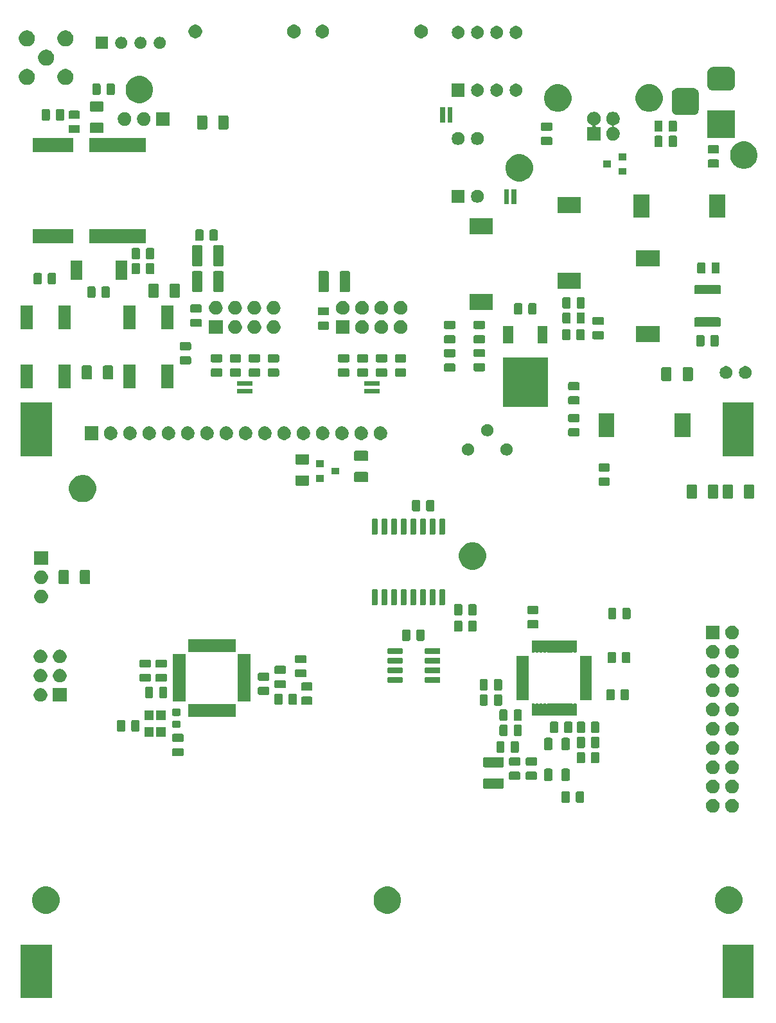
<source format=gbr>
G04 #@! TF.GenerationSoftware,KiCad,Pcbnew,(5.1.5)-3*
G04 #@! TF.CreationDate,2020-06-01T19:43:40+09:00*
G04 #@! TF.ProjectId,GPS___ ___ ver 1.1(__ __),47505370-7430-420a-91e0-302076657220,rev?*
G04 #@! TF.SameCoordinates,Original*
G04 #@! TF.FileFunction,Soldermask,Top*
G04 #@! TF.FilePolarity,Negative*
%FSLAX46Y46*%
G04 Gerber Fmt 4.6, Leading zero omitted, Abs format (unit mm)*
G04 Created by KiCad (PCBNEW (5.1.5)-3) date 2020-06-01 19:43:40*
%MOMM*%
%LPD*%
G04 APERTURE LIST*
%ADD10C,0.100000*%
G04 APERTURE END LIST*
D10*
G36*
X189951000Y-156111000D02*
G01*
X185849000Y-156111000D01*
X185849000Y-149009000D01*
X189951000Y-149009000D01*
X189951000Y-156111000D01*
G37*
G36*
X97451000Y-156111000D02*
G01*
X93349000Y-156111000D01*
X93349000Y-149009000D01*
X97451000Y-149009000D01*
X97451000Y-156111000D01*
G37*
G36*
X187175331Y-141428211D02*
G01*
X187503092Y-141563974D01*
X187798070Y-141761072D01*
X188048928Y-142011930D01*
X188246026Y-142306908D01*
X188381789Y-142634669D01*
X188451000Y-142982616D01*
X188451000Y-143337384D01*
X188381789Y-143685331D01*
X188246026Y-144013092D01*
X188048928Y-144308070D01*
X187798070Y-144558928D01*
X187503092Y-144756026D01*
X187175331Y-144891789D01*
X186827384Y-144961000D01*
X186472616Y-144961000D01*
X186124669Y-144891789D01*
X185796908Y-144756026D01*
X185501930Y-144558928D01*
X185251072Y-144308070D01*
X185053974Y-144013092D01*
X184918211Y-143685331D01*
X184849000Y-143337384D01*
X184849000Y-142982616D01*
X184918211Y-142634669D01*
X185053974Y-142306908D01*
X185251072Y-142011930D01*
X185501930Y-141761072D01*
X185796908Y-141563974D01*
X186124669Y-141428211D01*
X186472616Y-141359000D01*
X186827384Y-141359000D01*
X187175331Y-141428211D01*
G37*
G36*
X142175331Y-141428211D02*
G01*
X142503092Y-141563974D01*
X142798070Y-141761072D01*
X143048928Y-142011930D01*
X143246026Y-142306908D01*
X143381789Y-142634669D01*
X143451000Y-142982616D01*
X143451000Y-143337384D01*
X143381789Y-143685331D01*
X143246026Y-144013092D01*
X143048928Y-144308070D01*
X142798070Y-144558928D01*
X142503092Y-144756026D01*
X142175331Y-144891789D01*
X141827384Y-144961000D01*
X141472616Y-144961000D01*
X141124669Y-144891789D01*
X140796908Y-144756026D01*
X140501930Y-144558928D01*
X140251072Y-144308070D01*
X140053974Y-144013092D01*
X139918211Y-143685331D01*
X139849000Y-143337384D01*
X139849000Y-142982616D01*
X139918211Y-142634669D01*
X140053974Y-142306908D01*
X140251072Y-142011930D01*
X140501930Y-141761072D01*
X140796908Y-141563974D01*
X141124669Y-141428211D01*
X141472616Y-141359000D01*
X141827384Y-141359000D01*
X142175331Y-141428211D01*
G37*
G36*
X97175331Y-141428211D02*
G01*
X97503092Y-141563974D01*
X97798070Y-141761072D01*
X98048928Y-142011930D01*
X98246026Y-142306908D01*
X98381789Y-142634669D01*
X98451000Y-142982616D01*
X98451000Y-143337384D01*
X98381789Y-143685331D01*
X98246026Y-144013092D01*
X98048928Y-144308070D01*
X97798070Y-144558928D01*
X97503092Y-144756026D01*
X97175331Y-144891789D01*
X96827384Y-144961000D01*
X96472616Y-144961000D01*
X96124669Y-144891789D01*
X95796908Y-144756026D01*
X95501930Y-144558928D01*
X95251072Y-144308070D01*
X95053974Y-144013092D01*
X94918211Y-143685331D01*
X94849000Y-143337384D01*
X94849000Y-142982616D01*
X94918211Y-142634669D01*
X95053974Y-142306908D01*
X95251072Y-142011930D01*
X95501930Y-141761072D01*
X95796908Y-141563974D01*
X96124669Y-141428211D01*
X96472616Y-141359000D01*
X96827384Y-141359000D01*
X97175331Y-141428211D01*
G37*
G36*
X184667512Y-129803927D02*
G01*
X184816812Y-129833624D01*
X184980784Y-129901544D01*
X185128354Y-130000147D01*
X185253853Y-130125646D01*
X185352456Y-130273216D01*
X185420376Y-130437188D01*
X185455000Y-130611259D01*
X185455000Y-130788741D01*
X185420376Y-130962812D01*
X185352456Y-131126784D01*
X185253853Y-131274354D01*
X185128354Y-131399853D01*
X184980784Y-131498456D01*
X184816812Y-131566376D01*
X184667512Y-131596073D01*
X184642742Y-131601000D01*
X184465258Y-131601000D01*
X184440488Y-131596073D01*
X184291188Y-131566376D01*
X184127216Y-131498456D01*
X183979646Y-131399853D01*
X183854147Y-131274354D01*
X183755544Y-131126784D01*
X183687624Y-130962812D01*
X183653000Y-130788741D01*
X183653000Y-130611259D01*
X183687624Y-130437188D01*
X183755544Y-130273216D01*
X183854147Y-130125646D01*
X183979646Y-130000147D01*
X184127216Y-129901544D01*
X184291188Y-129833624D01*
X184440488Y-129803927D01*
X184465258Y-129799000D01*
X184642742Y-129799000D01*
X184667512Y-129803927D01*
G37*
G36*
X187207512Y-129803927D02*
G01*
X187356812Y-129833624D01*
X187520784Y-129901544D01*
X187668354Y-130000147D01*
X187793853Y-130125646D01*
X187892456Y-130273216D01*
X187960376Y-130437188D01*
X187995000Y-130611259D01*
X187995000Y-130788741D01*
X187960376Y-130962812D01*
X187892456Y-131126784D01*
X187793853Y-131274354D01*
X187668354Y-131399853D01*
X187520784Y-131498456D01*
X187356812Y-131566376D01*
X187207512Y-131596073D01*
X187182742Y-131601000D01*
X187005258Y-131601000D01*
X186980488Y-131596073D01*
X186831188Y-131566376D01*
X186667216Y-131498456D01*
X186519646Y-131399853D01*
X186394147Y-131274354D01*
X186295544Y-131126784D01*
X186227624Y-130962812D01*
X186193000Y-130788741D01*
X186193000Y-130611259D01*
X186227624Y-130437188D01*
X186295544Y-130273216D01*
X186394147Y-130125646D01*
X186519646Y-130000147D01*
X186667216Y-129901544D01*
X186831188Y-129833624D01*
X186980488Y-129803927D01*
X187005258Y-129799000D01*
X187182742Y-129799000D01*
X187207512Y-129803927D01*
G37*
G36*
X165546968Y-128813565D02*
G01*
X165585638Y-128825296D01*
X165621277Y-128844346D01*
X165652517Y-128869983D01*
X165678154Y-128901223D01*
X165697204Y-128936862D01*
X165708935Y-128975532D01*
X165713500Y-129021888D01*
X165713500Y-130098112D01*
X165708935Y-130144468D01*
X165697204Y-130183138D01*
X165678154Y-130218777D01*
X165652517Y-130250017D01*
X165621277Y-130275654D01*
X165585638Y-130294704D01*
X165546968Y-130306435D01*
X165500612Y-130311000D01*
X164849388Y-130311000D01*
X164803032Y-130306435D01*
X164764362Y-130294704D01*
X164728723Y-130275654D01*
X164697483Y-130250017D01*
X164671846Y-130218777D01*
X164652796Y-130183138D01*
X164641065Y-130144468D01*
X164636500Y-130098112D01*
X164636500Y-129021888D01*
X164641065Y-128975532D01*
X164652796Y-128936862D01*
X164671846Y-128901223D01*
X164697483Y-128869983D01*
X164728723Y-128844346D01*
X164764362Y-128825296D01*
X164803032Y-128813565D01*
X164849388Y-128809000D01*
X165500612Y-128809000D01*
X165546968Y-128813565D01*
G37*
G36*
X167421968Y-128813565D02*
G01*
X167460638Y-128825296D01*
X167496277Y-128844346D01*
X167527517Y-128869983D01*
X167553154Y-128901223D01*
X167572204Y-128936862D01*
X167583935Y-128975532D01*
X167588500Y-129021888D01*
X167588500Y-130098112D01*
X167583935Y-130144468D01*
X167572204Y-130183138D01*
X167553154Y-130218777D01*
X167527517Y-130250017D01*
X167496277Y-130275654D01*
X167460638Y-130294704D01*
X167421968Y-130306435D01*
X167375612Y-130311000D01*
X166724388Y-130311000D01*
X166678032Y-130306435D01*
X166639362Y-130294704D01*
X166603723Y-130275654D01*
X166572483Y-130250017D01*
X166546846Y-130218777D01*
X166527796Y-130183138D01*
X166516065Y-130144468D01*
X166511500Y-130098112D01*
X166511500Y-129021888D01*
X166516065Y-128975532D01*
X166527796Y-128936862D01*
X166546846Y-128901223D01*
X166572483Y-128869983D01*
X166603723Y-128844346D01*
X166639362Y-128825296D01*
X166678032Y-128813565D01*
X166724388Y-128809000D01*
X167375612Y-128809000D01*
X167421968Y-128813565D01*
G37*
G36*
X187203625Y-127263154D02*
G01*
X187356812Y-127293624D01*
X187520784Y-127361544D01*
X187668354Y-127460147D01*
X187793853Y-127585646D01*
X187892456Y-127733216D01*
X187960376Y-127897188D01*
X187995000Y-128071259D01*
X187995000Y-128248741D01*
X187960376Y-128422812D01*
X187892456Y-128586784D01*
X187793853Y-128734354D01*
X187668354Y-128859853D01*
X187520784Y-128958456D01*
X187356812Y-129026376D01*
X187207512Y-129056073D01*
X187182742Y-129061000D01*
X187005258Y-129061000D01*
X186980488Y-129056073D01*
X186831188Y-129026376D01*
X186667216Y-128958456D01*
X186519646Y-128859853D01*
X186394147Y-128734354D01*
X186295544Y-128586784D01*
X186227624Y-128422812D01*
X186193000Y-128248741D01*
X186193000Y-128071259D01*
X186227624Y-127897188D01*
X186295544Y-127733216D01*
X186394147Y-127585646D01*
X186519646Y-127460147D01*
X186667216Y-127361544D01*
X186831188Y-127293624D01*
X186984375Y-127263154D01*
X187005258Y-127259000D01*
X187182742Y-127259000D01*
X187203625Y-127263154D01*
G37*
G36*
X184663625Y-127263154D02*
G01*
X184816812Y-127293624D01*
X184980784Y-127361544D01*
X185128354Y-127460147D01*
X185253853Y-127585646D01*
X185352456Y-127733216D01*
X185420376Y-127897188D01*
X185455000Y-128071259D01*
X185455000Y-128248741D01*
X185420376Y-128422812D01*
X185352456Y-128586784D01*
X185253853Y-128734354D01*
X185128354Y-128859853D01*
X184980784Y-128958456D01*
X184816812Y-129026376D01*
X184667512Y-129056073D01*
X184642742Y-129061000D01*
X184465258Y-129061000D01*
X184440488Y-129056073D01*
X184291188Y-129026376D01*
X184127216Y-128958456D01*
X183979646Y-128859853D01*
X183854147Y-128734354D01*
X183755544Y-128586784D01*
X183687624Y-128422812D01*
X183653000Y-128248741D01*
X183653000Y-128071259D01*
X183687624Y-127897188D01*
X183755544Y-127733216D01*
X183854147Y-127585646D01*
X183979646Y-127460147D01*
X184127216Y-127361544D01*
X184291188Y-127293624D01*
X184444375Y-127263154D01*
X184465258Y-127259000D01*
X184642742Y-127259000D01*
X184663625Y-127263154D01*
G37*
G36*
X156868604Y-127088347D02*
G01*
X156905144Y-127099432D01*
X156938821Y-127117433D01*
X156968341Y-127141659D01*
X156992567Y-127171179D01*
X157010568Y-127204856D01*
X157021653Y-127241396D01*
X157026000Y-127285538D01*
X157026000Y-128234462D01*
X157021653Y-128278604D01*
X157010568Y-128315144D01*
X156992567Y-128348821D01*
X156968341Y-128378341D01*
X156938821Y-128402567D01*
X156905144Y-128420568D01*
X156868604Y-128431653D01*
X156824462Y-128436000D01*
X154475538Y-128436000D01*
X154431396Y-128431653D01*
X154394856Y-128420568D01*
X154361179Y-128402567D01*
X154331659Y-128378341D01*
X154307433Y-128348821D01*
X154289432Y-128315144D01*
X154278347Y-128278604D01*
X154274000Y-128234462D01*
X154274000Y-127285538D01*
X154278347Y-127241396D01*
X154289432Y-127204856D01*
X154307433Y-127171179D01*
X154331659Y-127141659D01*
X154361179Y-127117433D01*
X154394856Y-127099432D01*
X154431396Y-127088347D01*
X154475538Y-127084000D01*
X156824462Y-127084000D01*
X156868604Y-127088347D01*
G37*
G36*
X165534434Y-125805686D02*
G01*
X165574284Y-125817774D01*
X165610999Y-125837399D01*
X165643186Y-125863814D01*
X165669601Y-125896001D01*
X165689226Y-125932716D01*
X165701314Y-125972566D01*
X165706000Y-126020141D01*
X165706000Y-127207859D01*
X165701314Y-127255434D01*
X165689226Y-127295284D01*
X165669601Y-127331999D01*
X165643186Y-127364186D01*
X165610999Y-127390601D01*
X165574284Y-127410226D01*
X165534434Y-127422314D01*
X165486859Y-127427000D01*
X164823141Y-127427000D01*
X164775566Y-127422314D01*
X164735716Y-127410226D01*
X164699001Y-127390601D01*
X164666814Y-127364186D01*
X164640399Y-127331999D01*
X164620774Y-127295284D01*
X164608686Y-127255434D01*
X164604000Y-127207859D01*
X164604000Y-126020141D01*
X164608686Y-125972566D01*
X164620774Y-125932716D01*
X164640399Y-125896001D01*
X164666814Y-125863814D01*
X164699001Y-125837399D01*
X164735716Y-125817774D01*
X164775566Y-125805686D01*
X164823141Y-125801000D01*
X165486859Y-125801000D01*
X165534434Y-125805686D01*
G37*
G36*
X163248434Y-125805686D02*
G01*
X163288284Y-125817774D01*
X163324999Y-125837399D01*
X163357186Y-125863814D01*
X163383601Y-125896001D01*
X163403226Y-125932716D01*
X163415314Y-125972566D01*
X163420000Y-126020141D01*
X163420000Y-127207859D01*
X163415314Y-127255434D01*
X163403226Y-127295284D01*
X163383601Y-127331999D01*
X163357186Y-127364186D01*
X163324999Y-127390601D01*
X163288284Y-127410226D01*
X163248434Y-127422314D01*
X163200859Y-127427000D01*
X162537141Y-127427000D01*
X162489566Y-127422314D01*
X162449716Y-127410226D01*
X162413001Y-127390601D01*
X162380814Y-127364186D01*
X162354399Y-127331999D01*
X162334774Y-127295284D01*
X162322686Y-127255434D01*
X162318000Y-127207859D01*
X162318000Y-126020141D01*
X162322686Y-125972566D01*
X162334774Y-125932716D01*
X162354399Y-125896001D01*
X162380814Y-125863814D01*
X162413001Y-125837399D01*
X162449716Y-125817774D01*
X162489566Y-125805686D01*
X162537141Y-125801000D01*
X163200859Y-125801000D01*
X163248434Y-125805686D01*
G37*
G36*
X161234468Y-126226065D02*
G01*
X161273138Y-126237796D01*
X161308777Y-126256846D01*
X161340017Y-126282483D01*
X161365654Y-126313723D01*
X161384704Y-126349362D01*
X161396435Y-126388032D01*
X161401000Y-126434388D01*
X161401000Y-127085612D01*
X161396435Y-127131968D01*
X161384704Y-127170638D01*
X161365654Y-127206277D01*
X161340017Y-127237517D01*
X161308777Y-127263154D01*
X161273138Y-127282204D01*
X161234468Y-127293935D01*
X161188112Y-127298500D01*
X160111888Y-127298500D01*
X160065532Y-127293935D01*
X160026862Y-127282204D01*
X159991223Y-127263154D01*
X159959983Y-127237517D01*
X159934346Y-127206277D01*
X159915296Y-127170638D01*
X159903565Y-127131968D01*
X159899000Y-127085612D01*
X159899000Y-126434388D01*
X159903565Y-126388032D01*
X159915296Y-126349362D01*
X159934346Y-126313723D01*
X159959983Y-126282483D01*
X159991223Y-126256846D01*
X160026862Y-126237796D01*
X160065532Y-126226065D01*
X160111888Y-126221500D01*
X161188112Y-126221500D01*
X161234468Y-126226065D01*
G37*
G36*
X159034468Y-126226065D02*
G01*
X159073138Y-126237796D01*
X159108777Y-126256846D01*
X159140017Y-126282483D01*
X159165654Y-126313723D01*
X159184704Y-126349362D01*
X159196435Y-126388032D01*
X159201000Y-126434388D01*
X159201000Y-127085612D01*
X159196435Y-127131968D01*
X159184704Y-127170638D01*
X159165654Y-127206277D01*
X159140017Y-127237517D01*
X159108777Y-127263154D01*
X159073138Y-127282204D01*
X159034468Y-127293935D01*
X158988112Y-127298500D01*
X157911888Y-127298500D01*
X157865532Y-127293935D01*
X157826862Y-127282204D01*
X157791223Y-127263154D01*
X157759983Y-127237517D01*
X157734346Y-127206277D01*
X157715296Y-127170638D01*
X157703565Y-127131968D01*
X157699000Y-127085612D01*
X157699000Y-126434388D01*
X157703565Y-126388032D01*
X157715296Y-126349362D01*
X157734346Y-126313723D01*
X157759983Y-126282483D01*
X157791223Y-126256846D01*
X157826862Y-126237796D01*
X157865532Y-126226065D01*
X157911888Y-126221500D01*
X158988112Y-126221500D01*
X159034468Y-126226065D01*
G37*
G36*
X187207512Y-124723927D02*
G01*
X187356812Y-124753624D01*
X187520784Y-124821544D01*
X187668354Y-124920147D01*
X187793853Y-125045646D01*
X187892456Y-125193216D01*
X187960376Y-125357188D01*
X187995000Y-125531259D01*
X187995000Y-125708741D01*
X187960376Y-125882812D01*
X187892456Y-126046784D01*
X187793853Y-126194354D01*
X187668354Y-126319853D01*
X187520784Y-126418456D01*
X187356812Y-126486376D01*
X187207512Y-126516073D01*
X187182742Y-126521000D01*
X187005258Y-126521000D01*
X186980488Y-126516073D01*
X186831188Y-126486376D01*
X186667216Y-126418456D01*
X186519646Y-126319853D01*
X186394147Y-126194354D01*
X186295544Y-126046784D01*
X186227624Y-125882812D01*
X186193000Y-125708741D01*
X186193000Y-125531259D01*
X186227624Y-125357188D01*
X186295544Y-125193216D01*
X186394147Y-125045646D01*
X186519646Y-124920147D01*
X186667216Y-124821544D01*
X186831188Y-124753624D01*
X186980488Y-124723927D01*
X187005258Y-124719000D01*
X187182742Y-124719000D01*
X187207512Y-124723927D01*
G37*
G36*
X184667512Y-124723927D02*
G01*
X184816812Y-124753624D01*
X184980784Y-124821544D01*
X185128354Y-124920147D01*
X185253853Y-125045646D01*
X185352456Y-125193216D01*
X185420376Y-125357188D01*
X185455000Y-125531259D01*
X185455000Y-125708741D01*
X185420376Y-125882812D01*
X185352456Y-126046784D01*
X185253853Y-126194354D01*
X185128354Y-126319853D01*
X184980784Y-126418456D01*
X184816812Y-126486376D01*
X184667512Y-126516073D01*
X184642742Y-126521000D01*
X184465258Y-126521000D01*
X184440488Y-126516073D01*
X184291188Y-126486376D01*
X184127216Y-126418456D01*
X183979646Y-126319853D01*
X183854147Y-126194354D01*
X183755544Y-126046784D01*
X183687624Y-125882812D01*
X183653000Y-125708741D01*
X183653000Y-125531259D01*
X183687624Y-125357188D01*
X183755544Y-125193216D01*
X183854147Y-125045646D01*
X183979646Y-124920147D01*
X184127216Y-124821544D01*
X184291188Y-124753624D01*
X184440488Y-124723927D01*
X184465258Y-124719000D01*
X184642742Y-124719000D01*
X184667512Y-124723927D01*
G37*
G36*
X156868604Y-124288347D02*
G01*
X156905144Y-124299432D01*
X156938821Y-124317433D01*
X156968341Y-124341659D01*
X156992567Y-124371179D01*
X157010568Y-124404856D01*
X157021653Y-124441396D01*
X157026000Y-124485538D01*
X157026000Y-125434462D01*
X157021653Y-125478604D01*
X157010568Y-125515144D01*
X156992567Y-125548821D01*
X156968341Y-125578341D01*
X156938821Y-125602567D01*
X156905144Y-125620568D01*
X156868604Y-125631653D01*
X156824462Y-125636000D01*
X154475538Y-125636000D01*
X154431396Y-125631653D01*
X154394856Y-125620568D01*
X154361179Y-125602567D01*
X154331659Y-125578341D01*
X154307433Y-125548821D01*
X154289432Y-125515144D01*
X154278347Y-125478604D01*
X154274000Y-125434462D01*
X154274000Y-124485538D01*
X154278347Y-124441396D01*
X154289432Y-124404856D01*
X154307433Y-124371179D01*
X154331659Y-124341659D01*
X154361179Y-124317433D01*
X154394856Y-124299432D01*
X154431396Y-124288347D01*
X154475538Y-124284000D01*
X156824462Y-124284000D01*
X156868604Y-124288347D01*
G37*
G36*
X161234468Y-124351065D02*
G01*
X161273138Y-124362796D01*
X161308777Y-124381846D01*
X161340017Y-124407483D01*
X161365654Y-124438723D01*
X161384704Y-124474362D01*
X161396435Y-124513032D01*
X161401000Y-124559388D01*
X161401000Y-125210612D01*
X161396435Y-125256968D01*
X161384704Y-125295638D01*
X161365654Y-125331277D01*
X161340017Y-125362517D01*
X161308777Y-125388154D01*
X161273138Y-125407204D01*
X161234468Y-125418935D01*
X161188112Y-125423500D01*
X160111888Y-125423500D01*
X160065532Y-125418935D01*
X160026862Y-125407204D01*
X159991223Y-125388154D01*
X159959983Y-125362517D01*
X159934346Y-125331277D01*
X159915296Y-125295638D01*
X159903565Y-125256968D01*
X159899000Y-125210612D01*
X159899000Y-124559388D01*
X159903565Y-124513032D01*
X159915296Y-124474362D01*
X159934346Y-124438723D01*
X159959983Y-124407483D01*
X159991223Y-124381846D01*
X160026862Y-124362796D01*
X160065532Y-124351065D01*
X160111888Y-124346500D01*
X161188112Y-124346500D01*
X161234468Y-124351065D01*
G37*
G36*
X159034468Y-124351065D02*
G01*
X159073138Y-124362796D01*
X159108777Y-124381846D01*
X159140017Y-124407483D01*
X159165654Y-124438723D01*
X159184704Y-124474362D01*
X159196435Y-124513032D01*
X159201000Y-124559388D01*
X159201000Y-125210612D01*
X159196435Y-125256968D01*
X159184704Y-125295638D01*
X159165654Y-125331277D01*
X159140017Y-125362517D01*
X159108777Y-125388154D01*
X159073138Y-125407204D01*
X159034468Y-125418935D01*
X158988112Y-125423500D01*
X157911888Y-125423500D01*
X157865532Y-125418935D01*
X157826862Y-125407204D01*
X157791223Y-125388154D01*
X157759983Y-125362517D01*
X157734346Y-125331277D01*
X157715296Y-125295638D01*
X157703565Y-125256968D01*
X157699000Y-125210612D01*
X157699000Y-124559388D01*
X157703565Y-124513032D01*
X157715296Y-124474362D01*
X157734346Y-124438723D01*
X157759983Y-124407483D01*
X157791223Y-124381846D01*
X157826862Y-124362796D01*
X157865532Y-124351065D01*
X157911888Y-124346500D01*
X158988112Y-124346500D01*
X159034468Y-124351065D01*
G37*
G36*
X167546968Y-123613565D02*
G01*
X167585638Y-123625296D01*
X167621277Y-123644346D01*
X167652517Y-123669983D01*
X167678154Y-123701223D01*
X167697204Y-123736862D01*
X167708935Y-123775532D01*
X167713500Y-123821888D01*
X167713500Y-124898112D01*
X167708935Y-124944468D01*
X167697204Y-124983138D01*
X167678154Y-125018777D01*
X167652517Y-125050017D01*
X167621277Y-125075654D01*
X167585638Y-125094704D01*
X167546968Y-125106435D01*
X167500612Y-125111000D01*
X166849388Y-125111000D01*
X166803032Y-125106435D01*
X166764362Y-125094704D01*
X166728723Y-125075654D01*
X166697483Y-125050017D01*
X166671846Y-125018777D01*
X166652796Y-124983138D01*
X166641065Y-124944468D01*
X166636500Y-124898112D01*
X166636500Y-123821888D01*
X166641065Y-123775532D01*
X166652796Y-123736862D01*
X166671846Y-123701223D01*
X166697483Y-123669983D01*
X166728723Y-123644346D01*
X166764362Y-123625296D01*
X166803032Y-123613565D01*
X166849388Y-123609000D01*
X167500612Y-123609000D01*
X167546968Y-123613565D01*
G37*
G36*
X169421968Y-123613565D02*
G01*
X169460638Y-123625296D01*
X169496277Y-123644346D01*
X169527517Y-123669983D01*
X169553154Y-123701223D01*
X169572204Y-123736862D01*
X169583935Y-123775532D01*
X169588500Y-123821888D01*
X169588500Y-124898112D01*
X169583935Y-124944468D01*
X169572204Y-124983138D01*
X169553154Y-125018777D01*
X169527517Y-125050017D01*
X169496277Y-125075654D01*
X169460638Y-125094704D01*
X169421968Y-125106435D01*
X169375612Y-125111000D01*
X168724388Y-125111000D01*
X168678032Y-125106435D01*
X168639362Y-125094704D01*
X168603723Y-125075654D01*
X168572483Y-125050017D01*
X168546846Y-125018777D01*
X168527796Y-124983138D01*
X168516065Y-124944468D01*
X168511500Y-124898112D01*
X168511500Y-123821888D01*
X168516065Y-123775532D01*
X168527796Y-123736862D01*
X168546846Y-123701223D01*
X168572483Y-123669983D01*
X168603723Y-123644346D01*
X168639362Y-123625296D01*
X168678032Y-123613565D01*
X168724388Y-123609000D01*
X169375612Y-123609000D01*
X169421968Y-123613565D01*
G37*
G36*
X114634468Y-123101065D02*
G01*
X114673138Y-123112796D01*
X114708777Y-123131846D01*
X114740017Y-123157483D01*
X114765654Y-123188723D01*
X114784704Y-123224362D01*
X114796435Y-123263032D01*
X114801000Y-123309388D01*
X114801000Y-123960612D01*
X114796435Y-124006968D01*
X114784704Y-124045638D01*
X114765654Y-124081277D01*
X114740017Y-124112517D01*
X114708777Y-124138154D01*
X114673138Y-124157204D01*
X114634468Y-124168935D01*
X114588112Y-124173500D01*
X113511888Y-124173500D01*
X113465532Y-124168935D01*
X113426862Y-124157204D01*
X113391223Y-124138154D01*
X113359983Y-124112517D01*
X113334346Y-124081277D01*
X113315296Y-124045638D01*
X113303565Y-124006968D01*
X113299000Y-123960612D01*
X113299000Y-123309388D01*
X113303565Y-123263032D01*
X113315296Y-123224362D01*
X113334346Y-123188723D01*
X113359983Y-123157483D01*
X113391223Y-123131846D01*
X113426862Y-123112796D01*
X113465532Y-123101065D01*
X113511888Y-123096500D01*
X114588112Y-123096500D01*
X114634468Y-123101065D01*
G37*
G36*
X187207512Y-122183927D02*
G01*
X187356812Y-122213624D01*
X187520784Y-122281544D01*
X187668354Y-122380147D01*
X187793853Y-122505646D01*
X187892456Y-122653216D01*
X187960376Y-122817188D01*
X187995000Y-122991259D01*
X187995000Y-123168741D01*
X187960376Y-123342812D01*
X187892456Y-123506784D01*
X187793853Y-123654354D01*
X187668354Y-123779853D01*
X187520784Y-123878456D01*
X187356812Y-123946376D01*
X187207512Y-123976073D01*
X187182742Y-123981000D01*
X187005258Y-123981000D01*
X186980488Y-123976073D01*
X186831188Y-123946376D01*
X186667216Y-123878456D01*
X186519646Y-123779853D01*
X186394147Y-123654354D01*
X186295544Y-123506784D01*
X186227624Y-123342812D01*
X186193000Y-123168741D01*
X186193000Y-122991259D01*
X186227624Y-122817188D01*
X186295544Y-122653216D01*
X186394147Y-122505646D01*
X186519646Y-122380147D01*
X186667216Y-122281544D01*
X186831188Y-122213624D01*
X186980488Y-122183927D01*
X187005258Y-122179000D01*
X187182742Y-122179000D01*
X187207512Y-122183927D01*
G37*
G36*
X184667512Y-122183927D02*
G01*
X184816812Y-122213624D01*
X184980784Y-122281544D01*
X185128354Y-122380147D01*
X185253853Y-122505646D01*
X185352456Y-122653216D01*
X185420376Y-122817188D01*
X185455000Y-122991259D01*
X185455000Y-123168741D01*
X185420376Y-123342812D01*
X185352456Y-123506784D01*
X185253853Y-123654354D01*
X185128354Y-123779853D01*
X184980784Y-123878456D01*
X184816812Y-123946376D01*
X184667512Y-123976073D01*
X184642742Y-123981000D01*
X184465258Y-123981000D01*
X184440488Y-123976073D01*
X184291188Y-123946376D01*
X184127216Y-123878456D01*
X183979646Y-123779853D01*
X183854147Y-123654354D01*
X183755544Y-123506784D01*
X183687624Y-123342812D01*
X183653000Y-123168741D01*
X183653000Y-122991259D01*
X183687624Y-122817188D01*
X183755544Y-122653216D01*
X183854147Y-122505646D01*
X183979646Y-122380147D01*
X184127216Y-122281544D01*
X184291188Y-122213624D01*
X184440488Y-122183927D01*
X184465258Y-122179000D01*
X184642742Y-122179000D01*
X184667512Y-122183927D01*
G37*
G36*
X158821968Y-122213565D02*
G01*
X158860638Y-122225296D01*
X158896277Y-122244346D01*
X158927517Y-122269983D01*
X158953154Y-122301223D01*
X158972204Y-122336862D01*
X158983935Y-122375532D01*
X158988500Y-122421888D01*
X158988500Y-123498112D01*
X158983935Y-123544468D01*
X158972204Y-123583138D01*
X158953154Y-123618777D01*
X158927517Y-123650017D01*
X158896277Y-123675654D01*
X158860638Y-123694704D01*
X158821968Y-123706435D01*
X158775612Y-123711000D01*
X158124388Y-123711000D01*
X158078032Y-123706435D01*
X158039362Y-123694704D01*
X158003723Y-123675654D01*
X157972483Y-123650017D01*
X157946846Y-123618777D01*
X157927796Y-123583138D01*
X157916065Y-123544468D01*
X157911500Y-123498112D01*
X157911500Y-122421888D01*
X157916065Y-122375532D01*
X157927796Y-122336862D01*
X157946846Y-122301223D01*
X157972483Y-122269983D01*
X158003723Y-122244346D01*
X158039362Y-122225296D01*
X158078032Y-122213565D01*
X158124388Y-122209000D01*
X158775612Y-122209000D01*
X158821968Y-122213565D01*
G37*
G36*
X156946968Y-122213565D02*
G01*
X156985638Y-122225296D01*
X157021277Y-122244346D01*
X157052517Y-122269983D01*
X157078154Y-122301223D01*
X157097204Y-122336862D01*
X157108935Y-122375532D01*
X157113500Y-122421888D01*
X157113500Y-123498112D01*
X157108935Y-123544468D01*
X157097204Y-123583138D01*
X157078154Y-123618777D01*
X157052517Y-123650017D01*
X157021277Y-123675654D01*
X156985638Y-123694704D01*
X156946968Y-123706435D01*
X156900612Y-123711000D01*
X156249388Y-123711000D01*
X156203032Y-123706435D01*
X156164362Y-123694704D01*
X156128723Y-123675654D01*
X156097483Y-123650017D01*
X156071846Y-123618777D01*
X156052796Y-123583138D01*
X156041065Y-123544468D01*
X156036500Y-123498112D01*
X156036500Y-122421888D01*
X156041065Y-122375532D01*
X156052796Y-122336862D01*
X156071846Y-122301223D01*
X156097483Y-122269983D01*
X156128723Y-122244346D01*
X156164362Y-122225296D01*
X156203032Y-122213565D01*
X156249388Y-122209000D01*
X156900612Y-122209000D01*
X156946968Y-122213565D01*
G37*
G36*
X163248434Y-121741686D02*
G01*
X163288284Y-121753774D01*
X163324999Y-121773399D01*
X163357186Y-121799814D01*
X163383601Y-121832001D01*
X163403226Y-121868716D01*
X163415314Y-121908566D01*
X163420000Y-121956141D01*
X163420000Y-123143859D01*
X163415314Y-123191434D01*
X163403226Y-123231284D01*
X163383601Y-123267999D01*
X163357186Y-123300186D01*
X163324999Y-123326601D01*
X163288284Y-123346226D01*
X163248434Y-123358314D01*
X163200859Y-123363000D01*
X162537141Y-123363000D01*
X162489566Y-123358314D01*
X162449716Y-123346226D01*
X162413001Y-123326601D01*
X162380814Y-123300186D01*
X162354399Y-123267999D01*
X162334774Y-123231284D01*
X162322686Y-123191434D01*
X162318000Y-123143859D01*
X162318000Y-121956141D01*
X162322686Y-121908566D01*
X162334774Y-121868716D01*
X162354399Y-121832001D01*
X162380814Y-121799814D01*
X162413001Y-121773399D01*
X162449716Y-121753774D01*
X162489566Y-121741686D01*
X162537141Y-121737000D01*
X163200859Y-121737000D01*
X163248434Y-121741686D01*
G37*
G36*
X165534434Y-121741686D02*
G01*
X165574284Y-121753774D01*
X165610999Y-121773399D01*
X165643186Y-121799814D01*
X165669601Y-121832001D01*
X165689226Y-121868716D01*
X165701314Y-121908566D01*
X165706000Y-121956141D01*
X165706000Y-123143859D01*
X165701314Y-123191434D01*
X165689226Y-123231284D01*
X165669601Y-123267999D01*
X165643186Y-123300186D01*
X165610999Y-123326601D01*
X165574284Y-123346226D01*
X165534434Y-123358314D01*
X165486859Y-123363000D01*
X164823141Y-123363000D01*
X164775566Y-123358314D01*
X164735716Y-123346226D01*
X164699001Y-123326601D01*
X164666814Y-123300186D01*
X164640399Y-123267999D01*
X164620774Y-123231284D01*
X164608686Y-123191434D01*
X164604000Y-123143859D01*
X164604000Y-121956141D01*
X164608686Y-121908566D01*
X164620774Y-121868716D01*
X164640399Y-121832001D01*
X164666814Y-121799814D01*
X164699001Y-121773399D01*
X164735716Y-121753774D01*
X164775566Y-121741686D01*
X164823141Y-121737000D01*
X165486859Y-121737000D01*
X165534434Y-121741686D01*
G37*
G36*
X167546968Y-121613565D02*
G01*
X167585638Y-121625296D01*
X167621277Y-121644346D01*
X167652517Y-121669983D01*
X167678154Y-121701223D01*
X167697204Y-121736862D01*
X167708935Y-121775532D01*
X167713500Y-121821888D01*
X167713500Y-122898112D01*
X167708935Y-122944468D01*
X167697204Y-122983138D01*
X167678154Y-123018777D01*
X167652517Y-123050017D01*
X167621277Y-123075654D01*
X167585638Y-123094704D01*
X167546968Y-123106435D01*
X167500612Y-123111000D01*
X166849388Y-123111000D01*
X166803032Y-123106435D01*
X166764362Y-123094704D01*
X166728723Y-123075654D01*
X166697483Y-123050017D01*
X166671846Y-123018777D01*
X166652796Y-122983138D01*
X166641065Y-122944468D01*
X166636500Y-122898112D01*
X166636500Y-121821888D01*
X166641065Y-121775532D01*
X166652796Y-121736862D01*
X166671846Y-121701223D01*
X166697483Y-121669983D01*
X166728723Y-121644346D01*
X166764362Y-121625296D01*
X166803032Y-121613565D01*
X166849388Y-121609000D01*
X167500612Y-121609000D01*
X167546968Y-121613565D01*
G37*
G36*
X169421968Y-121613565D02*
G01*
X169460638Y-121625296D01*
X169496277Y-121644346D01*
X169527517Y-121669983D01*
X169553154Y-121701223D01*
X169572204Y-121736862D01*
X169583935Y-121775532D01*
X169588500Y-121821888D01*
X169588500Y-122898112D01*
X169583935Y-122944468D01*
X169572204Y-122983138D01*
X169553154Y-123018777D01*
X169527517Y-123050017D01*
X169496277Y-123075654D01*
X169460638Y-123094704D01*
X169421968Y-123106435D01*
X169375612Y-123111000D01*
X168724388Y-123111000D01*
X168678032Y-123106435D01*
X168639362Y-123094704D01*
X168603723Y-123075654D01*
X168572483Y-123050017D01*
X168546846Y-123018777D01*
X168527796Y-122983138D01*
X168516065Y-122944468D01*
X168511500Y-122898112D01*
X168511500Y-121821888D01*
X168516065Y-121775532D01*
X168527796Y-121736862D01*
X168546846Y-121701223D01*
X168572483Y-121669983D01*
X168603723Y-121644346D01*
X168639362Y-121625296D01*
X168678032Y-121613565D01*
X168724388Y-121609000D01*
X169375612Y-121609000D01*
X169421968Y-121613565D01*
G37*
G36*
X114634468Y-121226065D02*
G01*
X114673138Y-121237796D01*
X114708777Y-121256846D01*
X114740017Y-121282483D01*
X114765654Y-121313723D01*
X114784704Y-121349362D01*
X114796435Y-121388032D01*
X114801000Y-121434388D01*
X114801000Y-122085612D01*
X114796435Y-122131968D01*
X114784704Y-122170638D01*
X114765654Y-122206277D01*
X114740017Y-122237517D01*
X114708777Y-122263154D01*
X114673138Y-122282204D01*
X114634468Y-122293935D01*
X114588112Y-122298500D01*
X113511888Y-122298500D01*
X113465532Y-122293935D01*
X113426862Y-122282204D01*
X113391223Y-122263154D01*
X113359983Y-122237517D01*
X113334346Y-122206277D01*
X113315296Y-122170638D01*
X113303565Y-122131968D01*
X113299000Y-122085612D01*
X113299000Y-121434388D01*
X113303565Y-121388032D01*
X113315296Y-121349362D01*
X113334346Y-121313723D01*
X113359983Y-121282483D01*
X113391223Y-121256846D01*
X113426862Y-121237796D01*
X113465532Y-121226065D01*
X113511888Y-121221500D01*
X114588112Y-121221500D01*
X114634468Y-121226065D01*
G37*
G36*
X112476000Y-121586000D02*
G01*
X111224000Y-121586000D01*
X111224000Y-120334000D01*
X112476000Y-120334000D01*
X112476000Y-121586000D01*
G37*
G36*
X110876000Y-121586000D02*
G01*
X109624000Y-121586000D01*
X109624000Y-120334000D01*
X110876000Y-120334000D01*
X110876000Y-121586000D01*
G37*
G36*
X159221968Y-120013565D02*
G01*
X159260638Y-120025296D01*
X159296277Y-120044346D01*
X159327517Y-120069983D01*
X159353154Y-120101223D01*
X159372204Y-120136862D01*
X159383935Y-120175532D01*
X159388500Y-120221888D01*
X159388500Y-121298112D01*
X159383935Y-121344468D01*
X159372204Y-121383138D01*
X159353154Y-121418777D01*
X159327517Y-121450017D01*
X159296277Y-121475654D01*
X159260638Y-121494704D01*
X159221968Y-121506435D01*
X159175612Y-121511000D01*
X158524388Y-121511000D01*
X158478032Y-121506435D01*
X158439362Y-121494704D01*
X158403723Y-121475654D01*
X158372483Y-121450017D01*
X158346846Y-121418777D01*
X158327796Y-121383138D01*
X158316065Y-121344468D01*
X158311500Y-121298112D01*
X158311500Y-120221888D01*
X158316065Y-120175532D01*
X158327796Y-120136862D01*
X158346846Y-120101223D01*
X158372483Y-120069983D01*
X158403723Y-120044346D01*
X158439362Y-120025296D01*
X158478032Y-120013565D01*
X158524388Y-120009000D01*
X159175612Y-120009000D01*
X159221968Y-120013565D01*
G37*
G36*
X157346968Y-120013565D02*
G01*
X157385638Y-120025296D01*
X157421277Y-120044346D01*
X157452517Y-120069983D01*
X157478154Y-120101223D01*
X157497204Y-120136862D01*
X157508935Y-120175532D01*
X157513500Y-120221888D01*
X157513500Y-121298112D01*
X157508935Y-121344468D01*
X157497204Y-121383138D01*
X157478154Y-121418777D01*
X157452517Y-121450017D01*
X157421277Y-121475654D01*
X157385638Y-121494704D01*
X157346968Y-121506435D01*
X157300612Y-121511000D01*
X156649388Y-121511000D01*
X156603032Y-121506435D01*
X156564362Y-121494704D01*
X156528723Y-121475654D01*
X156497483Y-121450017D01*
X156471846Y-121418777D01*
X156452796Y-121383138D01*
X156441065Y-121344468D01*
X156436500Y-121298112D01*
X156436500Y-120221888D01*
X156441065Y-120175532D01*
X156452796Y-120136862D01*
X156471846Y-120101223D01*
X156497483Y-120069983D01*
X156528723Y-120044346D01*
X156564362Y-120025296D01*
X156603032Y-120013565D01*
X156649388Y-120009000D01*
X157300612Y-120009000D01*
X157346968Y-120013565D01*
G37*
G36*
X187207512Y-119643927D02*
G01*
X187356812Y-119673624D01*
X187520784Y-119741544D01*
X187668354Y-119840147D01*
X187793853Y-119965646D01*
X187892456Y-120113216D01*
X187960376Y-120277188D01*
X187986263Y-120407336D01*
X187995000Y-120451258D01*
X187995000Y-120628742D01*
X187990073Y-120653512D01*
X187960376Y-120802812D01*
X187892456Y-120966784D01*
X187793853Y-121114354D01*
X187668354Y-121239853D01*
X187520784Y-121338456D01*
X187356812Y-121406376D01*
X187207512Y-121436073D01*
X187182742Y-121441000D01*
X187005258Y-121441000D01*
X186980488Y-121436073D01*
X186831188Y-121406376D01*
X186667216Y-121338456D01*
X186519646Y-121239853D01*
X186394147Y-121114354D01*
X186295544Y-120966784D01*
X186227624Y-120802812D01*
X186197927Y-120653512D01*
X186193000Y-120628742D01*
X186193000Y-120451258D01*
X186201737Y-120407336D01*
X186227624Y-120277188D01*
X186295544Y-120113216D01*
X186394147Y-119965646D01*
X186519646Y-119840147D01*
X186667216Y-119741544D01*
X186831188Y-119673624D01*
X186980488Y-119643927D01*
X187005258Y-119639000D01*
X187182742Y-119639000D01*
X187207512Y-119643927D01*
G37*
G36*
X184667512Y-119643927D02*
G01*
X184816812Y-119673624D01*
X184980784Y-119741544D01*
X185128354Y-119840147D01*
X185253853Y-119965646D01*
X185352456Y-120113216D01*
X185420376Y-120277188D01*
X185446263Y-120407336D01*
X185455000Y-120451258D01*
X185455000Y-120628742D01*
X185450073Y-120653512D01*
X185420376Y-120802812D01*
X185352456Y-120966784D01*
X185253853Y-121114354D01*
X185128354Y-121239853D01*
X184980784Y-121338456D01*
X184816812Y-121406376D01*
X184667512Y-121436073D01*
X184642742Y-121441000D01*
X184465258Y-121441000D01*
X184440488Y-121436073D01*
X184291188Y-121406376D01*
X184127216Y-121338456D01*
X183979646Y-121239853D01*
X183854147Y-121114354D01*
X183755544Y-120966784D01*
X183687624Y-120802812D01*
X183657927Y-120653512D01*
X183653000Y-120628742D01*
X183653000Y-120451258D01*
X183661737Y-120407336D01*
X183687624Y-120277188D01*
X183755544Y-120113216D01*
X183854147Y-119965646D01*
X183979646Y-119840147D01*
X184127216Y-119741544D01*
X184291188Y-119673624D01*
X184440488Y-119643927D01*
X184465258Y-119639000D01*
X184642742Y-119639000D01*
X184667512Y-119643927D01*
G37*
G36*
X165896968Y-119613565D02*
G01*
X165935638Y-119625296D01*
X165971277Y-119644346D01*
X166002517Y-119669983D01*
X166028154Y-119701223D01*
X166047204Y-119736862D01*
X166058935Y-119775532D01*
X166063500Y-119821888D01*
X166063500Y-120898112D01*
X166058935Y-120944468D01*
X166047204Y-120983138D01*
X166028154Y-121018777D01*
X166002517Y-121050017D01*
X165971277Y-121075654D01*
X165935638Y-121094704D01*
X165896968Y-121106435D01*
X165850612Y-121111000D01*
X165199388Y-121111000D01*
X165153032Y-121106435D01*
X165114362Y-121094704D01*
X165078723Y-121075654D01*
X165047483Y-121050017D01*
X165021846Y-121018777D01*
X165002796Y-120983138D01*
X164991065Y-120944468D01*
X164986500Y-120898112D01*
X164986500Y-119821888D01*
X164991065Y-119775532D01*
X165002796Y-119736862D01*
X165021846Y-119701223D01*
X165047483Y-119669983D01*
X165078723Y-119644346D01*
X165114362Y-119625296D01*
X165153032Y-119613565D01*
X165199388Y-119609000D01*
X165850612Y-119609000D01*
X165896968Y-119613565D01*
G37*
G36*
X169421968Y-119613565D02*
G01*
X169460638Y-119625296D01*
X169496277Y-119644346D01*
X169527517Y-119669983D01*
X169553154Y-119701223D01*
X169572204Y-119736862D01*
X169583935Y-119775532D01*
X169588500Y-119821888D01*
X169588500Y-120898112D01*
X169583935Y-120944468D01*
X169572204Y-120983138D01*
X169553154Y-121018777D01*
X169527517Y-121050017D01*
X169496277Y-121075654D01*
X169460638Y-121094704D01*
X169421968Y-121106435D01*
X169375612Y-121111000D01*
X168724388Y-121111000D01*
X168678032Y-121106435D01*
X168639362Y-121094704D01*
X168603723Y-121075654D01*
X168572483Y-121050017D01*
X168546846Y-121018777D01*
X168527796Y-120983138D01*
X168516065Y-120944468D01*
X168511500Y-120898112D01*
X168511500Y-119821888D01*
X168516065Y-119775532D01*
X168527796Y-119736862D01*
X168546846Y-119701223D01*
X168572483Y-119669983D01*
X168603723Y-119644346D01*
X168639362Y-119625296D01*
X168678032Y-119613565D01*
X168724388Y-119609000D01*
X169375612Y-119609000D01*
X169421968Y-119613565D01*
G37*
G36*
X167546968Y-119613565D02*
G01*
X167585638Y-119625296D01*
X167621277Y-119644346D01*
X167652517Y-119669983D01*
X167678154Y-119701223D01*
X167697204Y-119736862D01*
X167708935Y-119775532D01*
X167713500Y-119821888D01*
X167713500Y-120898112D01*
X167708935Y-120944468D01*
X167697204Y-120983138D01*
X167678154Y-121018777D01*
X167652517Y-121050017D01*
X167621277Y-121075654D01*
X167585638Y-121094704D01*
X167546968Y-121106435D01*
X167500612Y-121111000D01*
X166849388Y-121111000D01*
X166803032Y-121106435D01*
X166764362Y-121094704D01*
X166728723Y-121075654D01*
X166697483Y-121050017D01*
X166671846Y-121018777D01*
X166652796Y-120983138D01*
X166641065Y-120944468D01*
X166636500Y-120898112D01*
X166636500Y-119821888D01*
X166641065Y-119775532D01*
X166652796Y-119736862D01*
X166671846Y-119701223D01*
X166697483Y-119669983D01*
X166728723Y-119644346D01*
X166764362Y-119625296D01*
X166803032Y-119613565D01*
X166849388Y-119609000D01*
X167500612Y-119609000D01*
X167546968Y-119613565D01*
G37*
G36*
X164021968Y-119613565D02*
G01*
X164060638Y-119625296D01*
X164096277Y-119644346D01*
X164127517Y-119669983D01*
X164153154Y-119701223D01*
X164172204Y-119736862D01*
X164183935Y-119775532D01*
X164188500Y-119821888D01*
X164188500Y-120898112D01*
X164183935Y-120944468D01*
X164172204Y-120983138D01*
X164153154Y-121018777D01*
X164127517Y-121050017D01*
X164096277Y-121075654D01*
X164060638Y-121094704D01*
X164021968Y-121106435D01*
X163975612Y-121111000D01*
X163324388Y-121111000D01*
X163278032Y-121106435D01*
X163239362Y-121094704D01*
X163203723Y-121075654D01*
X163172483Y-121050017D01*
X163146846Y-121018777D01*
X163127796Y-120983138D01*
X163116065Y-120944468D01*
X163111500Y-120898112D01*
X163111500Y-119821888D01*
X163116065Y-119775532D01*
X163127796Y-119736862D01*
X163146846Y-119701223D01*
X163172483Y-119669983D01*
X163203723Y-119644346D01*
X163239362Y-119625296D01*
X163278032Y-119613565D01*
X163324388Y-119609000D01*
X163975612Y-119609000D01*
X164021968Y-119613565D01*
G37*
G36*
X106946968Y-119413565D02*
G01*
X106985638Y-119425296D01*
X107021277Y-119444346D01*
X107052517Y-119469983D01*
X107078154Y-119501223D01*
X107097204Y-119536862D01*
X107108935Y-119575532D01*
X107113500Y-119621888D01*
X107113500Y-120698112D01*
X107108935Y-120744468D01*
X107097204Y-120783138D01*
X107078154Y-120818777D01*
X107052517Y-120850017D01*
X107021277Y-120875654D01*
X106985638Y-120894704D01*
X106946968Y-120906435D01*
X106900612Y-120911000D01*
X106249388Y-120911000D01*
X106203032Y-120906435D01*
X106164362Y-120894704D01*
X106128723Y-120875654D01*
X106097483Y-120850017D01*
X106071846Y-120818777D01*
X106052796Y-120783138D01*
X106041065Y-120744468D01*
X106036500Y-120698112D01*
X106036500Y-119621888D01*
X106041065Y-119575532D01*
X106052796Y-119536862D01*
X106071846Y-119501223D01*
X106097483Y-119469983D01*
X106128723Y-119444346D01*
X106164362Y-119425296D01*
X106203032Y-119413565D01*
X106249388Y-119409000D01*
X106900612Y-119409000D01*
X106946968Y-119413565D01*
G37*
G36*
X108821968Y-119413565D02*
G01*
X108860638Y-119425296D01*
X108896277Y-119444346D01*
X108927517Y-119469983D01*
X108953154Y-119501223D01*
X108972204Y-119536862D01*
X108983935Y-119575532D01*
X108988500Y-119621888D01*
X108988500Y-120698112D01*
X108983935Y-120744468D01*
X108972204Y-120783138D01*
X108953154Y-120818777D01*
X108927517Y-120850017D01*
X108896277Y-120875654D01*
X108860638Y-120894704D01*
X108821968Y-120906435D01*
X108775612Y-120911000D01*
X108124388Y-120911000D01*
X108078032Y-120906435D01*
X108039362Y-120894704D01*
X108003723Y-120875654D01*
X107972483Y-120850017D01*
X107946846Y-120818777D01*
X107927796Y-120783138D01*
X107916065Y-120744468D01*
X107911500Y-120698112D01*
X107911500Y-119621888D01*
X107916065Y-119575532D01*
X107927796Y-119536862D01*
X107946846Y-119501223D01*
X107972483Y-119469983D01*
X108003723Y-119444346D01*
X108039362Y-119425296D01*
X108078032Y-119413565D01*
X108124388Y-119409000D01*
X108775612Y-119409000D01*
X108821968Y-119413565D01*
G37*
G36*
X114229591Y-119475585D02*
G01*
X114263569Y-119485893D01*
X114294890Y-119502634D01*
X114322339Y-119525161D01*
X114344866Y-119552610D01*
X114361607Y-119583931D01*
X114371915Y-119617909D01*
X114376000Y-119659390D01*
X114376000Y-120260610D01*
X114371915Y-120302091D01*
X114361607Y-120336069D01*
X114344866Y-120367390D01*
X114322339Y-120394839D01*
X114294890Y-120417366D01*
X114263569Y-120434107D01*
X114229591Y-120444415D01*
X114188110Y-120448500D01*
X113511890Y-120448500D01*
X113470409Y-120444415D01*
X113436431Y-120434107D01*
X113405110Y-120417366D01*
X113377661Y-120394839D01*
X113355134Y-120367390D01*
X113338393Y-120336069D01*
X113328085Y-120302091D01*
X113324000Y-120260610D01*
X113324000Y-119659390D01*
X113328085Y-119617909D01*
X113338393Y-119583931D01*
X113355134Y-119552610D01*
X113377661Y-119525161D01*
X113405110Y-119502634D01*
X113436431Y-119485893D01*
X113470409Y-119475585D01*
X113511890Y-119471500D01*
X114188110Y-119471500D01*
X114229591Y-119475585D01*
G37*
G36*
X157346968Y-118013565D02*
G01*
X157385638Y-118025296D01*
X157421277Y-118044346D01*
X157452517Y-118069983D01*
X157478154Y-118101223D01*
X157497204Y-118136862D01*
X157508935Y-118175532D01*
X157513500Y-118221888D01*
X157513500Y-119298112D01*
X157508935Y-119344468D01*
X157497204Y-119383138D01*
X157478154Y-119418777D01*
X157452517Y-119450017D01*
X157421277Y-119475654D01*
X157385638Y-119494704D01*
X157346968Y-119506435D01*
X157300612Y-119511000D01*
X156649388Y-119511000D01*
X156603032Y-119506435D01*
X156564362Y-119494704D01*
X156528723Y-119475654D01*
X156497483Y-119450017D01*
X156471846Y-119418777D01*
X156452796Y-119383138D01*
X156441065Y-119344468D01*
X156436500Y-119298112D01*
X156436500Y-118221888D01*
X156441065Y-118175532D01*
X156452796Y-118136862D01*
X156471846Y-118101223D01*
X156497483Y-118069983D01*
X156528723Y-118044346D01*
X156564362Y-118025296D01*
X156603032Y-118013565D01*
X156649388Y-118009000D01*
X157300612Y-118009000D01*
X157346968Y-118013565D01*
G37*
G36*
X159221968Y-118013565D02*
G01*
X159260638Y-118025296D01*
X159296277Y-118044346D01*
X159327517Y-118069983D01*
X159353154Y-118101223D01*
X159372204Y-118136862D01*
X159383935Y-118175532D01*
X159388500Y-118221888D01*
X159388500Y-119298112D01*
X159383935Y-119344468D01*
X159372204Y-119383138D01*
X159353154Y-119418777D01*
X159327517Y-119450017D01*
X159296277Y-119475654D01*
X159260638Y-119494704D01*
X159221968Y-119506435D01*
X159175612Y-119511000D01*
X158524388Y-119511000D01*
X158478032Y-119506435D01*
X158439362Y-119494704D01*
X158403723Y-119475654D01*
X158372483Y-119450017D01*
X158346846Y-119418777D01*
X158327796Y-119383138D01*
X158316065Y-119344468D01*
X158311500Y-119298112D01*
X158311500Y-118221888D01*
X158316065Y-118175532D01*
X158327796Y-118136862D01*
X158346846Y-118101223D01*
X158372483Y-118069983D01*
X158403723Y-118044346D01*
X158439362Y-118025296D01*
X158478032Y-118013565D01*
X158524388Y-118009000D01*
X159175612Y-118009000D01*
X159221968Y-118013565D01*
G37*
G36*
X112476000Y-119386000D02*
G01*
X111224000Y-119386000D01*
X111224000Y-118134000D01*
X112476000Y-118134000D01*
X112476000Y-119386000D01*
G37*
G36*
X110876000Y-119386000D02*
G01*
X109624000Y-119386000D01*
X109624000Y-118134000D01*
X110876000Y-118134000D01*
X110876000Y-119386000D01*
G37*
G36*
X121646000Y-118961000D02*
G01*
X115394000Y-118961000D01*
X115394000Y-117259000D01*
X121646000Y-117259000D01*
X121646000Y-118961000D01*
G37*
G36*
X187207512Y-117103927D02*
G01*
X187356812Y-117133624D01*
X187520784Y-117201544D01*
X187668354Y-117300147D01*
X187793853Y-117425646D01*
X187892456Y-117573216D01*
X187960376Y-117737188D01*
X187995000Y-117911259D01*
X187995000Y-118088741D01*
X187960376Y-118262812D01*
X187892456Y-118426784D01*
X187793853Y-118574354D01*
X187668354Y-118699853D01*
X187520784Y-118798456D01*
X187356812Y-118866376D01*
X187207512Y-118896073D01*
X187182742Y-118901000D01*
X187005258Y-118901000D01*
X186980488Y-118896073D01*
X186831188Y-118866376D01*
X186667216Y-118798456D01*
X186519646Y-118699853D01*
X186394147Y-118574354D01*
X186295544Y-118426784D01*
X186227624Y-118262812D01*
X186193000Y-118088741D01*
X186193000Y-117911259D01*
X186227624Y-117737188D01*
X186295544Y-117573216D01*
X186394147Y-117425646D01*
X186519646Y-117300147D01*
X186667216Y-117201544D01*
X186831188Y-117133624D01*
X186980488Y-117103927D01*
X187005258Y-117099000D01*
X187182742Y-117099000D01*
X187207512Y-117103927D01*
G37*
G36*
X184667512Y-117103927D02*
G01*
X184816812Y-117133624D01*
X184980784Y-117201544D01*
X185128354Y-117300147D01*
X185253853Y-117425646D01*
X185352456Y-117573216D01*
X185420376Y-117737188D01*
X185455000Y-117911259D01*
X185455000Y-118088741D01*
X185420376Y-118262812D01*
X185352456Y-118426784D01*
X185253853Y-118574354D01*
X185128354Y-118699853D01*
X184980784Y-118798456D01*
X184816812Y-118866376D01*
X184667512Y-118896073D01*
X184642742Y-118901000D01*
X184465258Y-118901000D01*
X184440488Y-118896073D01*
X184291188Y-118866376D01*
X184127216Y-118798456D01*
X183979646Y-118699853D01*
X183854147Y-118574354D01*
X183755544Y-118426784D01*
X183687624Y-118262812D01*
X183653000Y-118088741D01*
X183653000Y-117911259D01*
X183687624Y-117737188D01*
X183755544Y-117573216D01*
X183854147Y-117425646D01*
X183979646Y-117300147D01*
X184127216Y-117201544D01*
X184291188Y-117133624D01*
X184440488Y-117103927D01*
X184465258Y-117099000D01*
X184642742Y-117099000D01*
X184667512Y-117103927D01*
G37*
G36*
X114229591Y-117900585D02*
G01*
X114263569Y-117910893D01*
X114294890Y-117927634D01*
X114322339Y-117950161D01*
X114344866Y-117977610D01*
X114361607Y-118008931D01*
X114371915Y-118042909D01*
X114376000Y-118084390D01*
X114376000Y-118685610D01*
X114371915Y-118727091D01*
X114361607Y-118761069D01*
X114344866Y-118792390D01*
X114322339Y-118819839D01*
X114294890Y-118842366D01*
X114263569Y-118859107D01*
X114229591Y-118869415D01*
X114188110Y-118873500D01*
X113511890Y-118873500D01*
X113470409Y-118869415D01*
X113436431Y-118859107D01*
X113405110Y-118842366D01*
X113377661Y-118819839D01*
X113355134Y-118792390D01*
X113338393Y-118761069D01*
X113328085Y-118727091D01*
X113324000Y-118685610D01*
X113324000Y-118084390D01*
X113328085Y-118042909D01*
X113338393Y-118008931D01*
X113355134Y-117977610D01*
X113377661Y-117950161D01*
X113405110Y-117927634D01*
X113436431Y-117910893D01*
X113470409Y-117900585D01*
X113511890Y-117896500D01*
X114188110Y-117896500D01*
X114229591Y-117900585D01*
G37*
G36*
X161070295Y-117235323D02*
G01*
X161077309Y-117237451D01*
X161091077Y-117244810D01*
X161113716Y-117254187D01*
X161137749Y-117258967D01*
X161162253Y-117258967D01*
X161186286Y-117254186D01*
X161208923Y-117244810D01*
X161222691Y-117237451D01*
X161229705Y-117235323D01*
X161243140Y-117234000D01*
X161556860Y-117234000D01*
X161570295Y-117235323D01*
X161577309Y-117237451D01*
X161591077Y-117244810D01*
X161613716Y-117254187D01*
X161637749Y-117258967D01*
X161662253Y-117258967D01*
X161686286Y-117254186D01*
X161708923Y-117244810D01*
X161722691Y-117237451D01*
X161729705Y-117235323D01*
X161743140Y-117234000D01*
X162056860Y-117234000D01*
X162070295Y-117235323D01*
X162077309Y-117237451D01*
X162091077Y-117244810D01*
X162113716Y-117254187D01*
X162137749Y-117258967D01*
X162162253Y-117258967D01*
X162186286Y-117254186D01*
X162208923Y-117244810D01*
X162222691Y-117237451D01*
X162229705Y-117235323D01*
X162243140Y-117234000D01*
X162556860Y-117234000D01*
X162570295Y-117235323D01*
X162577309Y-117237451D01*
X162591077Y-117244810D01*
X162613716Y-117254187D01*
X162637749Y-117258967D01*
X162662253Y-117258967D01*
X162686286Y-117254186D01*
X162708923Y-117244810D01*
X162722691Y-117237451D01*
X162729705Y-117235323D01*
X162743140Y-117234000D01*
X163056860Y-117234000D01*
X163070295Y-117235323D01*
X163077309Y-117237451D01*
X163091077Y-117244810D01*
X163113716Y-117254187D01*
X163137749Y-117258967D01*
X163162253Y-117258967D01*
X163186286Y-117254186D01*
X163208923Y-117244810D01*
X163222691Y-117237451D01*
X163229705Y-117235323D01*
X163243140Y-117234000D01*
X163556860Y-117234000D01*
X163570295Y-117235323D01*
X163577309Y-117237451D01*
X163591077Y-117244810D01*
X163613716Y-117254187D01*
X163637749Y-117258967D01*
X163662253Y-117258967D01*
X163686286Y-117254186D01*
X163708923Y-117244810D01*
X163722691Y-117237451D01*
X163729705Y-117235323D01*
X163743140Y-117234000D01*
X164056860Y-117234000D01*
X164070295Y-117235323D01*
X164077309Y-117237451D01*
X164091077Y-117244810D01*
X164113716Y-117254187D01*
X164137749Y-117258967D01*
X164162253Y-117258967D01*
X164186286Y-117254186D01*
X164208923Y-117244810D01*
X164222691Y-117237451D01*
X164229705Y-117235323D01*
X164243140Y-117234000D01*
X164556860Y-117234000D01*
X164570295Y-117235323D01*
X164577309Y-117237451D01*
X164591077Y-117244810D01*
X164613716Y-117254187D01*
X164637749Y-117258967D01*
X164662253Y-117258967D01*
X164686286Y-117254186D01*
X164708923Y-117244810D01*
X164722691Y-117237451D01*
X164729705Y-117235323D01*
X164743140Y-117234000D01*
X165056860Y-117234000D01*
X165070295Y-117235323D01*
X165077309Y-117237451D01*
X165091077Y-117244810D01*
X165113716Y-117254187D01*
X165137749Y-117258967D01*
X165162253Y-117258967D01*
X165186286Y-117254186D01*
X165208923Y-117244810D01*
X165222691Y-117237451D01*
X165229705Y-117235323D01*
X165243140Y-117234000D01*
X165556860Y-117234000D01*
X165570295Y-117235323D01*
X165577309Y-117237451D01*
X165591077Y-117244810D01*
X165613716Y-117254187D01*
X165637749Y-117258967D01*
X165662253Y-117258967D01*
X165686286Y-117254186D01*
X165708923Y-117244810D01*
X165722691Y-117237451D01*
X165729705Y-117235323D01*
X165743140Y-117234000D01*
X166056860Y-117234000D01*
X166070295Y-117235323D01*
X166077309Y-117237451D01*
X166091077Y-117244810D01*
X166113716Y-117254187D01*
X166137749Y-117258967D01*
X166162253Y-117258967D01*
X166186286Y-117254186D01*
X166208923Y-117244810D01*
X166222691Y-117237451D01*
X166229705Y-117235323D01*
X166243140Y-117234000D01*
X166556860Y-117234000D01*
X166570295Y-117235323D01*
X166577310Y-117237451D01*
X166583776Y-117240908D01*
X166589442Y-117245558D01*
X166594092Y-117251224D01*
X166597549Y-117257690D01*
X166599677Y-117264705D01*
X166601000Y-117278140D01*
X166601000Y-118766860D01*
X166599677Y-118780295D01*
X166597549Y-118787310D01*
X166594092Y-118793776D01*
X166589442Y-118799442D01*
X166583776Y-118804092D01*
X166577310Y-118807549D01*
X166570295Y-118809677D01*
X166556860Y-118811000D01*
X166243140Y-118811000D01*
X166229705Y-118809677D01*
X166222691Y-118807549D01*
X166208923Y-118800190D01*
X166186284Y-118790813D01*
X166162251Y-118786033D01*
X166137747Y-118786033D01*
X166113714Y-118790814D01*
X166091077Y-118800190D01*
X166077309Y-118807549D01*
X166070295Y-118809677D01*
X166056860Y-118811000D01*
X165743140Y-118811000D01*
X165729705Y-118809677D01*
X165722691Y-118807549D01*
X165708923Y-118800190D01*
X165686284Y-118790813D01*
X165662251Y-118786033D01*
X165637747Y-118786033D01*
X165613714Y-118790814D01*
X165591077Y-118800190D01*
X165577309Y-118807549D01*
X165570295Y-118809677D01*
X165556860Y-118811000D01*
X165243140Y-118811000D01*
X165229705Y-118809677D01*
X165222691Y-118807549D01*
X165208923Y-118800190D01*
X165186284Y-118790813D01*
X165162251Y-118786033D01*
X165137747Y-118786033D01*
X165113714Y-118790814D01*
X165091077Y-118800190D01*
X165077309Y-118807549D01*
X165070295Y-118809677D01*
X165056860Y-118811000D01*
X164743140Y-118811000D01*
X164729705Y-118809677D01*
X164722691Y-118807549D01*
X164708923Y-118800190D01*
X164686284Y-118790813D01*
X164662251Y-118786033D01*
X164637747Y-118786033D01*
X164613714Y-118790814D01*
X164591077Y-118800190D01*
X164577309Y-118807549D01*
X164570295Y-118809677D01*
X164556860Y-118811000D01*
X164243140Y-118811000D01*
X164229705Y-118809677D01*
X164222691Y-118807549D01*
X164208923Y-118800190D01*
X164186284Y-118790813D01*
X164162251Y-118786033D01*
X164137747Y-118786033D01*
X164113714Y-118790814D01*
X164091077Y-118800190D01*
X164077309Y-118807549D01*
X164070295Y-118809677D01*
X164056860Y-118811000D01*
X163743140Y-118811000D01*
X163729705Y-118809677D01*
X163722691Y-118807549D01*
X163708923Y-118800190D01*
X163686284Y-118790813D01*
X163662251Y-118786033D01*
X163637747Y-118786033D01*
X163613714Y-118790814D01*
X163591077Y-118800190D01*
X163577309Y-118807549D01*
X163570295Y-118809677D01*
X163556860Y-118811000D01*
X163243140Y-118811000D01*
X163229705Y-118809677D01*
X163222691Y-118807549D01*
X163208923Y-118800190D01*
X163186284Y-118790813D01*
X163162251Y-118786033D01*
X163137747Y-118786033D01*
X163113714Y-118790814D01*
X163091077Y-118800190D01*
X163077309Y-118807549D01*
X163070295Y-118809677D01*
X163056860Y-118811000D01*
X162743140Y-118811000D01*
X162729705Y-118809677D01*
X162722691Y-118807549D01*
X162708923Y-118800190D01*
X162686284Y-118790813D01*
X162662251Y-118786033D01*
X162637747Y-118786033D01*
X162613714Y-118790814D01*
X162591077Y-118800190D01*
X162577309Y-118807549D01*
X162570295Y-118809677D01*
X162556860Y-118811000D01*
X162243140Y-118811000D01*
X162229705Y-118809677D01*
X162222691Y-118807549D01*
X162208923Y-118800190D01*
X162186284Y-118790813D01*
X162162251Y-118786033D01*
X162137747Y-118786033D01*
X162113714Y-118790814D01*
X162091077Y-118800190D01*
X162077309Y-118807549D01*
X162070295Y-118809677D01*
X162056860Y-118811000D01*
X161743140Y-118811000D01*
X161729705Y-118809677D01*
X161722691Y-118807549D01*
X161708923Y-118800190D01*
X161686284Y-118790813D01*
X161662251Y-118786033D01*
X161637747Y-118786033D01*
X161613714Y-118790814D01*
X161591077Y-118800190D01*
X161577309Y-118807549D01*
X161570295Y-118809677D01*
X161556860Y-118811000D01*
X161243140Y-118811000D01*
X161229705Y-118809677D01*
X161222691Y-118807549D01*
X161208923Y-118800190D01*
X161186284Y-118790813D01*
X161162251Y-118786033D01*
X161137747Y-118786033D01*
X161113714Y-118790814D01*
X161091077Y-118800190D01*
X161077309Y-118807549D01*
X161070295Y-118809677D01*
X161056860Y-118811000D01*
X160743140Y-118811000D01*
X160729705Y-118809677D01*
X160722690Y-118807549D01*
X160716224Y-118804092D01*
X160710558Y-118799442D01*
X160705908Y-118793776D01*
X160702451Y-118787310D01*
X160700323Y-118780295D01*
X160699000Y-118766860D01*
X160699000Y-117278140D01*
X160700323Y-117264705D01*
X160702451Y-117257690D01*
X160705908Y-117251224D01*
X160710558Y-117245558D01*
X160716224Y-117240908D01*
X160722690Y-117237451D01*
X160729705Y-117235323D01*
X160743140Y-117234000D01*
X161056860Y-117234000D01*
X161070295Y-117235323D01*
G37*
G36*
X156621968Y-116013565D02*
G01*
X156660638Y-116025296D01*
X156696277Y-116044346D01*
X156727517Y-116069983D01*
X156753154Y-116101223D01*
X156772204Y-116136862D01*
X156783935Y-116175532D01*
X156788500Y-116221888D01*
X156788500Y-117298112D01*
X156783935Y-117344468D01*
X156772204Y-117383138D01*
X156753154Y-117418777D01*
X156727517Y-117450017D01*
X156696277Y-117475654D01*
X156660638Y-117494704D01*
X156621968Y-117506435D01*
X156575612Y-117511000D01*
X155924388Y-117511000D01*
X155878032Y-117506435D01*
X155839362Y-117494704D01*
X155803723Y-117475654D01*
X155772483Y-117450017D01*
X155746846Y-117418777D01*
X155727796Y-117383138D01*
X155716065Y-117344468D01*
X155711500Y-117298112D01*
X155711500Y-116221888D01*
X155716065Y-116175532D01*
X155727796Y-116136862D01*
X155746846Y-116101223D01*
X155772483Y-116069983D01*
X155803723Y-116044346D01*
X155839362Y-116025296D01*
X155878032Y-116013565D01*
X155924388Y-116009000D01*
X156575612Y-116009000D01*
X156621968Y-116013565D01*
G37*
G36*
X154746968Y-116013565D02*
G01*
X154785638Y-116025296D01*
X154821277Y-116044346D01*
X154852517Y-116069983D01*
X154878154Y-116101223D01*
X154897204Y-116136862D01*
X154908935Y-116175532D01*
X154913500Y-116221888D01*
X154913500Y-117298112D01*
X154908935Y-117344468D01*
X154897204Y-117383138D01*
X154878154Y-117418777D01*
X154852517Y-117450017D01*
X154821277Y-117475654D01*
X154785638Y-117494704D01*
X154746968Y-117506435D01*
X154700612Y-117511000D01*
X154049388Y-117511000D01*
X154003032Y-117506435D01*
X153964362Y-117494704D01*
X153928723Y-117475654D01*
X153897483Y-117450017D01*
X153871846Y-117418777D01*
X153852796Y-117383138D01*
X153841065Y-117344468D01*
X153836500Y-117298112D01*
X153836500Y-116221888D01*
X153841065Y-116175532D01*
X153852796Y-116136862D01*
X153871846Y-116101223D01*
X153897483Y-116069983D01*
X153928723Y-116044346D01*
X153964362Y-116025296D01*
X154003032Y-116013565D01*
X154049388Y-116009000D01*
X154700612Y-116009000D01*
X154746968Y-116013565D01*
G37*
G36*
X129559468Y-115913565D02*
G01*
X129598138Y-115925296D01*
X129633777Y-115944346D01*
X129665017Y-115969983D01*
X129690654Y-116001223D01*
X129709704Y-116036862D01*
X129721435Y-116075532D01*
X129726000Y-116121888D01*
X129726000Y-117198112D01*
X129721435Y-117244468D01*
X129709704Y-117283138D01*
X129690654Y-117318777D01*
X129665017Y-117350017D01*
X129633777Y-117375654D01*
X129598138Y-117394704D01*
X129559468Y-117406435D01*
X129513112Y-117411000D01*
X128861888Y-117411000D01*
X128815532Y-117406435D01*
X128776862Y-117394704D01*
X128741223Y-117375654D01*
X128709983Y-117350017D01*
X128684346Y-117318777D01*
X128665296Y-117283138D01*
X128653565Y-117244468D01*
X128649000Y-117198112D01*
X128649000Y-116121888D01*
X128653565Y-116075532D01*
X128665296Y-116036862D01*
X128684346Y-116001223D01*
X128709983Y-115969983D01*
X128741223Y-115944346D01*
X128776862Y-115925296D01*
X128815532Y-115913565D01*
X128861888Y-115909000D01*
X129513112Y-115909000D01*
X129559468Y-115913565D01*
G37*
G36*
X127684468Y-115913565D02*
G01*
X127723138Y-115925296D01*
X127758777Y-115944346D01*
X127790017Y-115969983D01*
X127815654Y-116001223D01*
X127834704Y-116036862D01*
X127846435Y-116075532D01*
X127851000Y-116121888D01*
X127851000Y-117198112D01*
X127846435Y-117244468D01*
X127834704Y-117283138D01*
X127815654Y-117318777D01*
X127790017Y-117350017D01*
X127758777Y-117375654D01*
X127723138Y-117394704D01*
X127684468Y-117406435D01*
X127638112Y-117411000D01*
X126986888Y-117411000D01*
X126940532Y-117406435D01*
X126901862Y-117394704D01*
X126866223Y-117375654D01*
X126834983Y-117350017D01*
X126809346Y-117318777D01*
X126790296Y-117283138D01*
X126778565Y-117244468D01*
X126774000Y-117198112D01*
X126774000Y-116121888D01*
X126778565Y-116075532D01*
X126790296Y-116036862D01*
X126809346Y-116001223D01*
X126834983Y-115969983D01*
X126866223Y-115944346D01*
X126901862Y-115925296D01*
X126940532Y-115913565D01*
X126986888Y-115909000D01*
X127638112Y-115909000D01*
X127684468Y-115913565D01*
G37*
G36*
X131634468Y-116326065D02*
G01*
X131673138Y-116337796D01*
X131708777Y-116356846D01*
X131740017Y-116382483D01*
X131765654Y-116413723D01*
X131784704Y-116449362D01*
X131796435Y-116488032D01*
X131801000Y-116534388D01*
X131801000Y-117185612D01*
X131796435Y-117231968D01*
X131784704Y-117270638D01*
X131765654Y-117306277D01*
X131740017Y-117337517D01*
X131708777Y-117363154D01*
X131673138Y-117382204D01*
X131634468Y-117393935D01*
X131588112Y-117398500D01*
X130511888Y-117398500D01*
X130465532Y-117393935D01*
X130426862Y-117382204D01*
X130391223Y-117363154D01*
X130359983Y-117337517D01*
X130334346Y-117306277D01*
X130315296Y-117270638D01*
X130303565Y-117231968D01*
X130299000Y-117185612D01*
X130299000Y-116534388D01*
X130303565Y-116488032D01*
X130315296Y-116449362D01*
X130334346Y-116413723D01*
X130359983Y-116382483D01*
X130391223Y-116356846D01*
X130426862Y-116337796D01*
X130465532Y-116326065D01*
X130511888Y-116321500D01*
X131588112Y-116321500D01*
X131634468Y-116326065D01*
G37*
G36*
X99385000Y-116998800D02*
G01*
X97583000Y-116998800D01*
X97583000Y-115196800D01*
X99385000Y-115196800D01*
X99385000Y-116998800D01*
G37*
G36*
X96041288Y-115198500D02*
G01*
X96206812Y-115231424D01*
X96370784Y-115299344D01*
X96518354Y-115397947D01*
X96643853Y-115523446D01*
X96742456Y-115671016D01*
X96810376Y-115834988D01*
X96845000Y-116009059D01*
X96845000Y-116186541D01*
X96810376Y-116360612D01*
X96742456Y-116524584D01*
X96643853Y-116672154D01*
X96518354Y-116797653D01*
X96370784Y-116896256D01*
X96206812Y-116964176D01*
X96057512Y-116993873D01*
X96032742Y-116998800D01*
X95855258Y-116998800D01*
X95830488Y-116993873D01*
X95681188Y-116964176D01*
X95517216Y-116896256D01*
X95369646Y-116797653D01*
X95244147Y-116672154D01*
X95145544Y-116524584D01*
X95077624Y-116360612D01*
X95043000Y-116186541D01*
X95043000Y-116009059D01*
X95077624Y-115834988D01*
X95145544Y-115671016D01*
X95244147Y-115523446D01*
X95369646Y-115397947D01*
X95517216Y-115299344D01*
X95681188Y-115231424D01*
X95846712Y-115198500D01*
X95855258Y-115196800D01*
X96032742Y-115196800D01*
X96041288Y-115198500D01*
G37*
G36*
X123621000Y-116986000D02*
G01*
X121919000Y-116986000D01*
X121919000Y-110734000D01*
X123621000Y-110734000D01*
X123621000Y-116986000D01*
G37*
G36*
X115121000Y-116986000D02*
G01*
X113419000Y-116986000D01*
X113419000Y-110734000D01*
X115121000Y-110734000D01*
X115121000Y-116986000D01*
G37*
G36*
X171446968Y-115313565D02*
G01*
X171485638Y-115325296D01*
X171521277Y-115344346D01*
X171552517Y-115369983D01*
X171578154Y-115401223D01*
X171597204Y-115436862D01*
X171608935Y-115475532D01*
X171613500Y-115521888D01*
X171613500Y-116598112D01*
X171608935Y-116644468D01*
X171597204Y-116683138D01*
X171578154Y-116718777D01*
X171552517Y-116750017D01*
X171521277Y-116775654D01*
X171485638Y-116794704D01*
X171446968Y-116806435D01*
X171400612Y-116811000D01*
X170749388Y-116811000D01*
X170703032Y-116806435D01*
X170664362Y-116794704D01*
X170628723Y-116775654D01*
X170597483Y-116750017D01*
X170571846Y-116718777D01*
X170552796Y-116683138D01*
X170541065Y-116644468D01*
X170536500Y-116598112D01*
X170536500Y-115521888D01*
X170541065Y-115475532D01*
X170552796Y-115436862D01*
X170571846Y-115401223D01*
X170597483Y-115369983D01*
X170628723Y-115344346D01*
X170664362Y-115325296D01*
X170703032Y-115313565D01*
X170749388Y-115309000D01*
X171400612Y-115309000D01*
X171446968Y-115313565D01*
G37*
G36*
X160245295Y-110910323D02*
G01*
X160252310Y-110912451D01*
X160258776Y-110915908D01*
X160264442Y-110920558D01*
X160269092Y-110926224D01*
X160272549Y-110932690D01*
X160274677Y-110939705D01*
X160276000Y-110953140D01*
X160276000Y-111266860D01*
X160274677Y-111280295D01*
X160272549Y-111287309D01*
X160265190Y-111301077D01*
X160255813Y-111323716D01*
X160251033Y-111347749D01*
X160251033Y-111372253D01*
X160255814Y-111396286D01*
X160265190Y-111418923D01*
X160272549Y-111432691D01*
X160274677Y-111439705D01*
X160276000Y-111453140D01*
X160276000Y-111766860D01*
X160274677Y-111780295D01*
X160272549Y-111787309D01*
X160265190Y-111801077D01*
X160255813Y-111823716D01*
X160251033Y-111847749D01*
X160251033Y-111872253D01*
X160255814Y-111896286D01*
X160265190Y-111918923D01*
X160272549Y-111932691D01*
X160274677Y-111939705D01*
X160276000Y-111953140D01*
X160276000Y-112266860D01*
X160274677Y-112280295D01*
X160272549Y-112287309D01*
X160265190Y-112301077D01*
X160255813Y-112323716D01*
X160251033Y-112347749D01*
X160251033Y-112372253D01*
X160255814Y-112396286D01*
X160265190Y-112418923D01*
X160272549Y-112432691D01*
X160274677Y-112439705D01*
X160276000Y-112453140D01*
X160276000Y-112766860D01*
X160274677Y-112780295D01*
X160272549Y-112787309D01*
X160265190Y-112801077D01*
X160255813Y-112823716D01*
X160251033Y-112847749D01*
X160251033Y-112872253D01*
X160255814Y-112896286D01*
X160265190Y-112918923D01*
X160272549Y-112932691D01*
X160274677Y-112939705D01*
X160276000Y-112953140D01*
X160276000Y-113266860D01*
X160274677Y-113280295D01*
X160272549Y-113287309D01*
X160265190Y-113301077D01*
X160255813Y-113323716D01*
X160251033Y-113347749D01*
X160251033Y-113372253D01*
X160255814Y-113396286D01*
X160265190Y-113418923D01*
X160272549Y-113432691D01*
X160274677Y-113439705D01*
X160276000Y-113453140D01*
X160276000Y-113766860D01*
X160274677Y-113780295D01*
X160272549Y-113787309D01*
X160265190Y-113801077D01*
X160255813Y-113823716D01*
X160251033Y-113847749D01*
X160251033Y-113872253D01*
X160255814Y-113896286D01*
X160265190Y-113918923D01*
X160272549Y-113932691D01*
X160274677Y-113939705D01*
X160276000Y-113953140D01*
X160276000Y-114266860D01*
X160274677Y-114280295D01*
X160272549Y-114287309D01*
X160265190Y-114301077D01*
X160255813Y-114323716D01*
X160251033Y-114347749D01*
X160251033Y-114372253D01*
X160255814Y-114396286D01*
X160265190Y-114418923D01*
X160272549Y-114432691D01*
X160274677Y-114439705D01*
X160276000Y-114453140D01*
X160276000Y-114766860D01*
X160274677Y-114780295D01*
X160272549Y-114787309D01*
X160265190Y-114801077D01*
X160255813Y-114823716D01*
X160251033Y-114847749D01*
X160251033Y-114872253D01*
X160255814Y-114896286D01*
X160265190Y-114918923D01*
X160272549Y-114932691D01*
X160274677Y-114939705D01*
X160276000Y-114953140D01*
X160276000Y-115266860D01*
X160274677Y-115280295D01*
X160272549Y-115287309D01*
X160265190Y-115301077D01*
X160255813Y-115323716D01*
X160251033Y-115347749D01*
X160251033Y-115372253D01*
X160255814Y-115396286D01*
X160265190Y-115418923D01*
X160272549Y-115432691D01*
X160274677Y-115439705D01*
X160276000Y-115453140D01*
X160276000Y-115766860D01*
X160274677Y-115780295D01*
X160272549Y-115787309D01*
X160265190Y-115801077D01*
X160255813Y-115823716D01*
X160251033Y-115847749D01*
X160251033Y-115872253D01*
X160255814Y-115896286D01*
X160265190Y-115918923D01*
X160272549Y-115932691D01*
X160274677Y-115939705D01*
X160276000Y-115953140D01*
X160276000Y-116266860D01*
X160274677Y-116280295D01*
X160272549Y-116287309D01*
X160265190Y-116301077D01*
X160255813Y-116323716D01*
X160251033Y-116347749D01*
X160251033Y-116372253D01*
X160255814Y-116396286D01*
X160265190Y-116418923D01*
X160272549Y-116432691D01*
X160274677Y-116439705D01*
X160276000Y-116453140D01*
X160276000Y-116766860D01*
X160274677Y-116780295D01*
X160272549Y-116787310D01*
X160269092Y-116793776D01*
X160264442Y-116799442D01*
X160258776Y-116804092D01*
X160252310Y-116807549D01*
X160245295Y-116809677D01*
X160231860Y-116811000D01*
X158743140Y-116811000D01*
X158729705Y-116809677D01*
X158722690Y-116807549D01*
X158716224Y-116804092D01*
X158710558Y-116799442D01*
X158705908Y-116793776D01*
X158702451Y-116787310D01*
X158700323Y-116780295D01*
X158699000Y-116766860D01*
X158699000Y-116453140D01*
X158700323Y-116439705D01*
X158702451Y-116432691D01*
X158709810Y-116418923D01*
X158719187Y-116396284D01*
X158723967Y-116372251D01*
X158723967Y-116347747D01*
X158719186Y-116323714D01*
X158709810Y-116301077D01*
X158702451Y-116287309D01*
X158700323Y-116280295D01*
X158699000Y-116266860D01*
X158699000Y-115953140D01*
X158700323Y-115939705D01*
X158702451Y-115932691D01*
X158709810Y-115918923D01*
X158719187Y-115896284D01*
X158723967Y-115872251D01*
X158723967Y-115847747D01*
X158719186Y-115823714D01*
X158709810Y-115801077D01*
X158702451Y-115787309D01*
X158700323Y-115780295D01*
X158699000Y-115766860D01*
X158699000Y-115453140D01*
X158700323Y-115439705D01*
X158702451Y-115432691D01*
X158709810Y-115418923D01*
X158719187Y-115396284D01*
X158723967Y-115372251D01*
X158723967Y-115347747D01*
X158719186Y-115323714D01*
X158709810Y-115301077D01*
X158702451Y-115287309D01*
X158700323Y-115280295D01*
X158699000Y-115266860D01*
X158699000Y-114953140D01*
X158700323Y-114939705D01*
X158702451Y-114932691D01*
X158709810Y-114918923D01*
X158719187Y-114896284D01*
X158723967Y-114872251D01*
X158723967Y-114847747D01*
X158719186Y-114823714D01*
X158709810Y-114801077D01*
X158702451Y-114787309D01*
X158700323Y-114780295D01*
X158699000Y-114766860D01*
X158699000Y-114453140D01*
X158700323Y-114439705D01*
X158702451Y-114432691D01*
X158709810Y-114418923D01*
X158719187Y-114396284D01*
X158723967Y-114372251D01*
X158723967Y-114347747D01*
X158719186Y-114323714D01*
X158709810Y-114301077D01*
X158702451Y-114287309D01*
X158700323Y-114280295D01*
X158699000Y-114266860D01*
X158699000Y-113953140D01*
X158700323Y-113939705D01*
X158702451Y-113932691D01*
X158709810Y-113918923D01*
X158719187Y-113896284D01*
X158723967Y-113872251D01*
X158723967Y-113847747D01*
X158719186Y-113823714D01*
X158709810Y-113801077D01*
X158702451Y-113787309D01*
X158700323Y-113780295D01*
X158699000Y-113766860D01*
X158699000Y-113453140D01*
X158700323Y-113439705D01*
X158702451Y-113432691D01*
X158709810Y-113418923D01*
X158719187Y-113396284D01*
X158723967Y-113372251D01*
X158723967Y-113347747D01*
X158719186Y-113323714D01*
X158709810Y-113301077D01*
X158702451Y-113287309D01*
X158700323Y-113280295D01*
X158699000Y-113266860D01*
X158699000Y-112953140D01*
X158700323Y-112939705D01*
X158702451Y-112932691D01*
X158709810Y-112918923D01*
X158719187Y-112896284D01*
X158723967Y-112872251D01*
X158723967Y-112847747D01*
X158719186Y-112823714D01*
X158709810Y-112801077D01*
X158702451Y-112787309D01*
X158700323Y-112780295D01*
X158699000Y-112766860D01*
X158699000Y-112453140D01*
X158700323Y-112439705D01*
X158702451Y-112432691D01*
X158709810Y-112418923D01*
X158719187Y-112396284D01*
X158723967Y-112372251D01*
X158723967Y-112347747D01*
X158719186Y-112323714D01*
X158709810Y-112301077D01*
X158702451Y-112287309D01*
X158700323Y-112280295D01*
X158699000Y-112266860D01*
X158699000Y-111953140D01*
X158700323Y-111939705D01*
X158702451Y-111932691D01*
X158709810Y-111918923D01*
X158719187Y-111896284D01*
X158723967Y-111872251D01*
X158723967Y-111847747D01*
X158719186Y-111823714D01*
X158709810Y-111801077D01*
X158702451Y-111787309D01*
X158700323Y-111780295D01*
X158699000Y-111766860D01*
X158699000Y-111453140D01*
X158700323Y-111439705D01*
X158702451Y-111432691D01*
X158709810Y-111418923D01*
X158719187Y-111396284D01*
X158723967Y-111372251D01*
X158723967Y-111347747D01*
X158719186Y-111323714D01*
X158709810Y-111301077D01*
X158702451Y-111287309D01*
X158700323Y-111280295D01*
X158699000Y-111266860D01*
X158699000Y-110953140D01*
X158700323Y-110939705D01*
X158702451Y-110932690D01*
X158705908Y-110926224D01*
X158710558Y-110920558D01*
X158716224Y-110915908D01*
X158722690Y-110912451D01*
X158729705Y-110910323D01*
X158743140Y-110909000D01*
X160231860Y-110909000D01*
X160245295Y-110910323D01*
G37*
G36*
X168570295Y-110910323D02*
G01*
X168577310Y-110912451D01*
X168583776Y-110915908D01*
X168589442Y-110920558D01*
X168594092Y-110926224D01*
X168597549Y-110932690D01*
X168599677Y-110939705D01*
X168601000Y-110953140D01*
X168601000Y-111266860D01*
X168599677Y-111280295D01*
X168597549Y-111287309D01*
X168590190Y-111301077D01*
X168580813Y-111323716D01*
X168576033Y-111347749D01*
X168576033Y-111372253D01*
X168580814Y-111396286D01*
X168590190Y-111418923D01*
X168597549Y-111432691D01*
X168599677Y-111439705D01*
X168601000Y-111453140D01*
X168601000Y-111766860D01*
X168599677Y-111780295D01*
X168597549Y-111787309D01*
X168590190Y-111801077D01*
X168580813Y-111823716D01*
X168576033Y-111847749D01*
X168576033Y-111872253D01*
X168580814Y-111896286D01*
X168590190Y-111918923D01*
X168597549Y-111932691D01*
X168599677Y-111939705D01*
X168601000Y-111953140D01*
X168601000Y-112266860D01*
X168599677Y-112280295D01*
X168597549Y-112287309D01*
X168590190Y-112301077D01*
X168580813Y-112323716D01*
X168576033Y-112347749D01*
X168576033Y-112372253D01*
X168580814Y-112396286D01*
X168590190Y-112418923D01*
X168597549Y-112432691D01*
X168599677Y-112439705D01*
X168601000Y-112453140D01*
X168601000Y-112766860D01*
X168599677Y-112780295D01*
X168597549Y-112787309D01*
X168590190Y-112801077D01*
X168580813Y-112823716D01*
X168576033Y-112847749D01*
X168576033Y-112872253D01*
X168580814Y-112896286D01*
X168590190Y-112918923D01*
X168597549Y-112932691D01*
X168599677Y-112939705D01*
X168601000Y-112953140D01*
X168601000Y-113266860D01*
X168599677Y-113280295D01*
X168597549Y-113287309D01*
X168590190Y-113301077D01*
X168580813Y-113323716D01*
X168576033Y-113347749D01*
X168576033Y-113372253D01*
X168580814Y-113396286D01*
X168590190Y-113418923D01*
X168597549Y-113432691D01*
X168599677Y-113439705D01*
X168601000Y-113453140D01*
X168601000Y-113766860D01*
X168599677Y-113780295D01*
X168597549Y-113787309D01*
X168590190Y-113801077D01*
X168580813Y-113823716D01*
X168576033Y-113847749D01*
X168576033Y-113872253D01*
X168580814Y-113896286D01*
X168590190Y-113918923D01*
X168597549Y-113932691D01*
X168599677Y-113939705D01*
X168601000Y-113953140D01*
X168601000Y-114266860D01*
X168599677Y-114280295D01*
X168597549Y-114287309D01*
X168590190Y-114301077D01*
X168580813Y-114323716D01*
X168576033Y-114347749D01*
X168576033Y-114372253D01*
X168580814Y-114396286D01*
X168590190Y-114418923D01*
X168597549Y-114432691D01*
X168599677Y-114439705D01*
X168601000Y-114453140D01*
X168601000Y-114766860D01*
X168599677Y-114780295D01*
X168597549Y-114787309D01*
X168590190Y-114801077D01*
X168580813Y-114823716D01*
X168576033Y-114847749D01*
X168576033Y-114872253D01*
X168580814Y-114896286D01*
X168590190Y-114918923D01*
X168597549Y-114932691D01*
X168599677Y-114939705D01*
X168601000Y-114953140D01*
X168601000Y-115266860D01*
X168599677Y-115280295D01*
X168597549Y-115287309D01*
X168590190Y-115301077D01*
X168580813Y-115323716D01*
X168576033Y-115347749D01*
X168576033Y-115372253D01*
X168580814Y-115396286D01*
X168590190Y-115418923D01*
X168597549Y-115432691D01*
X168599677Y-115439705D01*
X168601000Y-115453140D01*
X168601000Y-115766860D01*
X168599677Y-115780295D01*
X168597549Y-115787309D01*
X168590190Y-115801077D01*
X168580813Y-115823716D01*
X168576033Y-115847749D01*
X168576033Y-115872253D01*
X168580814Y-115896286D01*
X168590190Y-115918923D01*
X168597549Y-115932691D01*
X168599677Y-115939705D01*
X168601000Y-115953140D01*
X168601000Y-116266860D01*
X168599677Y-116280295D01*
X168597549Y-116287309D01*
X168590190Y-116301077D01*
X168580813Y-116323716D01*
X168576033Y-116347749D01*
X168576033Y-116372253D01*
X168580814Y-116396286D01*
X168590190Y-116418923D01*
X168597549Y-116432691D01*
X168599677Y-116439705D01*
X168601000Y-116453140D01*
X168601000Y-116766860D01*
X168599677Y-116780295D01*
X168597549Y-116787310D01*
X168594092Y-116793776D01*
X168589442Y-116799442D01*
X168583776Y-116804092D01*
X168577310Y-116807549D01*
X168570295Y-116809677D01*
X168556860Y-116811000D01*
X167068140Y-116811000D01*
X167054705Y-116809677D01*
X167047690Y-116807549D01*
X167041224Y-116804092D01*
X167035558Y-116799442D01*
X167030908Y-116793776D01*
X167027451Y-116787310D01*
X167025323Y-116780295D01*
X167024000Y-116766860D01*
X167024000Y-116453140D01*
X167025323Y-116439705D01*
X167027451Y-116432691D01*
X167034810Y-116418923D01*
X167044187Y-116396284D01*
X167048967Y-116372251D01*
X167048967Y-116347747D01*
X167044186Y-116323714D01*
X167034810Y-116301077D01*
X167027451Y-116287309D01*
X167025323Y-116280295D01*
X167024000Y-116266860D01*
X167024000Y-115953140D01*
X167025323Y-115939705D01*
X167027451Y-115932691D01*
X167034810Y-115918923D01*
X167044187Y-115896284D01*
X167048967Y-115872251D01*
X167048967Y-115847747D01*
X167044186Y-115823714D01*
X167034810Y-115801077D01*
X167027451Y-115787309D01*
X167025323Y-115780295D01*
X167024000Y-115766860D01*
X167024000Y-115453140D01*
X167025323Y-115439705D01*
X167027451Y-115432691D01*
X167034810Y-115418923D01*
X167044187Y-115396284D01*
X167048967Y-115372251D01*
X167048967Y-115347747D01*
X167044186Y-115323714D01*
X167034810Y-115301077D01*
X167027451Y-115287309D01*
X167025323Y-115280295D01*
X167024000Y-115266860D01*
X167024000Y-114953140D01*
X167025323Y-114939705D01*
X167027451Y-114932691D01*
X167034810Y-114918923D01*
X167044187Y-114896284D01*
X167048967Y-114872251D01*
X167048967Y-114847747D01*
X167044186Y-114823714D01*
X167034810Y-114801077D01*
X167027451Y-114787309D01*
X167025323Y-114780295D01*
X167024000Y-114766860D01*
X167024000Y-114453140D01*
X167025323Y-114439705D01*
X167027451Y-114432691D01*
X167034810Y-114418923D01*
X167044187Y-114396284D01*
X167048967Y-114372251D01*
X167048967Y-114347747D01*
X167044186Y-114323714D01*
X167034810Y-114301077D01*
X167027451Y-114287309D01*
X167025323Y-114280295D01*
X167024000Y-114266860D01*
X167024000Y-113953140D01*
X167025323Y-113939705D01*
X167027451Y-113932691D01*
X167034810Y-113918923D01*
X167044187Y-113896284D01*
X167048967Y-113872251D01*
X167048967Y-113847747D01*
X167044186Y-113823714D01*
X167034810Y-113801077D01*
X167027451Y-113787309D01*
X167025323Y-113780295D01*
X167024000Y-113766860D01*
X167024000Y-113453140D01*
X167025323Y-113439705D01*
X167027451Y-113432691D01*
X167034810Y-113418923D01*
X167044187Y-113396284D01*
X167048967Y-113372251D01*
X167048967Y-113347747D01*
X167044186Y-113323714D01*
X167034810Y-113301077D01*
X167027451Y-113287309D01*
X167025323Y-113280295D01*
X167024000Y-113266860D01*
X167024000Y-112953140D01*
X167025323Y-112939705D01*
X167027451Y-112932691D01*
X167034810Y-112918923D01*
X167044187Y-112896284D01*
X167048967Y-112872251D01*
X167048967Y-112847747D01*
X167044186Y-112823714D01*
X167034810Y-112801077D01*
X167027451Y-112787309D01*
X167025323Y-112780295D01*
X167024000Y-112766860D01*
X167024000Y-112453140D01*
X167025323Y-112439705D01*
X167027451Y-112432691D01*
X167034810Y-112418923D01*
X167044187Y-112396284D01*
X167048967Y-112372251D01*
X167048967Y-112347747D01*
X167044186Y-112323714D01*
X167034810Y-112301077D01*
X167027451Y-112287309D01*
X167025323Y-112280295D01*
X167024000Y-112266860D01*
X167024000Y-111953140D01*
X167025323Y-111939705D01*
X167027451Y-111932691D01*
X167034810Y-111918923D01*
X167044187Y-111896284D01*
X167048967Y-111872251D01*
X167048967Y-111847747D01*
X167044186Y-111823714D01*
X167034810Y-111801077D01*
X167027451Y-111787309D01*
X167025323Y-111780295D01*
X167024000Y-111766860D01*
X167024000Y-111453140D01*
X167025323Y-111439705D01*
X167027451Y-111432691D01*
X167034810Y-111418923D01*
X167044187Y-111396284D01*
X167048967Y-111372251D01*
X167048967Y-111347747D01*
X167044186Y-111323714D01*
X167034810Y-111301077D01*
X167027451Y-111287309D01*
X167025323Y-111280295D01*
X167024000Y-111266860D01*
X167024000Y-110953140D01*
X167025323Y-110939705D01*
X167027451Y-110932690D01*
X167030908Y-110926224D01*
X167035558Y-110920558D01*
X167041224Y-110915908D01*
X167047690Y-110912451D01*
X167054705Y-110910323D01*
X167068140Y-110909000D01*
X168556860Y-110909000D01*
X168570295Y-110910323D01*
G37*
G36*
X173321968Y-115313565D02*
G01*
X173360638Y-115325296D01*
X173396277Y-115344346D01*
X173427517Y-115369983D01*
X173453154Y-115401223D01*
X173472204Y-115436862D01*
X173483935Y-115475532D01*
X173488500Y-115521888D01*
X173488500Y-116598112D01*
X173483935Y-116644468D01*
X173472204Y-116683138D01*
X173453154Y-116718777D01*
X173427517Y-116750017D01*
X173396277Y-116775654D01*
X173360638Y-116794704D01*
X173321968Y-116806435D01*
X173275612Y-116811000D01*
X172624388Y-116811000D01*
X172578032Y-116806435D01*
X172539362Y-116794704D01*
X172503723Y-116775654D01*
X172472483Y-116750017D01*
X172446846Y-116718777D01*
X172427796Y-116683138D01*
X172416065Y-116644468D01*
X172411500Y-116598112D01*
X172411500Y-115521888D01*
X172416065Y-115475532D01*
X172427796Y-115436862D01*
X172446846Y-115401223D01*
X172472483Y-115369983D01*
X172503723Y-115344346D01*
X172539362Y-115325296D01*
X172578032Y-115313565D01*
X172624388Y-115309000D01*
X173275612Y-115309000D01*
X173321968Y-115313565D01*
G37*
G36*
X112496968Y-115013565D02*
G01*
X112535638Y-115025296D01*
X112571277Y-115044346D01*
X112602517Y-115069983D01*
X112628154Y-115101223D01*
X112647204Y-115136862D01*
X112658935Y-115175532D01*
X112663500Y-115221888D01*
X112663500Y-116298112D01*
X112658935Y-116344468D01*
X112647204Y-116383138D01*
X112628154Y-116418777D01*
X112602517Y-116450017D01*
X112571277Y-116475654D01*
X112535638Y-116494704D01*
X112496968Y-116506435D01*
X112450612Y-116511000D01*
X111799388Y-116511000D01*
X111753032Y-116506435D01*
X111714362Y-116494704D01*
X111678723Y-116475654D01*
X111647483Y-116450017D01*
X111621846Y-116418777D01*
X111602796Y-116383138D01*
X111591065Y-116344468D01*
X111586500Y-116298112D01*
X111586500Y-115221888D01*
X111591065Y-115175532D01*
X111602796Y-115136862D01*
X111621846Y-115101223D01*
X111647483Y-115069983D01*
X111678723Y-115044346D01*
X111714362Y-115025296D01*
X111753032Y-115013565D01*
X111799388Y-115009000D01*
X112450612Y-115009000D01*
X112496968Y-115013565D01*
G37*
G36*
X110621968Y-115013565D02*
G01*
X110660638Y-115025296D01*
X110696277Y-115044346D01*
X110727517Y-115069983D01*
X110753154Y-115101223D01*
X110772204Y-115136862D01*
X110783935Y-115175532D01*
X110788500Y-115221888D01*
X110788500Y-116298112D01*
X110783935Y-116344468D01*
X110772204Y-116383138D01*
X110753154Y-116418777D01*
X110727517Y-116450017D01*
X110696277Y-116475654D01*
X110660638Y-116494704D01*
X110621968Y-116506435D01*
X110575612Y-116511000D01*
X109924388Y-116511000D01*
X109878032Y-116506435D01*
X109839362Y-116494704D01*
X109803723Y-116475654D01*
X109772483Y-116450017D01*
X109746846Y-116418777D01*
X109727796Y-116383138D01*
X109716065Y-116344468D01*
X109711500Y-116298112D01*
X109711500Y-115221888D01*
X109716065Y-115175532D01*
X109727796Y-115136862D01*
X109746846Y-115101223D01*
X109772483Y-115069983D01*
X109803723Y-115044346D01*
X109839362Y-115025296D01*
X109878032Y-115013565D01*
X109924388Y-115009000D01*
X110575612Y-115009000D01*
X110621968Y-115013565D01*
G37*
G36*
X184667512Y-114563927D02*
G01*
X184816812Y-114593624D01*
X184980784Y-114661544D01*
X185128354Y-114760147D01*
X185253853Y-114885646D01*
X185352456Y-115033216D01*
X185420376Y-115197188D01*
X185455000Y-115371259D01*
X185455000Y-115548741D01*
X185420376Y-115722812D01*
X185352456Y-115886784D01*
X185253853Y-116034354D01*
X185128354Y-116159853D01*
X184980784Y-116258456D01*
X184816812Y-116326376D01*
X184667512Y-116356073D01*
X184642742Y-116361000D01*
X184465258Y-116361000D01*
X184440488Y-116356073D01*
X184291188Y-116326376D01*
X184127216Y-116258456D01*
X183979646Y-116159853D01*
X183854147Y-116034354D01*
X183755544Y-115886784D01*
X183687624Y-115722812D01*
X183653000Y-115548741D01*
X183653000Y-115371259D01*
X183687624Y-115197188D01*
X183755544Y-115033216D01*
X183854147Y-114885646D01*
X183979646Y-114760147D01*
X184127216Y-114661544D01*
X184291188Y-114593624D01*
X184440488Y-114563927D01*
X184465258Y-114559000D01*
X184642742Y-114559000D01*
X184667512Y-114563927D01*
G37*
G36*
X187207512Y-114563927D02*
G01*
X187356812Y-114593624D01*
X187520784Y-114661544D01*
X187668354Y-114760147D01*
X187793853Y-114885646D01*
X187892456Y-115033216D01*
X187960376Y-115197188D01*
X187995000Y-115371259D01*
X187995000Y-115548741D01*
X187960376Y-115722812D01*
X187892456Y-115886784D01*
X187793853Y-116034354D01*
X187668354Y-116159853D01*
X187520784Y-116258456D01*
X187356812Y-116326376D01*
X187207512Y-116356073D01*
X187182742Y-116361000D01*
X187005258Y-116361000D01*
X186980488Y-116356073D01*
X186831188Y-116326376D01*
X186667216Y-116258456D01*
X186519646Y-116159853D01*
X186394147Y-116034354D01*
X186295544Y-115886784D01*
X186227624Y-115722812D01*
X186193000Y-115548741D01*
X186193000Y-115371259D01*
X186227624Y-115197188D01*
X186295544Y-115033216D01*
X186394147Y-114885646D01*
X186519646Y-114760147D01*
X186667216Y-114661544D01*
X186831188Y-114593624D01*
X186980488Y-114563927D01*
X187005258Y-114559000D01*
X187182742Y-114559000D01*
X187207512Y-114563927D01*
G37*
G36*
X125934468Y-115026065D02*
G01*
X125973138Y-115037796D01*
X126008777Y-115056846D01*
X126040017Y-115082483D01*
X126065654Y-115113723D01*
X126084704Y-115149362D01*
X126096435Y-115188032D01*
X126101000Y-115234388D01*
X126101000Y-115885612D01*
X126096435Y-115931968D01*
X126084704Y-115970638D01*
X126065654Y-116006277D01*
X126040017Y-116037517D01*
X126008777Y-116063154D01*
X125973138Y-116082204D01*
X125934468Y-116093935D01*
X125888112Y-116098500D01*
X124811888Y-116098500D01*
X124765532Y-116093935D01*
X124726862Y-116082204D01*
X124691223Y-116063154D01*
X124659983Y-116037517D01*
X124634346Y-116006277D01*
X124615296Y-115970638D01*
X124603565Y-115931968D01*
X124599000Y-115885612D01*
X124599000Y-115234388D01*
X124603565Y-115188032D01*
X124615296Y-115149362D01*
X124634346Y-115113723D01*
X124659983Y-115082483D01*
X124691223Y-115056846D01*
X124726862Y-115037796D01*
X124765532Y-115026065D01*
X124811888Y-115021500D01*
X125888112Y-115021500D01*
X125934468Y-115026065D01*
G37*
G36*
X131634468Y-114451065D02*
G01*
X131673138Y-114462796D01*
X131708777Y-114481846D01*
X131740017Y-114507483D01*
X131765654Y-114538723D01*
X131784704Y-114574362D01*
X131796435Y-114613032D01*
X131801000Y-114659388D01*
X131801000Y-115310612D01*
X131796435Y-115356968D01*
X131784704Y-115395638D01*
X131765654Y-115431277D01*
X131740017Y-115462517D01*
X131708777Y-115488154D01*
X131673138Y-115507204D01*
X131634468Y-115518935D01*
X131588112Y-115523500D01*
X130511888Y-115523500D01*
X130465532Y-115518935D01*
X130426862Y-115507204D01*
X130391223Y-115488154D01*
X130359983Y-115462517D01*
X130334346Y-115431277D01*
X130315296Y-115395638D01*
X130303565Y-115356968D01*
X130299000Y-115310612D01*
X130299000Y-114659388D01*
X130303565Y-114613032D01*
X130315296Y-114574362D01*
X130334346Y-114538723D01*
X130359983Y-114507483D01*
X130391223Y-114481846D01*
X130426862Y-114462796D01*
X130465532Y-114451065D01*
X130511888Y-114446500D01*
X131588112Y-114446500D01*
X131634468Y-114451065D01*
G37*
G36*
X156621968Y-114013565D02*
G01*
X156660638Y-114025296D01*
X156696277Y-114044346D01*
X156727517Y-114069983D01*
X156753154Y-114101223D01*
X156772204Y-114136862D01*
X156783935Y-114175532D01*
X156788500Y-114221888D01*
X156788500Y-115298112D01*
X156783935Y-115344468D01*
X156772204Y-115383138D01*
X156753154Y-115418777D01*
X156727517Y-115450017D01*
X156696277Y-115475654D01*
X156660638Y-115494704D01*
X156621968Y-115506435D01*
X156575612Y-115511000D01*
X155924388Y-115511000D01*
X155878032Y-115506435D01*
X155839362Y-115494704D01*
X155803723Y-115475654D01*
X155772483Y-115450017D01*
X155746846Y-115418777D01*
X155727796Y-115383138D01*
X155716065Y-115344468D01*
X155711500Y-115298112D01*
X155711500Y-114221888D01*
X155716065Y-114175532D01*
X155727796Y-114136862D01*
X155746846Y-114101223D01*
X155772483Y-114069983D01*
X155803723Y-114044346D01*
X155839362Y-114025296D01*
X155878032Y-114013565D01*
X155924388Y-114009000D01*
X156575612Y-114009000D01*
X156621968Y-114013565D01*
G37*
G36*
X154746968Y-114013565D02*
G01*
X154785638Y-114025296D01*
X154821277Y-114044346D01*
X154852517Y-114069983D01*
X154878154Y-114101223D01*
X154897204Y-114136862D01*
X154908935Y-114175532D01*
X154913500Y-114221888D01*
X154913500Y-115298112D01*
X154908935Y-115344468D01*
X154897204Y-115383138D01*
X154878154Y-115418777D01*
X154852517Y-115450017D01*
X154821277Y-115475654D01*
X154785638Y-115494704D01*
X154746968Y-115506435D01*
X154700612Y-115511000D01*
X154049388Y-115511000D01*
X154003032Y-115506435D01*
X153964362Y-115494704D01*
X153928723Y-115475654D01*
X153897483Y-115450017D01*
X153871846Y-115418777D01*
X153852796Y-115383138D01*
X153841065Y-115344468D01*
X153836500Y-115298112D01*
X153836500Y-114221888D01*
X153841065Y-114175532D01*
X153852796Y-114136862D01*
X153871846Y-114101223D01*
X153897483Y-114069983D01*
X153928723Y-114044346D01*
X153964362Y-114025296D01*
X154003032Y-114013565D01*
X154049388Y-114009000D01*
X154700612Y-114009000D01*
X154746968Y-114013565D01*
G37*
G36*
X128134468Y-114126065D02*
G01*
X128173138Y-114137796D01*
X128208777Y-114156846D01*
X128240017Y-114182483D01*
X128265654Y-114213723D01*
X128284704Y-114249362D01*
X128296435Y-114288032D01*
X128301000Y-114334388D01*
X128301000Y-114985612D01*
X128296435Y-115031968D01*
X128284704Y-115070638D01*
X128265654Y-115106277D01*
X128240017Y-115137517D01*
X128208777Y-115163154D01*
X128173138Y-115182204D01*
X128134468Y-115193935D01*
X128088112Y-115198500D01*
X127011888Y-115198500D01*
X126965532Y-115193935D01*
X126926862Y-115182204D01*
X126891223Y-115163154D01*
X126859983Y-115137517D01*
X126834346Y-115106277D01*
X126815296Y-115070638D01*
X126803565Y-115031968D01*
X126799000Y-114985612D01*
X126799000Y-114334388D01*
X126803565Y-114288032D01*
X126815296Y-114249362D01*
X126834346Y-114213723D01*
X126859983Y-114182483D01*
X126891223Y-114156846D01*
X126926862Y-114137796D01*
X126965532Y-114126065D01*
X127011888Y-114121500D01*
X128088112Y-114121500D01*
X128134468Y-114126065D01*
G37*
G36*
X148559928Y-113766764D02*
G01*
X148581009Y-113773160D01*
X148600445Y-113783548D01*
X148617476Y-113797524D01*
X148631452Y-113814555D01*
X148641840Y-113833991D01*
X148648236Y-113855072D01*
X148651000Y-113883140D01*
X148651000Y-114346860D01*
X148648236Y-114374928D01*
X148641840Y-114396009D01*
X148631452Y-114415445D01*
X148617476Y-114432476D01*
X148600445Y-114446452D01*
X148581009Y-114456840D01*
X148559928Y-114463236D01*
X148531860Y-114466000D01*
X146718140Y-114466000D01*
X146690072Y-114463236D01*
X146668991Y-114456840D01*
X146649555Y-114446452D01*
X146632524Y-114432476D01*
X146618548Y-114415445D01*
X146608160Y-114396009D01*
X146601764Y-114374928D01*
X146599000Y-114346860D01*
X146599000Y-113883140D01*
X146601764Y-113855072D01*
X146608160Y-113833991D01*
X146618548Y-113814555D01*
X146632524Y-113797524D01*
X146649555Y-113783548D01*
X146668991Y-113773160D01*
X146690072Y-113766764D01*
X146718140Y-113764000D01*
X148531860Y-113764000D01*
X148559928Y-113766764D01*
G37*
G36*
X143609928Y-113766764D02*
G01*
X143631009Y-113773160D01*
X143650445Y-113783548D01*
X143667476Y-113797524D01*
X143681452Y-113814555D01*
X143691840Y-113833991D01*
X143698236Y-113855072D01*
X143701000Y-113883140D01*
X143701000Y-114346860D01*
X143698236Y-114374928D01*
X143691840Y-114396009D01*
X143681452Y-114415445D01*
X143667476Y-114432476D01*
X143650445Y-114446452D01*
X143631009Y-114456840D01*
X143609928Y-114463236D01*
X143581860Y-114466000D01*
X141768140Y-114466000D01*
X141740072Y-114463236D01*
X141718991Y-114456840D01*
X141699555Y-114446452D01*
X141682524Y-114432476D01*
X141668548Y-114415445D01*
X141658160Y-114396009D01*
X141651764Y-114374928D01*
X141649000Y-114346860D01*
X141649000Y-113883140D01*
X141651764Y-113855072D01*
X141658160Y-113833991D01*
X141668548Y-113814555D01*
X141682524Y-113797524D01*
X141699555Y-113783548D01*
X141718991Y-113773160D01*
X141740072Y-113766764D01*
X141768140Y-113764000D01*
X143581860Y-113764000D01*
X143609928Y-113766764D01*
G37*
G36*
X98597512Y-112661727D02*
G01*
X98746812Y-112691424D01*
X98910784Y-112759344D01*
X99058354Y-112857947D01*
X99183853Y-112983446D01*
X99282456Y-113131016D01*
X99350376Y-113294988D01*
X99385000Y-113469059D01*
X99385000Y-113646541D01*
X99350376Y-113820612D01*
X99282456Y-113984584D01*
X99183853Y-114132154D01*
X99058354Y-114257653D01*
X98910784Y-114356256D01*
X98746812Y-114424176D01*
X98603705Y-114452641D01*
X98572742Y-114458800D01*
X98395258Y-114458800D01*
X98364295Y-114452641D01*
X98221188Y-114424176D01*
X98057216Y-114356256D01*
X97909646Y-114257653D01*
X97784147Y-114132154D01*
X97685544Y-113984584D01*
X97617624Y-113820612D01*
X97583000Y-113646541D01*
X97583000Y-113469059D01*
X97617624Y-113294988D01*
X97685544Y-113131016D01*
X97784147Y-112983446D01*
X97909646Y-112857947D01*
X98057216Y-112759344D01*
X98221188Y-112691424D01*
X98370488Y-112661727D01*
X98395258Y-112656800D01*
X98572742Y-112656800D01*
X98597512Y-112661727D01*
G37*
G36*
X96057512Y-112661727D02*
G01*
X96206812Y-112691424D01*
X96370784Y-112759344D01*
X96518354Y-112857947D01*
X96643853Y-112983446D01*
X96742456Y-113131016D01*
X96810376Y-113294988D01*
X96845000Y-113469059D01*
X96845000Y-113646541D01*
X96810376Y-113820612D01*
X96742456Y-113984584D01*
X96643853Y-114132154D01*
X96518354Y-114257653D01*
X96370784Y-114356256D01*
X96206812Y-114424176D01*
X96063705Y-114452641D01*
X96032742Y-114458800D01*
X95855258Y-114458800D01*
X95824295Y-114452641D01*
X95681188Y-114424176D01*
X95517216Y-114356256D01*
X95369646Y-114257653D01*
X95244147Y-114132154D01*
X95145544Y-113984584D01*
X95077624Y-113820612D01*
X95043000Y-113646541D01*
X95043000Y-113469059D01*
X95077624Y-113294988D01*
X95145544Y-113131016D01*
X95244147Y-112983446D01*
X95369646Y-112857947D01*
X95517216Y-112759344D01*
X95681188Y-112691424D01*
X95830488Y-112661727D01*
X95855258Y-112656800D01*
X96032742Y-112656800D01*
X96057512Y-112661727D01*
G37*
G36*
X110334468Y-113301065D02*
G01*
X110373138Y-113312796D01*
X110408777Y-113331846D01*
X110440017Y-113357483D01*
X110465654Y-113388723D01*
X110484704Y-113424362D01*
X110496435Y-113463032D01*
X110501000Y-113509388D01*
X110501000Y-114160612D01*
X110496435Y-114206968D01*
X110484704Y-114245638D01*
X110465654Y-114281277D01*
X110440017Y-114312517D01*
X110408777Y-114338154D01*
X110373138Y-114357204D01*
X110334468Y-114368935D01*
X110288112Y-114373500D01*
X109211888Y-114373500D01*
X109165532Y-114368935D01*
X109126862Y-114357204D01*
X109091223Y-114338154D01*
X109059983Y-114312517D01*
X109034346Y-114281277D01*
X109015296Y-114245638D01*
X109003565Y-114206968D01*
X108999000Y-114160612D01*
X108999000Y-113509388D01*
X109003565Y-113463032D01*
X109015296Y-113424362D01*
X109034346Y-113388723D01*
X109059983Y-113357483D01*
X109091223Y-113331846D01*
X109126862Y-113312796D01*
X109165532Y-113301065D01*
X109211888Y-113296500D01*
X110288112Y-113296500D01*
X110334468Y-113301065D01*
G37*
G36*
X112434468Y-113301065D02*
G01*
X112473138Y-113312796D01*
X112508777Y-113331846D01*
X112540017Y-113357483D01*
X112565654Y-113388723D01*
X112584704Y-113424362D01*
X112596435Y-113463032D01*
X112601000Y-113509388D01*
X112601000Y-114160612D01*
X112596435Y-114206968D01*
X112584704Y-114245638D01*
X112565654Y-114281277D01*
X112540017Y-114312517D01*
X112508777Y-114338154D01*
X112473138Y-114357204D01*
X112434468Y-114368935D01*
X112388112Y-114373500D01*
X111311888Y-114373500D01*
X111265532Y-114368935D01*
X111226862Y-114357204D01*
X111191223Y-114338154D01*
X111159983Y-114312517D01*
X111134346Y-114281277D01*
X111115296Y-114245638D01*
X111103565Y-114206968D01*
X111099000Y-114160612D01*
X111099000Y-113509388D01*
X111103565Y-113463032D01*
X111115296Y-113424362D01*
X111134346Y-113388723D01*
X111159983Y-113357483D01*
X111191223Y-113331846D01*
X111226862Y-113312796D01*
X111265532Y-113301065D01*
X111311888Y-113296500D01*
X112388112Y-113296500D01*
X112434468Y-113301065D01*
G37*
G36*
X125934468Y-113151065D02*
G01*
X125973138Y-113162796D01*
X126008777Y-113181846D01*
X126040017Y-113207483D01*
X126065654Y-113238723D01*
X126084704Y-113274362D01*
X126096435Y-113313032D01*
X126101000Y-113359388D01*
X126101000Y-114010612D01*
X126096435Y-114056968D01*
X126084704Y-114095638D01*
X126065654Y-114131277D01*
X126040017Y-114162517D01*
X126008777Y-114188154D01*
X125973138Y-114207204D01*
X125934468Y-114218935D01*
X125888112Y-114223500D01*
X124811888Y-114223500D01*
X124765532Y-114218935D01*
X124726862Y-114207204D01*
X124691223Y-114188154D01*
X124659983Y-114162517D01*
X124634346Y-114131277D01*
X124615296Y-114095638D01*
X124603565Y-114056968D01*
X124599000Y-114010612D01*
X124599000Y-113359388D01*
X124603565Y-113313032D01*
X124615296Y-113274362D01*
X124634346Y-113238723D01*
X124659983Y-113207483D01*
X124691223Y-113181846D01*
X124726862Y-113162796D01*
X124765532Y-113151065D01*
X124811888Y-113146500D01*
X125888112Y-113146500D01*
X125934468Y-113151065D01*
G37*
G36*
X187207512Y-112023927D02*
G01*
X187356812Y-112053624D01*
X187520784Y-112121544D01*
X187668354Y-112220147D01*
X187793853Y-112345646D01*
X187892456Y-112493216D01*
X187960376Y-112657188D01*
X187995000Y-112831259D01*
X187995000Y-113008741D01*
X187960376Y-113182812D01*
X187892456Y-113346784D01*
X187793853Y-113494354D01*
X187668354Y-113619853D01*
X187520784Y-113718456D01*
X187356812Y-113786376D01*
X187215143Y-113814555D01*
X187182742Y-113821000D01*
X187005258Y-113821000D01*
X186972857Y-113814555D01*
X186831188Y-113786376D01*
X186667216Y-113718456D01*
X186519646Y-113619853D01*
X186394147Y-113494354D01*
X186295544Y-113346784D01*
X186227624Y-113182812D01*
X186193000Y-113008741D01*
X186193000Y-112831259D01*
X186227624Y-112657188D01*
X186295544Y-112493216D01*
X186394147Y-112345646D01*
X186519646Y-112220147D01*
X186667216Y-112121544D01*
X186831188Y-112053624D01*
X186980488Y-112023927D01*
X187005258Y-112019000D01*
X187182742Y-112019000D01*
X187207512Y-112023927D01*
G37*
G36*
X184667512Y-112023927D02*
G01*
X184816812Y-112053624D01*
X184980784Y-112121544D01*
X185128354Y-112220147D01*
X185253853Y-112345646D01*
X185352456Y-112493216D01*
X185420376Y-112657188D01*
X185455000Y-112831259D01*
X185455000Y-113008741D01*
X185420376Y-113182812D01*
X185352456Y-113346784D01*
X185253853Y-113494354D01*
X185128354Y-113619853D01*
X184980784Y-113718456D01*
X184816812Y-113786376D01*
X184675143Y-113814555D01*
X184642742Y-113821000D01*
X184465258Y-113821000D01*
X184432857Y-113814555D01*
X184291188Y-113786376D01*
X184127216Y-113718456D01*
X183979646Y-113619853D01*
X183854147Y-113494354D01*
X183755544Y-113346784D01*
X183687624Y-113182812D01*
X183653000Y-113008741D01*
X183653000Y-112831259D01*
X183687624Y-112657188D01*
X183755544Y-112493216D01*
X183854147Y-112345646D01*
X183979646Y-112220147D01*
X184127216Y-112121544D01*
X184291188Y-112053624D01*
X184440488Y-112023927D01*
X184465258Y-112019000D01*
X184642742Y-112019000D01*
X184667512Y-112023927D01*
G37*
G36*
X130834468Y-112701065D02*
G01*
X130873138Y-112712796D01*
X130908777Y-112731846D01*
X130940017Y-112757483D01*
X130965654Y-112788723D01*
X130984704Y-112824362D01*
X130996435Y-112863032D01*
X131001000Y-112909388D01*
X131001000Y-113560612D01*
X130996435Y-113606968D01*
X130984704Y-113645638D01*
X130965654Y-113681277D01*
X130940017Y-113712517D01*
X130908777Y-113738154D01*
X130873138Y-113757204D01*
X130834468Y-113768935D01*
X130788112Y-113773500D01*
X129711888Y-113773500D01*
X129665532Y-113768935D01*
X129626862Y-113757204D01*
X129591223Y-113738154D01*
X129559983Y-113712517D01*
X129534346Y-113681277D01*
X129515296Y-113645638D01*
X129503565Y-113606968D01*
X129499000Y-113560612D01*
X129499000Y-112909388D01*
X129503565Y-112863032D01*
X129515296Y-112824362D01*
X129534346Y-112788723D01*
X129559983Y-112757483D01*
X129591223Y-112731846D01*
X129626862Y-112712796D01*
X129665532Y-112701065D01*
X129711888Y-112696500D01*
X130788112Y-112696500D01*
X130834468Y-112701065D01*
G37*
G36*
X128134468Y-112251065D02*
G01*
X128173138Y-112262796D01*
X128208777Y-112281846D01*
X128240017Y-112307483D01*
X128265654Y-112338723D01*
X128284704Y-112374362D01*
X128296435Y-112413032D01*
X128301000Y-112459388D01*
X128301000Y-113110612D01*
X128296435Y-113156968D01*
X128284704Y-113195638D01*
X128265654Y-113231277D01*
X128240017Y-113262517D01*
X128208777Y-113288154D01*
X128173138Y-113307204D01*
X128134468Y-113318935D01*
X128088112Y-113323500D01*
X127011888Y-113323500D01*
X126965532Y-113318935D01*
X126926862Y-113307204D01*
X126891223Y-113288154D01*
X126859983Y-113262517D01*
X126834346Y-113231277D01*
X126815296Y-113195638D01*
X126803565Y-113156968D01*
X126799000Y-113110612D01*
X126799000Y-112459388D01*
X126803565Y-112413032D01*
X126815296Y-112374362D01*
X126834346Y-112338723D01*
X126859983Y-112307483D01*
X126891223Y-112281846D01*
X126926862Y-112262796D01*
X126965532Y-112251065D01*
X127011888Y-112246500D01*
X128088112Y-112246500D01*
X128134468Y-112251065D01*
G37*
G36*
X148559928Y-112496764D02*
G01*
X148581009Y-112503160D01*
X148600445Y-112513548D01*
X148617476Y-112527524D01*
X148631452Y-112544555D01*
X148641840Y-112563991D01*
X148648236Y-112585072D01*
X148651000Y-112613140D01*
X148651000Y-113076860D01*
X148648236Y-113104928D01*
X148641840Y-113126009D01*
X148631452Y-113145445D01*
X148617476Y-113162476D01*
X148600445Y-113176452D01*
X148581009Y-113186840D01*
X148559928Y-113193236D01*
X148531860Y-113196000D01*
X146718140Y-113196000D01*
X146690072Y-113193236D01*
X146668991Y-113186840D01*
X146649555Y-113176452D01*
X146632524Y-113162476D01*
X146618548Y-113145445D01*
X146608160Y-113126009D01*
X146601764Y-113104928D01*
X146599000Y-113076860D01*
X146599000Y-112613140D01*
X146601764Y-112585072D01*
X146608160Y-112563991D01*
X146618548Y-112544555D01*
X146632524Y-112527524D01*
X146649555Y-112513548D01*
X146668991Y-112503160D01*
X146690072Y-112496764D01*
X146718140Y-112494000D01*
X148531860Y-112494000D01*
X148559928Y-112496764D01*
G37*
G36*
X143609928Y-112496764D02*
G01*
X143631009Y-112503160D01*
X143650445Y-112513548D01*
X143667476Y-112527524D01*
X143681452Y-112544555D01*
X143691840Y-112563991D01*
X143698236Y-112585072D01*
X143701000Y-112613140D01*
X143701000Y-113076860D01*
X143698236Y-113104928D01*
X143691840Y-113126009D01*
X143681452Y-113145445D01*
X143667476Y-113162476D01*
X143650445Y-113176452D01*
X143631009Y-113186840D01*
X143609928Y-113193236D01*
X143581860Y-113196000D01*
X141768140Y-113196000D01*
X141740072Y-113193236D01*
X141718991Y-113186840D01*
X141699555Y-113176452D01*
X141682524Y-113162476D01*
X141668548Y-113145445D01*
X141658160Y-113126009D01*
X141651764Y-113104928D01*
X141649000Y-113076860D01*
X141649000Y-112613140D01*
X141651764Y-112585072D01*
X141658160Y-112563991D01*
X141668548Y-112544555D01*
X141682524Y-112527524D01*
X141699555Y-112513548D01*
X141718991Y-112503160D01*
X141740072Y-112496764D01*
X141768140Y-112494000D01*
X143581860Y-112494000D01*
X143609928Y-112496764D01*
G37*
G36*
X110334468Y-111426065D02*
G01*
X110373138Y-111437796D01*
X110408777Y-111456846D01*
X110440017Y-111482483D01*
X110465654Y-111513723D01*
X110484704Y-111549362D01*
X110496435Y-111588032D01*
X110501000Y-111634388D01*
X110501000Y-112285612D01*
X110496435Y-112331968D01*
X110484704Y-112370638D01*
X110465654Y-112406277D01*
X110440017Y-112437517D01*
X110408777Y-112463154D01*
X110373138Y-112482204D01*
X110334468Y-112493935D01*
X110288112Y-112498500D01*
X109211888Y-112498500D01*
X109165532Y-112493935D01*
X109126862Y-112482204D01*
X109091223Y-112463154D01*
X109059983Y-112437517D01*
X109034346Y-112406277D01*
X109015296Y-112370638D01*
X109003565Y-112331968D01*
X108999000Y-112285612D01*
X108999000Y-111634388D01*
X109003565Y-111588032D01*
X109015296Y-111549362D01*
X109034346Y-111513723D01*
X109059983Y-111482483D01*
X109091223Y-111456846D01*
X109126862Y-111437796D01*
X109165532Y-111426065D01*
X109211888Y-111421500D01*
X110288112Y-111421500D01*
X110334468Y-111426065D01*
G37*
G36*
X112434468Y-111426065D02*
G01*
X112473138Y-111437796D01*
X112508777Y-111456846D01*
X112540017Y-111482483D01*
X112565654Y-111513723D01*
X112584704Y-111549362D01*
X112596435Y-111588032D01*
X112601000Y-111634388D01*
X112601000Y-112285612D01*
X112596435Y-112331968D01*
X112584704Y-112370638D01*
X112565654Y-112406277D01*
X112540017Y-112437517D01*
X112508777Y-112463154D01*
X112473138Y-112482204D01*
X112434468Y-112493935D01*
X112388112Y-112498500D01*
X111311888Y-112498500D01*
X111265532Y-112493935D01*
X111226862Y-112482204D01*
X111191223Y-112463154D01*
X111159983Y-112437517D01*
X111134346Y-112406277D01*
X111115296Y-112370638D01*
X111103565Y-112331968D01*
X111099000Y-112285612D01*
X111099000Y-111634388D01*
X111103565Y-111588032D01*
X111115296Y-111549362D01*
X111134346Y-111513723D01*
X111159983Y-111482483D01*
X111191223Y-111456846D01*
X111226862Y-111437796D01*
X111265532Y-111426065D01*
X111311888Y-111421500D01*
X112388112Y-111421500D01*
X112434468Y-111426065D01*
G37*
G36*
X148559928Y-111226764D02*
G01*
X148581009Y-111233160D01*
X148600445Y-111243548D01*
X148617476Y-111257524D01*
X148631452Y-111274555D01*
X148641840Y-111293991D01*
X148648236Y-111315072D01*
X148651000Y-111343140D01*
X148651000Y-111806860D01*
X148648236Y-111834928D01*
X148641840Y-111856009D01*
X148631452Y-111875445D01*
X148617476Y-111892476D01*
X148600445Y-111906452D01*
X148581009Y-111916840D01*
X148559928Y-111923236D01*
X148531860Y-111926000D01*
X146718140Y-111926000D01*
X146690072Y-111923236D01*
X146668991Y-111916840D01*
X146649555Y-111906452D01*
X146632524Y-111892476D01*
X146618548Y-111875445D01*
X146608160Y-111856009D01*
X146601764Y-111834928D01*
X146599000Y-111806860D01*
X146599000Y-111343140D01*
X146601764Y-111315072D01*
X146608160Y-111293991D01*
X146618548Y-111274555D01*
X146632524Y-111257524D01*
X146649555Y-111243548D01*
X146668991Y-111233160D01*
X146690072Y-111226764D01*
X146718140Y-111224000D01*
X148531860Y-111224000D01*
X148559928Y-111226764D01*
G37*
G36*
X143609928Y-111226764D02*
G01*
X143631009Y-111233160D01*
X143650445Y-111243548D01*
X143667476Y-111257524D01*
X143681452Y-111274555D01*
X143691840Y-111293991D01*
X143698236Y-111315072D01*
X143701000Y-111343140D01*
X143701000Y-111806860D01*
X143698236Y-111834928D01*
X143691840Y-111856009D01*
X143681452Y-111875445D01*
X143667476Y-111892476D01*
X143650445Y-111906452D01*
X143631009Y-111916840D01*
X143609928Y-111923236D01*
X143581860Y-111926000D01*
X141768140Y-111926000D01*
X141740072Y-111923236D01*
X141718991Y-111916840D01*
X141699555Y-111906452D01*
X141682524Y-111892476D01*
X141668548Y-111875445D01*
X141658160Y-111856009D01*
X141651764Y-111834928D01*
X141649000Y-111806860D01*
X141649000Y-111343140D01*
X141651764Y-111315072D01*
X141658160Y-111293991D01*
X141668548Y-111274555D01*
X141682524Y-111257524D01*
X141699555Y-111243548D01*
X141718991Y-111233160D01*
X141740072Y-111226764D01*
X141768140Y-111224000D01*
X143581860Y-111224000D01*
X143609928Y-111226764D01*
G37*
G36*
X98597512Y-110121727D02*
G01*
X98746812Y-110151424D01*
X98910784Y-110219344D01*
X99058354Y-110317947D01*
X99183853Y-110443446D01*
X99282456Y-110591016D01*
X99350376Y-110754988D01*
X99385000Y-110929059D01*
X99385000Y-111106541D01*
X99350376Y-111280612D01*
X99282456Y-111444584D01*
X99183853Y-111592154D01*
X99058354Y-111717653D01*
X98910784Y-111816256D01*
X98746812Y-111884176D01*
X98612302Y-111910931D01*
X98572742Y-111918800D01*
X98395258Y-111918800D01*
X98355698Y-111910931D01*
X98221188Y-111884176D01*
X98057216Y-111816256D01*
X97909646Y-111717653D01*
X97784147Y-111592154D01*
X97685544Y-111444584D01*
X97617624Y-111280612D01*
X97583000Y-111106541D01*
X97583000Y-110929059D01*
X97617624Y-110754988D01*
X97685544Y-110591016D01*
X97784147Y-110443446D01*
X97909646Y-110317947D01*
X98057216Y-110219344D01*
X98221188Y-110151424D01*
X98370488Y-110121727D01*
X98395258Y-110116800D01*
X98572742Y-110116800D01*
X98597512Y-110121727D01*
G37*
G36*
X96057512Y-110121727D02*
G01*
X96206812Y-110151424D01*
X96370784Y-110219344D01*
X96518354Y-110317947D01*
X96643853Y-110443446D01*
X96742456Y-110591016D01*
X96810376Y-110754988D01*
X96845000Y-110929059D01*
X96845000Y-111106541D01*
X96810376Y-111280612D01*
X96742456Y-111444584D01*
X96643853Y-111592154D01*
X96518354Y-111717653D01*
X96370784Y-111816256D01*
X96206812Y-111884176D01*
X96072302Y-111910931D01*
X96032742Y-111918800D01*
X95855258Y-111918800D01*
X95815698Y-111910931D01*
X95681188Y-111884176D01*
X95517216Y-111816256D01*
X95369646Y-111717653D01*
X95244147Y-111592154D01*
X95145544Y-111444584D01*
X95077624Y-111280612D01*
X95043000Y-111106541D01*
X95043000Y-110929059D01*
X95077624Y-110754988D01*
X95145544Y-110591016D01*
X95244147Y-110443446D01*
X95369646Y-110317947D01*
X95517216Y-110219344D01*
X95681188Y-110151424D01*
X95830488Y-110121727D01*
X95855258Y-110116800D01*
X96032742Y-110116800D01*
X96057512Y-110121727D01*
G37*
G36*
X171621968Y-110413565D02*
G01*
X171660638Y-110425296D01*
X171696277Y-110444346D01*
X171727517Y-110469983D01*
X171753154Y-110501223D01*
X171772204Y-110536862D01*
X171783935Y-110575532D01*
X171788500Y-110621888D01*
X171788500Y-111698112D01*
X171783935Y-111744468D01*
X171772204Y-111783138D01*
X171753154Y-111818777D01*
X171727517Y-111850017D01*
X171696277Y-111875654D01*
X171660638Y-111894704D01*
X171621968Y-111906435D01*
X171575612Y-111911000D01*
X170924388Y-111911000D01*
X170878032Y-111906435D01*
X170839362Y-111894704D01*
X170803723Y-111875654D01*
X170772483Y-111850017D01*
X170746846Y-111818777D01*
X170727796Y-111783138D01*
X170716065Y-111744468D01*
X170711500Y-111698112D01*
X170711500Y-110621888D01*
X170716065Y-110575532D01*
X170727796Y-110536862D01*
X170746846Y-110501223D01*
X170772483Y-110469983D01*
X170803723Y-110444346D01*
X170839362Y-110425296D01*
X170878032Y-110413565D01*
X170924388Y-110409000D01*
X171575612Y-110409000D01*
X171621968Y-110413565D01*
G37*
G36*
X173496968Y-110413565D02*
G01*
X173535638Y-110425296D01*
X173571277Y-110444346D01*
X173602517Y-110469983D01*
X173628154Y-110501223D01*
X173647204Y-110536862D01*
X173658935Y-110575532D01*
X173663500Y-110621888D01*
X173663500Y-111698112D01*
X173658935Y-111744468D01*
X173647204Y-111783138D01*
X173628154Y-111818777D01*
X173602517Y-111850017D01*
X173571277Y-111875654D01*
X173535638Y-111894704D01*
X173496968Y-111906435D01*
X173450612Y-111911000D01*
X172799388Y-111911000D01*
X172753032Y-111906435D01*
X172714362Y-111894704D01*
X172678723Y-111875654D01*
X172647483Y-111850017D01*
X172621846Y-111818777D01*
X172602796Y-111783138D01*
X172591065Y-111744468D01*
X172586500Y-111698112D01*
X172586500Y-110621888D01*
X172591065Y-110575532D01*
X172602796Y-110536862D01*
X172621846Y-110501223D01*
X172647483Y-110469983D01*
X172678723Y-110444346D01*
X172714362Y-110425296D01*
X172753032Y-110413565D01*
X172799388Y-110409000D01*
X173450612Y-110409000D01*
X173496968Y-110413565D01*
G37*
G36*
X130834468Y-110826065D02*
G01*
X130873138Y-110837796D01*
X130908777Y-110856846D01*
X130940017Y-110882483D01*
X130965654Y-110913723D01*
X130984704Y-110949362D01*
X130996435Y-110988032D01*
X131001000Y-111034388D01*
X131001000Y-111685612D01*
X130996435Y-111731968D01*
X130984704Y-111770638D01*
X130965654Y-111806277D01*
X130940017Y-111837517D01*
X130908777Y-111863154D01*
X130873138Y-111882204D01*
X130834468Y-111893935D01*
X130788112Y-111898500D01*
X129711888Y-111898500D01*
X129665532Y-111893935D01*
X129626862Y-111882204D01*
X129591223Y-111863154D01*
X129559983Y-111837517D01*
X129534346Y-111806277D01*
X129515296Y-111770638D01*
X129503565Y-111731968D01*
X129499000Y-111685612D01*
X129499000Y-111034388D01*
X129503565Y-110988032D01*
X129515296Y-110949362D01*
X129534346Y-110913723D01*
X129559983Y-110882483D01*
X129591223Y-110856846D01*
X129626862Y-110837796D01*
X129665532Y-110826065D01*
X129711888Y-110821500D01*
X130788112Y-110821500D01*
X130834468Y-110826065D01*
G37*
G36*
X184667512Y-109483927D02*
G01*
X184816812Y-109513624D01*
X184980784Y-109581544D01*
X185128354Y-109680147D01*
X185253853Y-109805646D01*
X185352456Y-109953216D01*
X185420376Y-110117188D01*
X185450073Y-110266488D01*
X185455000Y-110291258D01*
X185455000Y-110468742D01*
X185451951Y-110484069D01*
X185420376Y-110642812D01*
X185352456Y-110806784D01*
X185253853Y-110954354D01*
X185128354Y-111079853D01*
X184980784Y-111178456D01*
X184816812Y-111246376D01*
X184675143Y-111274555D01*
X184642742Y-111281000D01*
X184465258Y-111281000D01*
X184432857Y-111274555D01*
X184291188Y-111246376D01*
X184127216Y-111178456D01*
X183979646Y-111079853D01*
X183854147Y-110954354D01*
X183755544Y-110806784D01*
X183687624Y-110642812D01*
X183656049Y-110484069D01*
X183653000Y-110468742D01*
X183653000Y-110291258D01*
X183657927Y-110266488D01*
X183687624Y-110117188D01*
X183755544Y-109953216D01*
X183854147Y-109805646D01*
X183979646Y-109680147D01*
X184127216Y-109581544D01*
X184291188Y-109513624D01*
X184440488Y-109483927D01*
X184465258Y-109479000D01*
X184642742Y-109479000D01*
X184667512Y-109483927D01*
G37*
G36*
X187207512Y-109483927D02*
G01*
X187356812Y-109513624D01*
X187520784Y-109581544D01*
X187668354Y-109680147D01*
X187793853Y-109805646D01*
X187892456Y-109953216D01*
X187960376Y-110117188D01*
X187990073Y-110266488D01*
X187995000Y-110291258D01*
X187995000Y-110468742D01*
X187991951Y-110484069D01*
X187960376Y-110642812D01*
X187892456Y-110806784D01*
X187793853Y-110954354D01*
X187668354Y-111079853D01*
X187520784Y-111178456D01*
X187356812Y-111246376D01*
X187215143Y-111274555D01*
X187182742Y-111281000D01*
X187005258Y-111281000D01*
X186972857Y-111274555D01*
X186831188Y-111246376D01*
X186667216Y-111178456D01*
X186519646Y-111079853D01*
X186394147Y-110954354D01*
X186295544Y-110806784D01*
X186227624Y-110642812D01*
X186196049Y-110484069D01*
X186193000Y-110468742D01*
X186193000Y-110291258D01*
X186197927Y-110266488D01*
X186227624Y-110117188D01*
X186295544Y-109953216D01*
X186394147Y-109805646D01*
X186519646Y-109680147D01*
X186667216Y-109581544D01*
X186831188Y-109513624D01*
X186980488Y-109483927D01*
X187005258Y-109479000D01*
X187182742Y-109479000D01*
X187207512Y-109483927D01*
G37*
G36*
X148559928Y-109956764D02*
G01*
X148581009Y-109963160D01*
X148600445Y-109973548D01*
X148617476Y-109987524D01*
X148631452Y-110004555D01*
X148641840Y-110023991D01*
X148648236Y-110045072D01*
X148651000Y-110073140D01*
X148651000Y-110536860D01*
X148648236Y-110564928D01*
X148641840Y-110586009D01*
X148631452Y-110605445D01*
X148617476Y-110622476D01*
X148600445Y-110636452D01*
X148581009Y-110646840D01*
X148559928Y-110653236D01*
X148531860Y-110656000D01*
X146718140Y-110656000D01*
X146690072Y-110653236D01*
X146668991Y-110646840D01*
X146649555Y-110636452D01*
X146632524Y-110622476D01*
X146618548Y-110605445D01*
X146608160Y-110586009D01*
X146601764Y-110564928D01*
X146599000Y-110536860D01*
X146599000Y-110073140D01*
X146601764Y-110045072D01*
X146608160Y-110023991D01*
X146618548Y-110004555D01*
X146632524Y-109987524D01*
X146649555Y-109973548D01*
X146668991Y-109963160D01*
X146690072Y-109956764D01*
X146718140Y-109954000D01*
X148531860Y-109954000D01*
X148559928Y-109956764D01*
G37*
G36*
X143609928Y-109956764D02*
G01*
X143631009Y-109963160D01*
X143650445Y-109973548D01*
X143667476Y-109987524D01*
X143681452Y-110004555D01*
X143691840Y-110023991D01*
X143698236Y-110045072D01*
X143701000Y-110073140D01*
X143701000Y-110536860D01*
X143698236Y-110564928D01*
X143691840Y-110586009D01*
X143681452Y-110605445D01*
X143667476Y-110622476D01*
X143650445Y-110636452D01*
X143631009Y-110646840D01*
X143609928Y-110653236D01*
X143581860Y-110656000D01*
X141768140Y-110656000D01*
X141740072Y-110653236D01*
X141718991Y-110646840D01*
X141699555Y-110636452D01*
X141682524Y-110622476D01*
X141668548Y-110605445D01*
X141658160Y-110586009D01*
X141651764Y-110564928D01*
X141649000Y-110536860D01*
X141649000Y-110073140D01*
X141651764Y-110045072D01*
X141658160Y-110023991D01*
X141668548Y-110004555D01*
X141682524Y-109987524D01*
X141699555Y-109973548D01*
X141718991Y-109963160D01*
X141740072Y-109956764D01*
X141768140Y-109954000D01*
X143581860Y-109954000D01*
X143609928Y-109956764D01*
G37*
G36*
X161070295Y-108910323D02*
G01*
X161077309Y-108912451D01*
X161091077Y-108919810D01*
X161113716Y-108929187D01*
X161137749Y-108933967D01*
X161162253Y-108933967D01*
X161186286Y-108929186D01*
X161208923Y-108919810D01*
X161222691Y-108912451D01*
X161229705Y-108910323D01*
X161243140Y-108909000D01*
X161556860Y-108909000D01*
X161570295Y-108910323D01*
X161577309Y-108912451D01*
X161591077Y-108919810D01*
X161613716Y-108929187D01*
X161637749Y-108933967D01*
X161662253Y-108933967D01*
X161686286Y-108929186D01*
X161708923Y-108919810D01*
X161722691Y-108912451D01*
X161729705Y-108910323D01*
X161743140Y-108909000D01*
X162056860Y-108909000D01*
X162070295Y-108910323D01*
X162077309Y-108912451D01*
X162091077Y-108919810D01*
X162113716Y-108929187D01*
X162137749Y-108933967D01*
X162162253Y-108933967D01*
X162186286Y-108929186D01*
X162208923Y-108919810D01*
X162222691Y-108912451D01*
X162229705Y-108910323D01*
X162243140Y-108909000D01*
X162556860Y-108909000D01*
X162570295Y-108910323D01*
X162577309Y-108912451D01*
X162591077Y-108919810D01*
X162613716Y-108929187D01*
X162637749Y-108933967D01*
X162662253Y-108933967D01*
X162686286Y-108929186D01*
X162708923Y-108919810D01*
X162722691Y-108912451D01*
X162729705Y-108910323D01*
X162743140Y-108909000D01*
X163056860Y-108909000D01*
X163070295Y-108910323D01*
X163077309Y-108912451D01*
X163091077Y-108919810D01*
X163113716Y-108929187D01*
X163137749Y-108933967D01*
X163162253Y-108933967D01*
X163186286Y-108929186D01*
X163208923Y-108919810D01*
X163222691Y-108912451D01*
X163229705Y-108910323D01*
X163243140Y-108909000D01*
X163556860Y-108909000D01*
X163570295Y-108910323D01*
X163577309Y-108912451D01*
X163591077Y-108919810D01*
X163613716Y-108929187D01*
X163637749Y-108933967D01*
X163662253Y-108933967D01*
X163686286Y-108929186D01*
X163708923Y-108919810D01*
X163722691Y-108912451D01*
X163729705Y-108910323D01*
X163743140Y-108909000D01*
X164056860Y-108909000D01*
X164070295Y-108910323D01*
X164077309Y-108912451D01*
X164091077Y-108919810D01*
X164113716Y-108929187D01*
X164137749Y-108933967D01*
X164162253Y-108933967D01*
X164186286Y-108929186D01*
X164208923Y-108919810D01*
X164222691Y-108912451D01*
X164229705Y-108910323D01*
X164243140Y-108909000D01*
X164556860Y-108909000D01*
X164570295Y-108910323D01*
X164577309Y-108912451D01*
X164591077Y-108919810D01*
X164613716Y-108929187D01*
X164637749Y-108933967D01*
X164662253Y-108933967D01*
X164686286Y-108929186D01*
X164708923Y-108919810D01*
X164722691Y-108912451D01*
X164729705Y-108910323D01*
X164743140Y-108909000D01*
X165056860Y-108909000D01*
X165070295Y-108910323D01*
X165077309Y-108912451D01*
X165091077Y-108919810D01*
X165113716Y-108929187D01*
X165137749Y-108933967D01*
X165162253Y-108933967D01*
X165186286Y-108929186D01*
X165208923Y-108919810D01*
X165222691Y-108912451D01*
X165229705Y-108910323D01*
X165243140Y-108909000D01*
X165556860Y-108909000D01*
X165570295Y-108910323D01*
X165577309Y-108912451D01*
X165591077Y-108919810D01*
X165613716Y-108929187D01*
X165637749Y-108933967D01*
X165662253Y-108933967D01*
X165686286Y-108929186D01*
X165708923Y-108919810D01*
X165722691Y-108912451D01*
X165729705Y-108910323D01*
X165743140Y-108909000D01*
X166056860Y-108909000D01*
X166070295Y-108910323D01*
X166077309Y-108912451D01*
X166091077Y-108919810D01*
X166113716Y-108929187D01*
X166137749Y-108933967D01*
X166162253Y-108933967D01*
X166186286Y-108929186D01*
X166208923Y-108919810D01*
X166222691Y-108912451D01*
X166229705Y-108910323D01*
X166243140Y-108909000D01*
X166556860Y-108909000D01*
X166570295Y-108910323D01*
X166577310Y-108912451D01*
X166583776Y-108915908D01*
X166589442Y-108920558D01*
X166594092Y-108926224D01*
X166597549Y-108932690D01*
X166599677Y-108939705D01*
X166601000Y-108953140D01*
X166601000Y-110441860D01*
X166599677Y-110455295D01*
X166597549Y-110462310D01*
X166594092Y-110468776D01*
X166589442Y-110474442D01*
X166583776Y-110479092D01*
X166577310Y-110482549D01*
X166570295Y-110484677D01*
X166556860Y-110486000D01*
X166243140Y-110486000D01*
X166229705Y-110484677D01*
X166222691Y-110482549D01*
X166208923Y-110475190D01*
X166186284Y-110465813D01*
X166162251Y-110461033D01*
X166137747Y-110461033D01*
X166113714Y-110465814D01*
X166091077Y-110475190D01*
X166077309Y-110482549D01*
X166070295Y-110484677D01*
X166056860Y-110486000D01*
X165743140Y-110486000D01*
X165729705Y-110484677D01*
X165722691Y-110482549D01*
X165708923Y-110475190D01*
X165686284Y-110465813D01*
X165662251Y-110461033D01*
X165637747Y-110461033D01*
X165613714Y-110465814D01*
X165591077Y-110475190D01*
X165577309Y-110482549D01*
X165570295Y-110484677D01*
X165556860Y-110486000D01*
X165243140Y-110486000D01*
X165229705Y-110484677D01*
X165222691Y-110482549D01*
X165208923Y-110475190D01*
X165186284Y-110465813D01*
X165162251Y-110461033D01*
X165137747Y-110461033D01*
X165113714Y-110465814D01*
X165091077Y-110475190D01*
X165077309Y-110482549D01*
X165070295Y-110484677D01*
X165056860Y-110486000D01*
X164743140Y-110486000D01*
X164729705Y-110484677D01*
X164722691Y-110482549D01*
X164708923Y-110475190D01*
X164686284Y-110465813D01*
X164662251Y-110461033D01*
X164637747Y-110461033D01*
X164613714Y-110465814D01*
X164591077Y-110475190D01*
X164577309Y-110482549D01*
X164570295Y-110484677D01*
X164556860Y-110486000D01*
X164243140Y-110486000D01*
X164229705Y-110484677D01*
X164222691Y-110482549D01*
X164208923Y-110475190D01*
X164186284Y-110465813D01*
X164162251Y-110461033D01*
X164137747Y-110461033D01*
X164113714Y-110465814D01*
X164091077Y-110475190D01*
X164077309Y-110482549D01*
X164070295Y-110484677D01*
X164056860Y-110486000D01*
X163743140Y-110486000D01*
X163729705Y-110484677D01*
X163722691Y-110482549D01*
X163708923Y-110475190D01*
X163686284Y-110465813D01*
X163662251Y-110461033D01*
X163637747Y-110461033D01*
X163613714Y-110465814D01*
X163591077Y-110475190D01*
X163577309Y-110482549D01*
X163570295Y-110484677D01*
X163556860Y-110486000D01*
X163243140Y-110486000D01*
X163229705Y-110484677D01*
X163222691Y-110482549D01*
X163208923Y-110475190D01*
X163186284Y-110465813D01*
X163162251Y-110461033D01*
X163137747Y-110461033D01*
X163113714Y-110465814D01*
X163091077Y-110475190D01*
X163077309Y-110482549D01*
X163070295Y-110484677D01*
X163056860Y-110486000D01*
X162743140Y-110486000D01*
X162729705Y-110484677D01*
X162722691Y-110482549D01*
X162708923Y-110475190D01*
X162686284Y-110465813D01*
X162662251Y-110461033D01*
X162637747Y-110461033D01*
X162613714Y-110465814D01*
X162591077Y-110475190D01*
X162577309Y-110482549D01*
X162570295Y-110484677D01*
X162556860Y-110486000D01*
X162243140Y-110486000D01*
X162229705Y-110484677D01*
X162222691Y-110482549D01*
X162208923Y-110475190D01*
X162186284Y-110465813D01*
X162162251Y-110461033D01*
X162137747Y-110461033D01*
X162113714Y-110465814D01*
X162091077Y-110475190D01*
X162077309Y-110482549D01*
X162070295Y-110484677D01*
X162056860Y-110486000D01*
X161743140Y-110486000D01*
X161729705Y-110484677D01*
X161722691Y-110482549D01*
X161708923Y-110475190D01*
X161686284Y-110465813D01*
X161662251Y-110461033D01*
X161637747Y-110461033D01*
X161613714Y-110465814D01*
X161591077Y-110475190D01*
X161577309Y-110482549D01*
X161570295Y-110484677D01*
X161556860Y-110486000D01*
X161243140Y-110486000D01*
X161229705Y-110484677D01*
X161222691Y-110482549D01*
X161208923Y-110475190D01*
X161186284Y-110465813D01*
X161162251Y-110461033D01*
X161137747Y-110461033D01*
X161113714Y-110465814D01*
X161091077Y-110475190D01*
X161077309Y-110482549D01*
X161070295Y-110484677D01*
X161056860Y-110486000D01*
X160743140Y-110486000D01*
X160729705Y-110484677D01*
X160722690Y-110482549D01*
X160716224Y-110479092D01*
X160710558Y-110474442D01*
X160705908Y-110468776D01*
X160702451Y-110462310D01*
X160700323Y-110455295D01*
X160699000Y-110441860D01*
X160699000Y-108953140D01*
X160700323Y-108939705D01*
X160702451Y-108932690D01*
X160705908Y-108926224D01*
X160710558Y-108920558D01*
X160716224Y-108915908D01*
X160722690Y-108912451D01*
X160729705Y-108910323D01*
X160743140Y-108909000D01*
X161056860Y-108909000D01*
X161070295Y-108910323D01*
G37*
G36*
X121646000Y-110461000D02*
G01*
X115394000Y-110461000D01*
X115394000Y-108759000D01*
X121646000Y-108759000D01*
X121646000Y-110461000D01*
G37*
G36*
X144521968Y-107463565D02*
G01*
X144560638Y-107475296D01*
X144596277Y-107494346D01*
X144627517Y-107519983D01*
X144653154Y-107551223D01*
X144672204Y-107586862D01*
X144683935Y-107625532D01*
X144688500Y-107671888D01*
X144688500Y-108748112D01*
X144683935Y-108794468D01*
X144672204Y-108833138D01*
X144653154Y-108868777D01*
X144627517Y-108900017D01*
X144596277Y-108925654D01*
X144560638Y-108944704D01*
X144521968Y-108956435D01*
X144475612Y-108961000D01*
X143824388Y-108961000D01*
X143778032Y-108956435D01*
X143739362Y-108944704D01*
X143703723Y-108925654D01*
X143672483Y-108900017D01*
X143646846Y-108868777D01*
X143627796Y-108833138D01*
X143616065Y-108794468D01*
X143611500Y-108748112D01*
X143611500Y-107671888D01*
X143616065Y-107625532D01*
X143627796Y-107586862D01*
X143646846Y-107551223D01*
X143672483Y-107519983D01*
X143703723Y-107494346D01*
X143739362Y-107475296D01*
X143778032Y-107463565D01*
X143824388Y-107459000D01*
X144475612Y-107459000D01*
X144521968Y-107463565D01*
G37*
G36*
X146396968Y-107463565D02*
G01*
X146435638Y-107475296D01*
X146471277Y-107494346D01*
X146502517Y-107519983D01*
X146528154Y-107551223D01*
X146547204Y-107586862D01*
X146558935Y-107625532D01*
X146563500Y-107671888D01*
X146563500Y-108748112D01*
X146558935Y-108794468D01*
X146547204Y-108833138D01*
X146528154Y-108868777D01*
X146502517Y-108900017D01*
X146471277Y-108925654D01*
X146435638Y-108944704D01*
X146396968Y-108956435D01*
X146350612Y-108961000D01*
X145699388Y-108961000D01*
X145653032Y-108956435D01*
X145614362Y-108944704D01*
X145578723Y-108925654D01*
X145547483Y-108900017D01*
X145521846Y-108868777D01*
X145502796Y-108833138D01*
X145491065Y-108794468D01*
X145486500Y-108748112D01*
X145486500Y-107671888D01*
X145491065Y-107625532D01*
X145502796Y-107586862D01*
X145521846Y-107551223D01*
X145547483Y-107519983D01*
X145578723Y-107494346D01*
X145614362Y-107475296D01*
X145653032Y-107463565D01*
X145699388Y-107459000D01*
X146350612Y-107459000D01*
X146396968Y-107463565D01*
G37*
G36*
X187207512Y-106943927D02*
G01*
X187356812Y-106973624D01*
X187520784Y-107041544D01*
X187668354Y-107140147D01*
X187793853Y-107265646D01*
X187892456Y-107413216D01*
X187960376Y-107577188D01*
X187995000Y-107751259D01*
X187995000Y-107928741D01*
X187960376Y-108102812D01*
X187892456Y-108266784D01*
X187793853Y-108414354D01*
X187668354Y-108539853D01*
X187520784Y-108638456D01*
X187356812Y-108706376D01*
X187207512Y-108736073D01*
X187182742Y-108741000D01*
X187005258Y-108741000D01*
X186980488Y-108736073D01*
X186831188Y-108706376D01*
X186667216Y-108638456D01*
X186519646Y-108539853D01*
X186394147Y-108414354D01*
X186295544Y-108266784D01*
X186227624Y-108102812D01*
X186193000Y-107928741D01*
X186193000Y-107751259D01*
X186227624Y-107577188D01*
X186295544Y-107413216D01*
X186394147Y-107265646D01*
X186519646Y-107140147D01*
X186667216Y-107041544D01*
X186831188Y-106973624D01*
X186980488Y-106943927D01*
X187005258Y-106939000D01*
X187182742Y-106939000D01*
X187207512Y-106943927D01*
G37*
G36*
X185455000Y-108741000D02*
G01*
X183653000Y-108741000D01*
X183653000Y-106939000D01*
X185455000Y-106939000D01*
X185455000Y-108741000D01*
G37*
G36*
X151371968Y-106263565D02*
G01*
X151410638Y-106275296D01*
X151446277Y-106294346D01*
X151477517Y-106319983D01*
X151503154Y-106351223D01*
X151522204Y-106386862D01*
X151533935Y-106425532D01*
X151538500Y-106471888D01*
X151538500Y-107548112D01*
X151533935Y-107594468D01*
X151522204Y-107633138D01*
X151503154Y-107668777D01*
X151477517Y-107700017D01*
X151446277Y-107725654D01*
X151410638Y-107744704D01*
X151371968Y-107756435D01*
X151325612Y-107761000D01*
X150674388Y-107761000D01*
X150628032Y-107756435D01*
X150589362Y-107744704D01*
X150553723Y-107725654D01*
X150522483Y-107700017D01*
X150496846Y-107668777D01*
X150477796Y-107633138D01*
X150466065Y-107594468D01*
X150461500Y-107548112D01*
X150461500Y-106471888D01*
X150466065Y-106425532D01*
X150477796Y-106386862D01*
X150496846Y-106351223D01*
X150522483Y-106319983D01*
X150553723Y-106294346D01*
X150589362Y-106275296D01*
X150628032Y-106263565D01*
X150674388Y-106259000D01*
X151325612Y-106259000D01*
X151371968Y-106263565D01*
G37*
G36*
X153246968Y-106263565D02*
G01*
X153285638Y-106275296D01*
X153321277Y-106294346D01*
X153352517Y-106319983D01*
X153378154Y-106351223D01*
X153397204Y-106386862D01*
X153408935Y-106425532D01*
X153413500Y-106471888D01*
X153413500Y-107548112D01*
X153408935Y-107594468D01*
X153397204Y-107633138D01*
X153378154Y-107668777D01*
X153352517Y-107700017D01*
X153321277Y-107725654D01*
X153285638Y-107744704D01*
X153246968Y-107756435D01*
X153200612Y-107761000D01*
X152549388Y-107761000D01*
X152503032Y-107756435D01*
X152464362Y-107744704D01*
X152428723Y-107725654D01*
X152397483Y-107700017D01*
X152371846Y-107668777D01*
X152352796Y-107633138D01*
X152341065Y-107594468D01*
X152336500Y-107548112D01*
X152336500Y-106471888D01*
X152341065Y-106425532D01*
X152352796Y-106386862D01*
X152371846Y-106351223D01*
X152397483Y-106319983D01*
X152428723Y-106294346D01*
X152464362Y-106275296D01*
X152503032Y-106263565D01*
X152549388Y-106259000D01*
X153200612Y-106259000D01*
X153246968Y-106263565D01*
G37*
G36*
X161434468Y-106226065D02*
G01*
X161473138Y-106237796D01*
X161508777Y-106256846D01*
X161540017Y-106282483D01*
X161565654Y-106313723D01*
X161584704Y-106349362D01*
X161596435Y-106388032D01*
X161601000Y-106434388D01*
X161601000Y-107085612D01*
X161596435Y-107131968D01*
X161584704Y-107170638D01*
X161565654Y-107206277D01*
X161540017Y-107237517D01*
X161508777Y-107263154D01*
X161473138Y-107282204D01*
X161434468Y-107293935D01*
X161388112Y-107298500D01*
X160311888Y-107298500D01*
X160265532Y-107293935D01*
X160226862Y-107282204D01*
X160191223Y-107263154D01*
X160159983Y-107237517D01*
X160134346Y-107206277D01*
X160115296Y-107170638D01*
X160103565Y-107131968D01*
X160099000Y-107085612D01*
X160099000Y-106434388D01*
X160103565Y-106388032D01*
X160115296Y-106349362D01*
X160134346Y-106313723D01*
X160159983Y-106282483D01*
X160191223Y-106256846D01*
X160226862Y-106237796D01*
X160265532Y-106226065D01*
X160311888Y-106221500D01*
X161388112Y-106221500D01*
X161434468Y-106226065D01*
G37*
G36*
X173546968Y-104613565D02*
G01*
X173585638Y-104625296D01*
X173621277Y-104644346D01*
X173652517Y-104669983D01*
X173678154Y-104701223D01*
X173697204Y-104736862D01*
X173708935Y-104775532D01*
X173713500Y-104821888D01*
X173713500Y-105898112D01*
X173708935Y-105944468D01*
X173697204Y-105983138D01*
X173678154Y-106018777D01*
X173652517Y-106050017D01*
X173621277Y-106075654D01*
X173585638Y-106094704D01*
X173546968Y-106106435D01*
X173500612Y-106111000D01*
X172849388Y-106111000D01*
X172803032Y-106106435D01*
X172764362Y-106094704D01*
X172728723Y-106075654D01*
X172697483Y-106050017D01*
X172671846Y-106018777D01*
X172652796Y-105983138D01*
X172641065Y-105944468D01*
X172636500Y-105898112D01*
X172636500Y-104821888D01*
X172641065Y-104775532D01*
X172652796Y-104736862D01*
X172671846Y-104701223D01*
X172697483Y-104669983D01*
X172728723Y-104644346D01*
X172764362Y-104625296D01*
X172803032Y-104613565D01*
X172849388Y-104609000D01*
X173500612Y-104609000D01*
X173546968Y-104613565D01*
G37*
G36*
X171671968Y-104613565D02*
G01*
X171710638Y-104625296D01*
X171746277Y-104644346D01*
X171777517Y-104669983D01*
X171803154Y-104701223D01*
X171822204Y-104736862D01*
X171833935Y-104775532D01*
X171838500Y-104821888D01*
X171838500Y-105898112D01*
X171833935Y-105944468D01*
X171822204Y-105983138D01*
X171803154Y-106018777D01*
X171777517Y-106050017D01*
X171746277Y-106075654D01*
X171710638Y-106094704D01*
X171671968Y-106106435D01*
X171625612Y-106111000D01*
X170974388Y-106111000D01*
X170928032Y-106106435D01*
X170889362Y-106094704D01*
X170853723Y-106075654D01*
X170822483Y-106050017D01*
X170796846Y-106018777D01*
X170777796Y-105983138D01*
X170766065Y-105944468D01*
X170761500Y-105898112D01*
X170761500Y-104821888D01*
X170766065Y-104775532D01*
X170777796Y-104736862D01*
X170796846Y-104701223D01*
X170822483Y-104669983D01*
X170853723Y-104644346D01*
X170889362Y-104625296D01*
X170928032Y-104613565D01*
X170974388Y-104609000D01*
X171625612Y-104609000D01*
X171671968Y-104613565D01*
G37*
G36*
X153246968Y-104113565D02*
G01*
X153285638Y-104125296D01*
X153321277Y-104144346D01*
X153352517Y-104169983D01*
X153378154Y-104201223D01*
X153397204Y-104236862D01*
X153408935Y-104275532D01*
X153413500Y-104321888D01*
X153413500Y-105398112D01*
X153408935Y-105444468D01*
X153397204Y-105483138D01*
X153378154Y-105518777D01*
X153352517Y-105550017D01*
X153321277Y-105575654D01*
X153285638Y-105594704D01*
X153246968Y-105606435D01*
X153200612Y-105611000D01*
X152549388Y-105611000D01*
X152503032Y-105606435D01*
X152464362Y-105594704D01*
X152428723Y-105575654D01*
X152397483Y-105550017D01*
X152371846Y-105518777D01*
X152352796Y-105483138D01*
X152341065Y-105444468D01*
X152336500Y-105398112D01*
X152336500Y-104321888D01*
X152341065Y-104275532D01*
X152352796Y-104236862D01*
X152371846Y-104201223D01*
X152397483Y-104169983D01*
X152428723Y-104144346D01*
X152464362Y-104125296D01*
X152503032Y-104113565D01*
X152549388Y-104109000D01*
X153200612Y-104109000D01*
X153246968Y-104113565D01*
G37*
G36*
X151371968Y-104113565D02*
G01*
X151410638Y-104125296D01*
X151446277Y-104144346D01*
X151477517Y-104169983D01*
X151503154Y-104201223D01*
X151522204Y-104236862D01*
X151533935Y-104275532D01*
X151538500Y-104321888D01*
X151538500Y-105398112D01*
X151533935Y-105444468D01*
X151522204Y-105483138D01*
X151503154Y-105518777D01*
X151477517Y-105550017D01*
X151446277Y-105575654D01*
X151410638Y-105594704D01*
X151371968Y-105606435D01*
X151325612Y-105611000D01*
X150674388Y-105611000D01*
X150628032Y-105606435D01*
X150589362Y-105594704D01*
X150553723Y-105575654D01*
X150522483Y-105550017D01*
X150496846Y-105518777D01*
X150477796Y-105483138D01*
X150466065Y-105444468D01*
X150461500Y-105398112D01*
X150461500Y-104321888D01*
X150466065Y-104275532D01*
X150477796Y-104236862D01*
X150496846Y-104201223D01*
X150522483Y-104169983D01*
X150553723Y-104144346D01*
X150589362Y-104125296D01*
X150628032Y-104113565D01*
X150674388Y-104109000D01*
X151325612Y-104109000D01*
X151371968Y-104113565D01*
G37*
G36*
X161434468Y-104351065D02*
G01*
X161473138Y-104362796D01*
X161508777Y-104381846D01*
X161540017Y-104407483D01*
X161565654Y-104438723D01*
X161584704Y-104474362D01*
X161596435Y-104513032D01*
X161601000Y-104559388D01*
X161601000Y-105210612D01*
X161596435Y-105256968D01*
X161584704Y-105295638D01*
X161565654Y-105331277D01*
X161540017Y-105362517D01*
X161508777Y-105388154D01*
X161473138Y-105407204D01*
X161434468Y-105418935D01*
X161388112Y-105423500D01*
X160311888Y-105423500D01*
X160265532Y-105418935D01*
X160226862Y-105407204D01*
X160191223Y-105388154D01*
X160159983Y-105362517D01*
X160134346Y-105331277D01*
X160115296Y-105295638D01*
X160103565Y-105256968D01*
X160099000Y-105210612D01*
X160099000Y-104559388D01*
X160103565Y-104513032D01*
X160115296Y-104474362D01*
X160134346Y-104438723D01*
X160159983Y-104407483D01*
X160191223Y-104381846D01*
X160226862Y-104362796D01*
X160265532Y-104351065D01*
X160311888Y-104346500D01*
X161388112Y-104346500D01*
X161434468Y-104351065D01*
G37*
G36*
X144074928Y-102136764D02*
G01*
X144096009Y-102143160D01*
X144115445Y-102153548D01*
X144132476Y-102167524D01*
X144146452Y-102184555D01*
X144156840Y-102203991D01*
X144163236Y-102225072D01*
X144166000Y-102253140D01*
X144166000Y-104166860D01*
X144163236Y-104194928D01*
X144156840Y-104216009D01*
X144146452Y-104235445D01*
X144132476Y-104252476D01*
X144115445Y-104266452D01*
X144096009Y-104276840D01*
X144074928Y-104283236D01*
X144046860Y-104286000D01*
X143583140Y-104286000D01*
X143555072Y-104283236D01*
X143533991Y-104276840D01*
X143514555Y-104266452D01*
X143497524Y-104252476D01*
X143483548Y-104235445D01*
X143473160Y-104216009D01*
X143466764Y-104194928D01*
X143464000Y-104166860D01*
X143464000Y-102253140D01*
X143466764Y-102225072D01*
X143473160Y-102203991D01*
X143483548Y-102184555D01*
X143497524Y-102167524D01*
X143514555Y-102153548D01*
X143533991Y-102143160D01*
X143555072Y-102136764D01*
X143583140Y-102134000D01*
X144046860Y-102134000D01*
X144074928Y-102136764D01*
G37*
G36*
X145344928Y-102136764D02*
G01*
X145366009Y-102143160D01*
X145385445Y-102153548D01*
X145402476Y-102167524D01*
X145416452Y-102184555D01*
X145426840Y-102203991D01*
X145433236Y-102225072D01*
X145436000Y-102253140D01*
X145436000Y-104166860D01*
X145433236Y-104194928D01*
X145426840Y-104216009D01*
X145416452Y-104235445D01*
X145402476Y-104252476D01*
X145385445Y-104266452D01*
X145366009Y-104276840D01*
X145344928Y-104283236D01*
X145316860Y-104286000D01*
X144853140Y-104286000D01*
X144825072Y-104283236D01*
X144803991Y-104276840D01*
X144784555Y-104266452D01*
X144767524Y-104252476D01*
X144753548Y-104235445D01*
X144743160Y-104216009D01*
X144736764Y-104194928D01*
X144734000Y-104166860D01*
X144734000Y-102253140D01*
X144736764Y-102225072D01*
X144743160Y-102203991D01*
X144753548Y-102184555D01*
X144767524Y-102167524D01*
X144784555Y-102153548D01*
X144803991Y-102143160D01*
X144825072Y-102136764D01*
X144853140Y-102134000D01*
X145316860Y-102134000D01*
X145344928Y-102136764D01*
G37*
G36*
X146614928Y-102136764D02*
G01*
X146636009Y-102143160D01*
X146655445Y-102153548D01*
X146672476Y-102167524D01*
X146686452Y-102184555D01*
X146696840Y-102203991D01*
X146703236Y-102225072D01*
X146706000Y-102253140D01*
X146706000Y-104166860D01*
X146703236Y-104194928D01*
X146696840Y-104216009D01*
X146686452Y-104235445D01*
X146672476Y-104252476D01*
X146655445Y-104266452D01*
X146636009Y-104276840D01*
X146614928Y-104283236D01*
X146586860Y-104286000D01*
X146123140Y-104286000D01*
X146095072Y-104283236D01*
X146073991Y-104276840D01*
X146054555Y-104266452D01*
X146037524Y-104252476D01*
X146023548Y-104235445D01*
X146013160Y-104216009D01*
X146006764Y-104194928D01*
X146004000Y-104166860D01*
X146004000Y-102253140D01*
X146006764Y-102225072D01*
X146013160Y-102203991D01*
X146023548Y-102184555D01*
X146037524Y-102167524D01*
X146054555Y-102153548D01*
X146073991Y-102143160D01*
X146095072Y-102136764D01*
X146123140Y-102134000D01*
X146586860Y-102134000D01*
X146614928Y-102136764D01*
G37*
G36*
X142804928Y-102136764D02*
G01*
X142826009Y-102143160D01*
X142845445Y-102153548D01*
X142862476Y-102167524D01*
X142876452Y-102184555D01*
X142886840Y-102203991D01*
X142893236Y-102225072D01*
X142896000Y-102253140D01*
X142896000Y-104166860D01*
X142893236Y-104194928D01*
X142886840Y-104216009D01*
X142876452Y-104235445D01*
X142862476Y-104252476D01*
X142845445Y-104266452D01*
X142826009Y-104276840D01*
X142804928Y-104283236D01*
X142776860Y-104286000D01*
X142313140Y-104286000D01*
X142285072Y-104283236D01*
X142263991Y-104276840D01*
X142244555Y-104266452D01*
X142227524Y-104252476D01*
X142213548Y-104235445D01*
X142203160Y-104216009D01*
X142196764Y-104194928D01*
X142194000Y-104166860D01*
X142194000Y-102253140D01*
X142196764Y-102225072D01*
X142203160Y-102203991D01*
X142213548Y-102184555D01*
X142227524Y-102167524D01*
X142244555Y-102153548D01*
X142263991Y-102143160D01*
X142285072Y-102136764D01*
X142313140Y-102134000D01*
X142776860Y-102134000D01*
X142804928Y-102136764D01*
G37*
G36*
X141534928Y-102136764D02*
G01*
X141556009Y-102143160D01*
X141575445Y-102153548D01*
X141592476Y-102167524D01*
X141606452Y-102184555D01*
X141616840Y-102203991D01*
X141623236Y-102225072D01*
X141626000Y-102253140D01*
X141626000Y-104166860D01*
X141623236Y-104194928D01*
X141616840Y-104216009D01*
X141606452Y-104235445D01*
X141592476Y-104252476D01*
X141575445Y-104266452D01*
X141556009Y-104276840D01*
X141534928Y-104283236D01*
X141506860Y-104286000D01*
X141043140Y-104286000D01*
X141015072Y-104283236D01*
X140993991Y-104276840D01*
X140974555Y-104266452D01*
X140957524Y-104252476D01*
X140943548Y-104235445D01*
X140933160Y-104216009D01*
X140926764Y-104194928D01*
X140924000Y-104166860D01*
X140924000Y-102253140D01*
X140926764Y-102225072D01*
X140933160Y-102203991D01*
X140943548Y-102184555D01*
X140957524Y-102167524D01*
X140974555Y-102153548D01*
X140993991Y-102143160D01*
X141015072Y-102136764D01*
X141043140Y-102134000D01*
X141506860Y-102134000D01*
X141534928Y-102136764D01*
G37*
G36*
X140264928Y-102136764D02*
G01*
X140286009Y-102143160D01*
X140305445Y-102153548D01*
X140322476Y-102167524D01*
X140336452Y-102184555D01*
X140346840Y-102203991D01*
X140353236Y-102225072D01*
X140356000Y-102253140D01*
X140356000Y-104166860D01*
X140353236Y-104194928D01*
X140346840Y-104216009D01*
X140336452Y-104235445D01*
X140322476Y-104252476D01*
X140305445Y-104266452D01*
X140286009Y-104276840D01*
X140264928Y-104283236D01*
X140236860Y-104286000D01*
X139773140Y-104286000D01*
X139745072Y-104283236D01*
X139723991Y-104276840D01*
X139704555Y-104266452D01*
X139687524Y-104252476D01*
X139673548Y-104235445D01*
X139663160Y-104216009D01*
X139656764Y-104194928D01*
X139654000Y-104166860D01*
X139654000Y-102253140D01*
X139656764Y-102225072D01*
X139663160Y-102203991D01*
X139673548Y-102184555D01*
X139687524Y-102167524D01*
X139704555Y-102153548D01*
X139723991Y-102143160D01*
X139745072Y-102136764D01*
X139773140Y-102134000D01*
X140236860Y-102134000D01*
X140264928Y-102136764D01*
G37*
G36*
X149154928Y-102136764D02*
G01*
X149176009Y-102143160D01*
X149195445Y-102153548D01*
X149212476Y-102167524D01*
X149226452Y-102184555D01*
X149236840Y-102203991D01*
X149243236Y-102225072D01*
X149246000Y-102253140D01*
X149246000Y-104166860D01*
X149243236Y-104194928D01*
X149236840Y-104216009D01*
X149226452Y-104235445D01*
X149212476Y-104252476D01*
X149195445Y-104266452D01*
X149176009Y-104276840D01*
X149154928Y-104283236D01*
X149126860Y-104286000D01*
X148663140Y-104286000D01*
X148635072Y-104283236D01*
X148613991Y-104276840D01*
X148594555Y-104266452D01*
X148577524Y-104252476D01*
X148563548Y-104235445D01*
X148553160Y-104216009D01*
X148546764Y-104194928D01*
X148544000Y-104166860D01*
X148544000Y-102253140D01*
X148546764Y-102225072D01*
X148553160Y-102203991D01*
X148563548Y-102184555D01*
X148577524Y-102167524D01*
X148594555Y-102153548D01*
X148613991Y-102143160D01*
X148635072Y-102136764D01*
X148663140Y-102134000D01*
X149126860Y-102134000D01*
X149154928Y-102136764D01*
G37*
G36*
X147884928Y-102136764D02*
G01*
X147906009Y-102143160D01*
X147925445Y-102153548D01*
X147942476Y-102167524D01*
X147956452Y-102184555D01*
X147966840Y-102203991D01*
X147973236Y-102225072D01*
X147976000Y-102253140D01*
X147976000Y-104166860D01*
X147973236Y-104194928D01*
X147966840Y-104216009D01*
X147956452Y-104235445D01*
X147942476Y-104252476D01*
X147925445Y-104266452D01*
X147906009Y-104276840D01*
X147884928Y-104283236D01*
X147856860Y-104286000D01*
X147393140Y-104286000D01*
X147365072Y-104283236D01*
X147343991Y-104276840D01*
X147324555Y-104266452D01*
X147307524Y-104252476D01*
X147293548Y-104235445D01*
X147283160Y-104216009D01*
X147276764Y-104194928D01*
X147274000Y-104166860D01*
X147274000Y-102253140D01*
X147276764Y-102225072D01*
X147283160Y-102203991D01*
X147293548Y-102184555D01*
X147307524Y-102167524D01*
X147324555Y-102153548D01*
X147343991Y-102143160D01*
X147365072Y-102136764D01*
X147393140Y-102134000D01*
X147856860Y-102134000D01*
X147884928Y-102136764D01*
G37*
G36*
X96138512Y-102218927D02*
G01*
X96287812Y-102248624D01*
X96451784Y-102316544D01*
X96599354Y-102415147D01*
X96724853Y-102540646D01*
X96823456Y-102688216D01*
X96891376Y-102852188D01*
X96926000Y-103026259D01*
X96926000Y-103203741D01*
X96891376Y-103377812D01*
X96823456Y-103541784D01*
X96724853Y-103689354D01*
X96599354Y-103814853D01*
X96451784Y-103913456D01*
X96287812Y-103981376D01*
X96138512Y-104011073D01*
X96113742Y-104016000D01*
X95936258Y-104016000D01*
X95911488Y-104011073D01*
X95762188Y-103981376D01*
X95598216Y-103913456D01*
X95450646Y-103814853D01*
X95325147Y-103689354D01*
X95226544Y-103541784D01*
X95158624Y-103377812D01*
X95124000Y-103203741D01*
X95124000Y-103026259D01*
X95158624Y-102852188D01*
X95226544Y-102688216D01*
X95325147Y-102540646D01*
X95450646Y-102415147D01*
X95598216Y-102316544D01*
X95762188Y-102248624D01*
X95911488Y-102218927D01*
X95936258Y-102214000D01*
X96113742Y-102214000D01*
X96138512Y-102218927D01*
G37*
G36*
X96138512Y-99678927D02*
G01*
X96287812Y-99708624D01*
X96451784Y-99776544D01*
X96599354Y-99875147D01*
X96724853Y-100000646D01*
X96823456Y-100148216D01*
X96891376Y-100312188D01*
X96926000Y-100486259D01*
X96926000Y-100663741D01*
X96891376Y-100837812D01*
X96823456Y-101001784D01*
X96724853Y-101149354D01*
X96599354Y-101274853D01*
X96451784Y-101373456D01*
X96287812Y-101441376D01*
X96138512Y-101471073D01*
X96113742Y-101476000D01*
X95936258Y-101476000D01*
X95911488Y-101471073D01*
X95762188Y-101441376D01*
X95598216Y-101373456D01*
X95450646Y-101274853D01*
X95325147Y-101149354D01*
X95226544Y-101001784D01*
X95158624Y-100837812D01*
X95124000Y-100663741D01*
X95124000Y-100486259D01*
X95158624Y-100312188D01*
X95226544Y-100148216D01*
X95325147Y-100000646D01*
X95450646Y-99875147D01*
X95598216Y-99776544D01*
X95762188Y-99708624D01*
X95911488Y-99678927D01*
X95936258Y-99674000D01*
X96113742Y-99674000D01*
X96138512Y-99678927D01*
G37*
G36*
X102343604Y-99613347D02*
G01*
X102380144Y-99624432D01*
X102413821Y-99642433D01*
X102443341Y-99666659D01*
X102467567Y-99696179D01*
X102485568Y-99729856D01*
X102496653Y-99766396D01*
X102501000Y-99810538D01*
X102501000Y-101259462D01*
X102496653Y-101303604D01*
X102485568Y-101340144D01*
X102467567Y-101373821D01*
X102443341Y-101403341D01*
X102413821Y-101427567D01*
X102380144Y-101445568D01*
X102343604Y-101456653D01*
X102299462Y-101461000D01*
X101350538Y-101461000D01*
X101306396Y-101456653D01*
X101269856Y-101445568D01*
X101236179Y-101427567D01*
X101206659Y-101403341D01*
X101182433Y-101373821D01*
X101164432Y-101340144D01*
X101153347Y-101303604D01*
X101149000Y-101259462D01*
X101149000Y-99810538D01*
X101153347Y-99766396D01*
X101164432Y-99729856D01*
X101182433Y-99696179D01*
X101206659Y-99666659D01*
X101236179Y-99642433D01*
X101269856Y-99624432D01*
X101306396Y-99613347D01*
X101350538Y-99609000D01*
X102299462Y-99609000D01*
X102343604Y-99613347D01*
G37*
G36*
X99543604Y-99613347D02*
G01*
X99580144Y-99624432D01*
X99613821Y-99642433D01*
X99643341Y-99666659D01*
X99667567Y-99696179D01*
X99685568Y-99729856D01*
X99696653Y-99766396D01*
X99701000Y-99810538D01*
X99701000Y-101259462D01*
X99696653Y-101303604D01*
X99685568Y-101340144D01*
X99667567Y-101373821D01*
X99643341Y-101403341D01*
X99613821Y-101427567D01*
X99580144Y-101445568D01*
X99543604Y-101456653D01*
X99499462Y-101461000D01*
X98550538Y-101461000D01*
X98506396Y-101456653D01*
X98469856Y-101445568D01*
X98436179Y-101427567D01*
X98406659Y-101403341D01*
X98382433Y-101373821D01*
X98364432Y-101340144D01*
X98353347Y-101303604D01*
X98349000Y-101259462D01*
X98349000Y-99810538D01*
X98353347Y-99766396D01*
X98364432Y-99729856D01*
X98382433Y-99696179D01*
X98406659Y-99666659D01*
X98436179Y-99642433D01*
X98469856Y-99624432D01*
X98506396Y-99613347D01*
X98550538Y-99609000D01*
X99499462Y-99609000D01*
X99543604Y-99613347D01*
G37*
G36*
X153405331Y-96028211D02*
G01*
X153733092Y-96163974D01*
X154028070Y-96361072D01*
X154278928Y-96611930D01*
X154476026Y-96906908D01*
X154611789Y-97234669D01*
X154681000Y-97582616D01*
X154681000Y-97937384D01*
X154611789Y-98285331D01*
X154476026Y-98613092D01*
X154278928Y-98908070D01*
X154028070Y-99158928D01*
X153733092Y-99356026D01*
X153405331Y-99491789D01*
X153057384Y-99561000D01*
X152702616Y-99561000D01*
X152354669Y-99491789D01*
X152026908Y-99356026D01*
X151731930Y-99158928D01*
X151481072Y-98908070D01*
X151283974Y-98613092D01*
X151148211Y-98285331D01*
X151079000Y-97937384D01*
X151079000Y-97582616D01*
X151148211Y-97234669D01*
X151283974Y-96906908D01*
X151481072Y-96611930D01*
X151731930Y-96361072D01*
X152026908Y-96163974D01*
X152354669Y-96028211D01*
X152702616Y-95959000D01*
X153057384Y-95959000D01*
X153405331Y-96028211D01*
G37*
G36*
X96926000Y-98936000D02*
G01*
X95124000Y-98936000D01*
X95124000Y-97134000D01*
X96926000Y-97134000D01*
X96926000Y-98936000D01*
G37*
G36*
X144074928Y-92836764D02*
G01*
X144096009Y-92843160D01*
X144115445Y-92853548D01*
X144132476Y-92867524D01*
X144146452Y-92884555D01*
X144156840Y-92903991D01*
X144163236Y-92925072D01*
X144166000Y-92953140D01*
X144166000Y-94866860D01*
X144163236Y-94894928D01*
X144156840Y-94916009D01*
X144146452Y-94935445D01*
X144132476Y-94952476D01*
X144115445Y-94966452D01*
X144096009Y-94976840D01*
X144074928Y-94983236D01*
X144046860Y-94986000D01*
X143583140Y-94986000D01*
X143555072Y-94983236D01*
X143533991Y-94976840D01*
X143514555Y-94966452D01*
X143497524Y-94952476D01*
X143483548Y-94935445D01*
X143473160Y-94916009D01*
X143466764Y-94894928D01*
X143464000Y-94866860D01*
X143464000Y-92953140D01*
X143466764Y-92925072D01*
X143473160Y-92903991D01*
X143483548Y-92884555D01*
X143497524Y-92867524D01*
X143514555Y-92853548D01*
X143533991Y-92843160D01*
X143555072Y-92836764D01*
X143583140Y-92834000D01*
X144046860Y-92834000D01*
X144074928Y-92836764D01*
G37*
G36*
X149154928Y-92836764D02*
G01*
X149176009Y-92843160D01*
X149195445Y-92853548D01*
X149212476Y-92867524D01*
X149226452Y-92884555D01*
X149236840Y-92903991D01*
X149243236Y-92925072D01*
X149246000Y-92953140D01*
X149246000Y-94866860D01*
X149243236Y-94894928D01*
X149236840Y-94916009D01*
X149226452Y-94935445D01*
X149212476Y-94952476D01*
X149195445Y-94966452D01*
X149176009Y-94976840D01*
X149154928Y-94983236D01*
X149126860Y-94986000D01*
X148663140Y-94986000D01*
X148635072Y-94983236D01*
X148613991Y-94976840D01*
X148594555Y-94966452D01*
X148577524Y-94952476D01*
X148563548Y-94935445D01*
X148553160Y-94916009D01*
X148546764Y-94894928D01*
X148544000Y-94866860D01*
X148544000Y-92953140D01*
X148546764Y-92925072D01*
X148553160Y-92903991D01*
X148563548Y-92884555D01*
X148577524Y-92867524D01*
X148594555Y-92853548D01*
X148613991Y-92843160D01*
X148635072Y-92836764D01*
X148663140Y-92834000D01*
X149126860Y-92834000D01*
X149154928Y-92836764D01*
G37*
G36*
X147884928Y-92836764D02*
G01*
X147906009Y-92843160D01*
X147925445Y-92853548D01*
X147942476Y-92867524D01*
X147956452Y-92884555D01*
X147966840Y-92903991D01*
X147973236Y-92925072D01*
X147976000Y-92953140D01*
X147976000Y-94866860D01*
X147973236Y-94894928D01*
X147966840Y-94916009D01*
X147956452Y-94935445D01*
X147942476Y-94952476D01*
X147925445Y-94966452D01*
X147906009Y-94976840D01*
X147884928Y-94983236D01*
X147856860Y-94986000D01*
X147393140Y-94986000D01*
X147365072Y-94983236D01*
X147343991Y-94976840D01*
X147324555Y-94966452D01*
X147307524Y-94952476D01*
X147293548Y-94935445D01*
X147283160Y-94916009D01*
X147276764Y-94894928D01*
X147274000Y-94866860D01*
X147274000Y-92953140D01*
X147276764Y-92925072D01*
X147283160Y-92903991D01*
X147293548Y-92884555D01*
X147307524Y-92867524D01*
X147324555Y-92853548D01*
X147343991Y-92843160D01*
X147365072Y-92836764D01*
X147393140Y-92834000D01*
X147856860Y-92834000D01*
X147884928Y-92836764D01*
G37*
G36*
X141534928Y-92836764D02*
G01*
X141556009Y-92843160D01*
X141575445Y-92853548D01*
X141592476Y-92867524D01*
X141606452Y-92884555D01*
X141616840Y-92903991D01*
X141623236Y-92925072D01*
X141626000Y-92953140D01*
X141626000Y-94866860D01*
X141623236Y-94894928D01*
X141616840Y-94916009D01*
X141606452Y-94935445D01*
X141592476Y-94952476D01*
X141575445Y-94966452D01*
X141556009Y-94976840D01*
X141534928Y-94983236D01*
X141506860Y-94986000D01*
X141043140Y-94986000D01*
X141015072Y-94983236D01*
X140993991Y-94976840D01*
X140974555Y-94966452D01*
X140957524Y-94952476D01*
X140943548Y-94935445D01*
X140933160Y-94916009D01*
X140926764Y-94894928D01*
X140924000Y-94866860D01*
X140924000Y-92953140D01*
X140926764Y-92925072D01*
X140933160Y-92903991D01*
X140943548Y-92884555D01*
X140957524Y-92867524D01*
X140974555Y-92853548D01*
X140993991Y-92843160D01*
X141015072Y-92836764D01*
X141043140Y-92834000D01*
X141506860Y-92834000D01*
X141534928Y-92836764D01*
G37*
G36*
X142804928Y-92836764D02*
G01*
X142826009Y-92843160D01*
X142845445Y-92853548D01*
X142862476Y-92867524D01*
X142876452Y-92884555D01*
X142886840Y-92903991D01*
X142893236Y-92925072D01*
X142896000Y-92953140D01*
X142896000Y-94866860D01*
X142893236Y-94894928D01*
X142886840Y-94916009D01*
X142876452Y-94935445D01*
X142862476Y-94952476D01*
X142845445Y-94966452D01*
X142826009Y-94976840D01*
X142804928Y-94983236D01*
X142776860Y-94986000D01*
X142313140Y-94986000D01*
X142285072Y-94983236D01*
X142263991Y-94976840D01*
X142244555Y-94966452D01*
X142227524Y-94952476D01*
X142213548Y-94935445D01*
X142203160Y-94916009D01*
X142196764Y-94894928D01*
X142194000Y-94866860D01*
X142194000Y-92953140D01*
X142196764Y-92925072D01*
X142203160Y-92903991D01*
X142213548Y-92884555D01*
X142227524Y-92867524D01*
X142244555Y-92853548D01*
X142263991Y-92843160D01*
X142285072Y-92836764D01*
X142313140Y-92834000D01*
X142776860Y-92834000D01*
X142804928Y-92836764D01*
G37*
G36*
X145344928Y-92836764D02*
G01*
X145366009Y-92843160D01*
X145385445Y-92853548D01*
X145402476Y-92867524D01*
X145416452Y-92884555D01*
X145426840Y-92903991D01*
X145433236Y-92925072D01*
X145436000Y-92953140D01*
X145436000Y-94866860D01*
X145433236Y-94894928D01*
X145426840Y-94916009D01*
X145416452Y-94935445D01*
X145402476Y-94952476D01*
X145385445Y-94966452D01*
X145366009Y-94976840D01*
X145344928Y-94983236D01*
X145316860Y-94986000D01*
X144853140Y-94986000D01*
X144825072Y-94983236D01*
X144803991Y-94976840D01*
X144784555Y-94966452D01*
X144767524Y-94952476D01*
X144753548Y-94935445D01*
X144743160Y-94916009D01*
X144736764Y-94894928D01*
X144734000Y-94866860D01*
X144734000Y-92953140D01*
X144736764Y-92925072D01*
X144743160Y-92903991D01*
X144753548Y-92884555D01*
X144767524Y-92867524D01*
X144784555Y-92853548D01*
X144803991Y-92843160D01*
X144825072Y-92836764D01*
X144853140Y-92834000D01*
X145316860Y-92834000D01*
X145344928Y-92836764D01*
G37*
G36*
X146614928Y-92836764D02*
G01*
X146636009Y-92843160D01*
X146655445Y-92853548D01*
X146672476Y-92867524D01*
X146686452Y-92884555D01*
X146696840Y-92903991D01*
X146703236Y-92925072D01*
X146706000Y-92953140D01*
X146706000Y-94866860D01*
X146703236Y-94894928D01*
X146696840Y-94916009D01*
X146686452Y-94935445D01*
X146672476Y-94952476D01*
X146655445Y-94966452D01*
X146636009Y-94976840D01*
X146614928Y-94983236D01*
X146586860Y-94986000D01*
X146123140Y-94986000D01*
X146095072Y-94983236D01*
X146073991Y-94976840D01*
X146054555Y-94966452D01*
X146037524Y-94952476D01*
X146023548Y-94935445D01*
X146013160Y-94916009D01*
X146006764Y-94894928D01*
X146004000Y-94866860D01*
X146004000Y-92953140D01*
X146006764Y-92925072D01*
X146013160Y-92903991D01*
X146023548Y-92884555D01*
X146037524Y-92867524D01*
X146054555Y-92853548D01*
X146073991Y-92843160D01*
X146095072Y-92836764D01*
X146123140Y-92834000D01*
X146586860Y-92834000D01*
X146614928Y-92836764D01*
G37*
G36*
X140264928Y-92836764D02*
G01*
X140286009Y-92843160D01*
X140305445Y-92853548D01*
X140322476Y-92867524D01*
X140336452Y-92884555D01*
X140346840Y-92903991D01*
X140353236Y-92925072D01*
X140356000Y-92953140D01*
X140356000Y-94866860D01*
X140353236Y-94894928D01*
X140346840Y-94916009D01*
X140336452Y-94935445D01*
X140322476Y-94952476D01*
X140305445Y-94966452D01*
X140286009Y-94976840D01*
X140264928Y-94983236D01*
X140236860Y-94986000D01*
X139773140Y-94986000D01*
X139745072Y-94983236D01*
X139723991Y-94976840D01*
X139704555Y-94966452D01*
X139687524Y-94952476D01*
X139673548Y-94935445D01*
X139663160Y-94916009D01*
X139656764Y-94894928D01*
X139654000Y-94866860D01*
X139654000Y-92953140D01*
X139656764Y-92925072D01*
X139663160Y-92903991D01*
X139673548Y-92884555D01*
X139687524Y-92867524D01*
X139704555Y-92853548D01*
X139723991Y-92843160D01*
X139745072Y-92836764D01*
X139773140Y-92834000D01*
X140236860Y-92834000D01*
X140264928Y-92836764D01*
G37*
G36*
X145821968Y-90363565D02*
G01*
X145860638Y-90375296D01*
X145896277Y-90394346D01*
X145927517Y-90419983D01*
X145953154Y-90451223D01*
X145972204Y-90486862D01*
X145983935Y-90525532D01*
X145988500Y-90571888D01*
X145988500Y-91648112D01*
X145983935Y-91694468D01*
X145972204Y-91733138D01*
X145953154Y-91768777D01*
X145927517Y-91800017D01*
X145896277Y-91825654D01*
X145860638Y-91844704D01*
X145821968Y-91856435D01*
X145775612Y-91861000D01*
X145124388Y-91861000D01*
X145078032Y-91856435D01*
X145039362Y-91844704D01*
X145003723Y-91825654D01*
X144972483Y-91800017D01*
X144946846Y-91768777D01*
X144927796Y-91733138D01*
X144916065Y-91694468D01*
X144911500Y-91648112D01*
X144911500Y-90571888D01*
X144916065Y-90525532D01*
X144927796Y-90486862D01*
X144946846Y-90451223D01*
X144972483Y-90419983D01*
X145003723Y-90394346D01*
X145039362Y-90375296D01*
X145078032Y-90363565D01*
X145124388Y-90359000D01*
X145775612Y-90359000D01*
X145821968Y-90363565D01*
G37*
G36*
X147696968Y-90363565D02*
G01*
X147735638Y-90375296D01*
X147771277Y-90394346D01*
X147802517Y-90419983D01*
X147828154Y-90451223D01*
X147847204Y-90486862D01*
X147858935Y-90525532D01*
X147863500Y-90571888D01*
X147863500Y-91648112D01*
X147858935Y-91694468D01*
X147847204Y-91733138D01*
X147828154Y-91768777D01*
X147802517Y-91800017D01*
X147771277Y-91825654D01*
X147735638Y-91844704D01*
X147696968Y-91856435D01*
X147650612Y-91861000D01*
X146999388Y-91861000D01*
X146953032Y-91856435D01*
X146914362Y-91844704D01*
X146878723Y-91825654D01*
X146847483Y-91800017D01*
X146821846Y-91768777D01*
X146802796Y-91733138D01*
X146791065Y-91694468D01*
X146786500Y-91648112D01*
X146786500Y-90571888D01*
X146791065Y-90525532D01*
X146802796Y-90486862D01*
X146821846Y-90451223D01*
X146847483Y-90419983D01*
X146878723Y-90394346D01*
X146914362Y-90375296D01*
X146953032Y-90363565D01*
X146999388Y-90359000D01*
X147650612Y-90359000D01*
X147696968Y-90363565D01*
G37*
G36*
X102025331Y-87128211D02*
G01*
X102353092Y-87263974D01*
X102648070Y-87461072D01*
X102898928Y-87711930D01*
X103096026Y-88006908D01*
X103231789Y-88334669D01*
X103301000Y-88682616D01*
X103301000Y-89037384D01*
X103231789Y-89385331D01*
X103096026Y-89713092D01*
X102898928Y-90008070D01*
X102648070Y-90258928D01*
X102353092Y-90456026D01*
X102025331Y-90591789D01*
X101677384Y-90661000D01*
X101322616Y-90661000D01*
X100974669Y-90591789D01*
X100646908Y-90456026D01*
X100351930Y-90258928D01*
X100101072Y-90008070D01*
X99903974Y-89713092D01*
X99768211Y-89385331D01*
X99699000Y-89037384D01*
X99699000Y-88682616D01*
X99768211Y-88334669D01*
X99903974Y-88006908D01*
X100101072Y-87711930D01*
X100351930Y-87461072D01*
X100646908Y-87263974D01*
X100974669Y-87128211D01*
X101322616Y-87059000D01*
X101677384Y-87059000D01*
X102025331Y-87128211D01*
G37*
G36*
X187068604Y-88338347D02*
G01*
X187105144Y-88349432D01*
X187138821Y-88367433D01*
X187168341Y-88391659D01*
X187192567Y-88421179D01*
X187210568Y-88454856D01*
X187221653Y-88491396D01*
X187226000Y-88535538D01*
X187226000Y-89984462D01*
X187221653Y-90028604D01*
X187210568Y-90065144D01*
X187192567Y-90098821D01*
X187168341Y-90128341D01*
X187138821Y-90152567D01*
X187105144Y-90170568D01*
X187068604Y-90181653D01*
X187024462Y-90186000D01*
X186075538Y-90186000D01*
X186031396Y-90181653D01*
X185994856Y-90170568D01*
X185961179Y-90152567D01*
X185931659Y-90128341D01*
X185907433Y-90098821D01*
X185889432Y-90065144D01*
X185878347Y-90028604D01*
X185874000Y-89984462D01*
X185874000Y-88535538D01*
X185878347Y-88491396D01*
X185889432Y-88454856D01*
X185907433Y-88421179D01*
X185931659Y-88391659D01*
X185961179Y-88367433D01*
X185994856Y-88349432D01*
X186031396Y-88338347D01*
X186075538Y-88334000D01*
X187024462Y-88334000D01*
X187068604Y-88338347D01*
G37*
G36*
X189868604Y-88338347D02*
G01*
X189905144Y-88349432D01*
X189938821Y-88367433D01*
X189968341Y-88391659D01*
X189992567Y-88421179D01*
X190010568Y-88454856D01*
X190021653Y-88491396D01*
X190026000Y-88535538D01*
X190026000Y-89984462D01*
X190021653Y-90028604D01*
X190010568Y-90065144D01*
X189992567Y-90098821D01*
X189968341Y-90128341D01*
X189938821Y-90152567D01*
X189905144Y-90170568D01*
X189868604Y-90181653D01*
X189824462Y-90186000D01*
X188875538Y-90186000D01*
X188831396Y-90181653D01*
X188794856Y-90170568D01*
X188761179Y-90152567D01*
X188731659Y-90128341D01*
X188707433Y-90098821D01*
X188689432Y-90065144D01*
X188678347Y-90028604D01*
X188674000Y-89984462D01*
X188674000Y-88535538D01*
X188678347Y-88491396D01*
X188689432Y-88454856D01*
X188707433Y-88421179D01*
X188731659Y-88391659D01*
X188761179Y-88367433D01*
X188794856Y-88349432D01*
X188831396Y-88338347D01*
X188875538Y-88334000D01*
X189824462Y-88334000D01*
X189868604Y-88338347D01*
G37*
G36*
X182318604Y-88338347D02*
G01*
X182355144Y-88349432D01*
X182388821Y-88367433D01*
X182418341Y-88391659D01*
X182442567Y-88421179D01*
X182460568Y-88454856D01*
X182471653Y-88491396D01*
X182476000Y-88535538D01*
X182476000Y-89984462D01*
X182471653Y-90028604D01*
X182460568Y-90065144D01*
X182442567Y-90098821D01*
X182418341Y-90128341D01*
X182388821Y-90152567D01*
X182355144Y-90170568D01*
X182318604Y-90181653D01*
X182274462Y-90186000D01*
X181325538Y-90186000D01*
X181281396Y-90181653D01*
X181244856Y-90170568D01*
X181211179Y-90152567D01*
X181181659Y-90128341D01*
X181157433Y-90098821D01*
X181139432Y-90065144D01*
X181128347Y-90028604D01*
X181124000Y-89984462D01*
X181124000Y-88535538D01*
X181128347Y-88491396D01*
X181139432Y-88454856D01*
X181157433Y-88421179D01*
X181181659Y-88391659D01*
X181211179Y-88367433D01*
X181244856Y-88349432D01*
X181281396Y-88338347D01*
X181325538Y-88334000D01*
X182274462Y-88334000D01*
X182318604Y-88338347D01*
G37*
G36*
X185118604Y-88338347D02*
G01*
X185155144Y-88349432D01*
X185188821Y-88367433D01*
X185218341Y-88391659D01*
X185242567Y-88421179D01*
X185260568Y-88454856D01*
X185271653Y-88491396D01*
X185276000Y-88535538D01*
X185276000Y-89984462D01*
X185271653Y-90028604D01*
X185260568Y-90065144D01*
X185242567Y-90098821D01*
X185218341Y-90128341D01*
X185188821Y-90152567D01*
X185155144Y-90170568D01*
X185118604Y-90181653D01*
X185074462Y-90186000D01*
X184125538Y-90186000D01*
X184081396Y-90181653D01*
X184044856Y-90170568D01*
X184011179Y-90152567D01*
X183981659Y-90128341D01*
X183957433Y-90098821D01*
X183939432Y-90065144D01*
X183928347Y-90028604D01*
X183924000Y-89984462D01*
X183924000Y-88535538D01*
X183928347Y-88491396D01*
X183939432Y-88454856D01*
X183957433Y-88421179D01*
X183981659Y-88391659D01*
X184011179Y-88367433D01*
X184044856Y-88349432D01*
X184081396Y-88338347D01*
X184125538Y-88334000D01*
X185074462Y-88334000D01*
X185118604Y-88338347D01*
G37*
G36*
X170834468Y-87426065D02*
G01*
X170873138Y-87437796D01*
X170908777Y-87456846D01*
X170940017Y-87482483D01*
X170965654Y-87513723D01*
X170984704Y-87549362D01*
X170996435Y-87588032D01*
X171001000Y-87634388D01*
X171001000Y-88285612D01*
X170996435Y-88331968D01*
X170984704Y-88370638D01*
X170965654Y-88406277D01*
X170940017Y-88437517D01*
X170908777Y-88463154D01*
X170873138Y-88482204D01*
X170834468Y-88493935D01*
X170788112Y-88498500D01*
X169711888Y-88498500D01*
X169665532Y-88493935D01*
X169626862Y-88482204D01*
X169591223Y-88463154D01*
X169559983Y-88437517D01*
X169534346Y-88406277D01*
X169515296Y-88370638D01*
X169503565Y-88331968D01*
X169499000Y-88285612D01*
X169499000Y-87634388D01*
X169503565Y-87588032D01*
X169515296Y-87549362D01*
X169534346Y-87513723D01*
X169559983Y-87482483D01*
X169591223Y-87456846D01*
X169626862Y-87437796D01*
X169665532Y-87426065D01*
X169711888Y-87421500D01*
X170788112Y-87421500D01*
X170834468Y-87426065D01*
G37*
G36*
X131218604Y-87138347D02*
G01*
X131255144Y-87149432D01*
X131288821Y-87167433D01*
X131318341Y-87191659D01*
X131342567Y-87221179D01*
X131360568Y-87254856D01*
X131371653Y-87291396D01*
X131376000Y-87335538D01*
X131376000Y-88284462D01*
X131371653Y-88328604D01*
X131360568Y-88365144D01*
X131342567Y-88398821D01*
X131318341Y-88428341D01*
X131288821Y-88452567D01*
X131255144Y-88470568D01*
X131218604Y-88481653D01*
X131174462Y-88486000D01*
X129725538Y-88486000D01*
X129681396Y-88481653D01*
X129644856Y-88470568D01*
X129611179Y-88452567D01*
X129581659Y-88428341D01*
X129557433Y-88398821D01*
X129539432Y-88365144D01*
X129528347Y-88328604D01*
X129524000Y-88284462D01*
X129524000Y-87335538D01*
X129528347Y-87291396D01*
X129539432Y-87254856D01*
X129557433Y-87221179D01*
X129581659Y-87191659D01*
X129611179Y-87167433D01*
X129644856Y-87149432D01*
X129681396Y-87138347D01*
X129725538Y-87134000D01*
X131174462Y-87134000D01*
X131218604Y-87138347D01*
G37*
G36*
X138968604Y-86688347D02*
G01*
X139005144Y-86699432D01*
X139038821Y-86717433D01*
X139068341Y-86741659D01*
X139092567Y-86771179D01*
X139110568Y-86804856D01*
X139121653Y-86841396D01*
X139126000Y-86885538D01*
X139126000Y-87834462D01*
X139121653Y-87878604D01*
X139110568Y-87915144D01*
X139092567Y-87948821D01*
X139068341Y-87978341D01*
X139038821Y-88002567D01*
X139005144Y-88020568D01*
X138968604Y-88031653D01*
X138924462Y-88036000D01*
X137475538Y-88036000D01*
X137431396Y-88031653D01*
X137394856Y-88020568D01*
X137361179Y-88002567D01*
X137331659Y-87978341D01*
X137307433Y-87948821D01*
X137289432Y-87915144D01*
X137278347Y-87878604D01*
X137274000Y-87834462D01*
X137274000Y-86885538D01*
X137278347Y-86841396D01*
X137289432Y-86804856D01*
X137307433Y-86771179D01*
X137331659Y-86741659D01*
X137361179Y-86717433D01*
X137394856Y-86699432D01*
X137431396Y-86688347D01*
X137475538Y-86684000D01*
X138924462Y-86684000D01*
X138968604Y-86688347D01*
G37*
G36*
X133301000Y-87961000D02*
G01*
X132299000Y-87961000D01*
X132299000Y-87059000D01*
X133301000Y-87059000D01*
X133301000Y-87961000D01*
G37*
G36*
X135301000Y-87011000D02*
G01*
X134299000Y-87011000D01*
X134299000Y-86109000D01*
X135301000Y-86109000D01*
X135301000Y-87011000D01*
G37*
G36*
X170834468Y-85551065D02*
G01*
X170873138Y-85562796D01*
X170908777Y-85581846D01*
X170940017Y-85607483D01*
X170965654Y-85638723D01*
X170984704Y-85674362D01*
X170996435Y-85713032D01*
X171001000Y-85759388D01*
X171001000Y-86410612D01*
X170996435Y-86456968D01*
X170984704Y-86495638D01*
X170965654Y-86531277D01*
X170940017Y-86562517D01*
X170908777Y-86588154D01*
X170873138Y-86607204D01*
X170834468Y-86618935D01*
X170788112Y-86623500D01*
X169711888Y-86623500D01*
X169665532Y-86618935D01*
X169626862Y-86607204D01*
X169591223Y-86588154D01*
X169559983Y-86562517D01*
X169534346Y-86531277D01*
X169515296Y-86495638D01*
X169503565Y-86456968D01*
X169499000Y-86410612D01*
X169499000Y-85759388D01*
X169503565Y-85713032D01*
X169515296Y-85674362D01*
X169534346Y-85638723D01*
X169559983Y-85607483D01*
X169591223Y-85581846D01*
X169626862Y-85562796D01*
X169665532Y-85551065D01*
X169711888Y-85546500D01*
X170788112Y-85546500D01*
X170834468Y-85551065D01*
G37*
G36*
X133301000Y-86061000D02*
G01*
X132299000Y-86061000D01*
X132299000Y-85159000D01*
X133301000Y-85159000D01*
X133301000Y-86061000D01*
G37*
G36*
X131218604Y-84338347D02*
G01*
X131255144Y-84349432D01*
X131288821Y-84367433D01*
X131318341Y-84391659D01*
X131342567Y-84421179D01*
X131360568Y-84454856D01*
X131371653Y-84491396D01*
X131376000Y-84535538D01*
X131376000Y-85484462D01*
X131371653Y-85528604D01*
X131360568Y-85565144D01*
X131342567Y-85598821D01*
X131318341Y-85628341D01*
X131288821Y-85652567D01*
X131255144Y-85670568D01*
X131218604Y-85681653D01*
X131174462Y-85686000D01*
X129725538Y-85686000D01*
X129681396Y-85681653D01*
X129644856Y-85670568D01*
X129611179Y-85652567D01*
X129581659Y-85628341D01*
X129557433Y-85598821D01*
X129539432Y-85565144D01*
X129528347Y-85528604D01*
X129524000Y-85484462D01*
X129524000Y-84535538D01*
X129528347Y-84491396D01*
X129539432Y-84454856D01*
X129557433Y-84421179D01*
X129581659Y-84391659D01*
X129611179Y-84367433D01*
X129644856Y-84349432D01*
X129681396Y-84338347D01*
X129725538Y-84334000D01*
X131174462Y-84334000D01*
X131218604Y-84338347D01*
G37*
G36*
X138968604Y-83888347D02*
G01*
X139005144Y-83899432D01*
X139038821Y-83917433D01*
X139068341Y-83941659D01*
X139092567Y-83971179D01*
X139110568Y-84004856D01*
X139121653Y-84041396D01*
X139126000Y-84085538D01*
X139126000Y-85034462D01*
X139121653Y-85078604D01*
X139110568Y-85115144D01*
X139092567Y-85148821D01*
X139068341Y-85178341D01*
X139038821Y-85202567D01*
X139005144Y-85220568D01*
X138968604Y-85231653D01*
X138924462Y-85236000D01*
X137475538Y-85236000D01*
X137431396Y-85231653D01*
X137394856Y-85220568D01*
X137361179Y-85202567D01*
X137331659Y-85178341D01*
X137307433Y-85148821D01*
X137289432Y-85115144D01*
X137278347Y-85078604D01*
X137274000Y-85034462D01*
X137274000Y-84085538D01*
X137278347Y-84041396D01*
X137289432Y-84004856D01*
X137307433Y-83971179D01*
X137331659Y-83941659D01*
X137361179Y-83917433D01*
X137394856Y-83899432D01*
X137431396Y-83888347D01*
X137475538Y-83884000D01*
X138924462Y-83884000D01*
X138968604Y-83888347D01*
G37*
G36*
X97451000Y-84611000D02*
G01*
X93349000Y-84611000D01*
X93349000Y-77509000D01*
X97451000Y-77509000D01*
X97451000Y-84611000D01*
G37*
G36*
X189951000Y-84611000D02*
G01*
X185849000Y-84611000D01*
X185849000Y-77509000D01*
X189951000Y-77509000D01*
X189951000Y-84611000D01*
G37*
G36*
X157627142Y-82918242D02*
G01*
X157775101Y-82979529D01*
X157908255Y-83068499D01*
X158021501Y-83181745D01*
X158110471Y-83314899D01*
X158171758Y-83462858D01*
X158203000Y-83619925D01*
X158203000Y-83780075D01*
X158171758Y-83937142D01*
X158110471Y-84085101D01*
X158021501Y-84218255D01*
X157908255Y-84331501D01*
X157775101Y-84420471D01*
X157627142Y-84481758D01*
X157470075Y-84513000D01*
X157309925Y-84513000D01*
X157152858Y-84481758D01*
X157004899Y-84420471D01*
X156871745Y-84331501D01*
X156758499Y-84218255D01*
X156669529Y-84085101D01*
X156608242Y-83937142D01*
X156577000Y-83780075D01*
X156577000Y-83619925D01*
X156608242Y-83462858D01*
X156669529Y-83314899D01*
X156758499Y-83181745D01*
X156871745Y-83068499D01*
X157004899Y-82979529D01*
X157152858Y-82918242D01*
X157309925Y-82887000D01*
X157470075Y-82887000D01*
X157627142Y-82918242D01*
G37*
G36*
X152547142Y-82918242D02*
G01*
X152695101Y-82979529D01*
X152828255Y-83068499D01*
X152941501Y-83181745D01*
X153030471Y-83314899D01*
X153091758Y-83462858D01*
X153123000Y-83619925D01*
X153123000Y-83780075D01*
X153091758Y-83937142D01*
X153030471Y-84085101D01*
X152941501Y-84218255D01*
X152828255Y-84331501D01*
X152695101Y-84420471D01*
X152547142Y-84481758D01*
X152390075Y-84513000D01*
X152229925Y-84513000D01*
X152072858Y-84481758D01*
X151924899Y-84420471D01*
X151791745Y-84331501D01*
X151678499Y-84218255D01*
X151589529Y-84085101D01*
X151528242Y-83937142D01*
X151497000Y-83780075D01*
X151497000Y-83619925D01*
X151528242Y-83462858D01*
X151589529Y-83314899D01*
X151678499Y-83181745D01*
X151791745Y-83068499D01*
X151924899Y-82979529D01*
X152072858Y-82918242D01*
X152229925Y-82887000D01*
X152390075Y-82887000D01*
X152547142Y-82918242D01*
G37*
G36*
X103551000Y-82461000D02*
G01*
X101749000Y-82461000D01*
X101749000Y-80659000D01*
X103551000Y-80659000D01*
X103551000Y-82461000D01*
G37*
G36*
X125623512Y-80663927D02*
G01*
X125772812Y-80693624D01*
X125936784Y-80761544D01*
X126084354Y-80860147D01*
X126209853Y-80985646D01*
X126308456Y-81133216D01*
X126376376Y-81297188D01*
X126411000Y-81471259D01*
X126411000Y-81648741D01*
X126376376Y-81822812D01*
X126308456Y-81986784D01*
X126209853Y-82134354D01*
X126084354Y-82259853D01*
X125936784Y-82358456D01*
X125772812Y-82426376D01*
X125623512Y-82456073D01*
X125598742Y-82461000D01*
X125421258Y-82461000D01*
X125396488Y-82456073D01*
X125247188Y-82426376D01*
X125083216Y-82358456D01*
X124935646Y-82259853D01*
X124810147Y-82134354D01*
X124711544Y-81986784D01*
X124643624Y-81822812D01*
X124609000Y-81648741D01*
X124609000Y-81471259D01*
X124643624Y-81297188D01*
X124711544Y-81133216D01*
X124810147Y-80985646D01*
X124935646Y-80860147D01*
X125083216Y-80761544D01*
X125247188Y-80693624D01*
X125396488Y-80663927D01*
X125421258Y-80659000D01*
X125598742Y-80659000D01*
X125623512Y-80663927D01*
G37*
G36*
X123083512Y-80663927D02*
G01*
X123232812Y-80693624D01*
X123396784Y-80761544D01*
X123544354Y-80860147D01*
X123669853Y-80985646D01*
X123768456Y-81133216D01*
X123836376Y-81297188D01*
X123871000Y-81471259D01*
X123871000Y-81648741D01*
X123836376Y-81822812D01*
X123768456Y-81986784D01*
X123669853Y-82134354D01*
X123544354Y-82259853D01*
X123396784Y-82358456D01*
X123232812Y-82426376D01*
X123083512Y-82456073D01*
X123058742Y-82461000D01*
X122881258Y-82461000D01*
X122856488Y-82456073D01*
X122707188Y-82426376D01*
X122543216Y-82358456D01*
X122395646Y-82259853D01*
X122270147Y-82134354D01*
X122171544Y-81986784D01*
X122103624Y-81822812D01*
X122069000Y-81648741D01*
X122069000Y-81471259D01*
X122103624Y-81297188D01*
X122171544Y-81133216D01*
X122270147Y-80985646D01*
X122395646Y-80860147D01*
X122543216Y-80761544D01*
X122707188Y-80693624D01*
X122856488Y-80663927D01*
X122881258Y-80659000D01*
X123058742Y-80659000D01*
X123083512Y-80663927D01*
G37*
G36*
X120543512Y-80663927D02*
G01*
X120692812Y-80693624D01*
X120856784Y-80761544D01*
X121004354Y-80860147D01*
X121129853Y-80985646D01*
X121228456Y-81133216D01*
X121296376Y-81297188D01*
X121331000Y-81471259D01*
X121331000Y-81648741D01*
X121296376Y-81822812D01*
X121228456Y-81986784D01*
X121129853Y-82134354D01*
X121004354Y-82259853D01*
X120856784Y-82358456D01*
X120692812Y-82426376D01*
X120543512Y-82456073D01*
X120518742Y-82461000D01*
X120341258Y-82461000D01*
X120316488Y-82456073D01*
X120167188Y-82426376D01*
X120003216Y-82358456D01*
X119855646Y-82259853D01*
X119730147Y-82134354D01*
X119631544Y-81986784D01*
X119563624Y-81822812D01*
X119529000Y-81648741D01*
X119529000Y-81471259D01*
X119563624Y-81297188D01*
X119631544Y-81133216D01*
X119730147Y-80985646D01*
X119855646Y-80860147D01*
X120003216Y-80761544D01*
X120167188Y-80693624D01*
X120316488Y-80663927D01*
X120341258Y-80659000D01*
X120518742Y-80659000D01*
X120543512Y-80663927D01*
G37*
G36*
X118003512Y-80663927D02*
G01*
X118152812Y-80693624D01*
X118316784Y-80761544D01*
X118464354Y-80860147D01*
X118589853Y-80985646D01*
X118688456Y-81133216D01*
X118756376Y-81297188D01*
X118791000Y-81471259D01*
X118791000Y-81648741D01*
X118756376Y-81822812D01*
X118688456Y-81986784D01*
X118589853Y-82134354D01*
X118464354Y-82259853D01*
X118316784Y-82358456D01*
X118152812Y-82426376D01*
X118003512Y-82456073D01*
X117978742Y-82461000D01*
X117801258Y-82461000D01*
X117776488Y-82456073D01*
X117627188Y-82426376D01*
X117463216Y-82358456D01*
X117315646Y-82259853D01*
X117190147Y-82134354D01*
X117091544Y-81986784D01*
X117023624Y-81822812D01*
X116989000Y-81648741D01*
X116989000Y-81471259D01*
X117023624Y-81297188D01*
X117091544Y-81133216D01*
X117190147Y-80985646D01*
X117315646Y-80860147D01*
X117463216Y-80761544D01*
X117627188Y-80693624D01*
X117776488Y-80663927D01*
X117801258Y-80659000D01*
X117978742Y-80659000D01*
X118003512Y-80663927D01*
G37*
G36*
X133243512Y-80663927D02*
G01*
X133392812Y-80693624D01*
X133556784Y-80761544D01*
X133704354Y-80860147D01*
X133829853Y-80985646D01*
X133928456Y-81133216D01*
X133996376Y-81297188D01*
X134031000Y-81471259D01*
X134031000Y-81648741D01*
X133996376Y-81822812D01*
X133928456Y-81986784D01*
X133829853Y-82134354D01*
X133704354Y-82259853D01*
X133556784Y-82358456D01*
X133392812Y-82426376D01*
X133243512Y-82456073D01*
X133218742Y-82461000D01*
X133041258Y-82461000D01*
X133016488Y-82456073D01*
X132867188Y-82426376D01*
X132703216Y-82358456D01*
X132555646Y-82259853D01*
X132430147Y-82134354D01*
X132331544Y-81986784D01*
X132263624Y-81822812D01*
X132229000Y-81648741D01*
X132229000Y-81471259D01*
X132263624Y-81297188D01*
X132331544Y-81133216D01*
X132430147Y-80985646D01*
X132555646Y-80860147D01*
X132703216Y-80761544D01*
X132867188Y-80693624D01*
X133016488Y-80663927D01*
X133041258Y-80659000D01*
X133218742Y-80659000D01*
X133243512Y-80663927D01*
G37*
G36*
X135783512Y-80663927D02*
G01*
X135932812Y-80693624D01*
X136096784Y-80761544D01*
X136244354Y-80860147D01*
X136369853Y-80985646D01*
X136468456Y-81133216D01*
X136536376Y-81297188D01*
X136571000Y-81471259D01*
X136571000Y-81648741D01*
X136536376Y-81822812D01*
X136468456Y-81986784D01*
X136369853Y-82134354D01*
X136244354Y-82259853D01*
X136096784Y-82358456D01*
X135932812Y-82426376D01*
X135783512Y-82456073D01*
X135758742Y-82461000D01*
X135581258Y-82461000D01*
X135556488Y-82456073D01*
X135407188Y-82426376D01*
X135243216Y-82358456D01*
X135095646Y-82259853D01*
X134970147Y-82134354D01*
X134871544Y-81986784D01*
X134803624Y-81822812D01*
X134769000Y-81648741D01*
X134769000Y-81471259D01*
X134803624Y-81297188D01*
X134871544Y-81133216D01*
X134970147Y-80985646D01*
X135095646Y-80860147D01*
X135243216Y-80761544D01*
X135407188Y-80693624D01*
X135556488Y-80663927D01*
X135581258Y-80659000D01*
X135758742Y-80659000D01*
X135783512Y-80663927D01*
G37*
G36*
X115463512Y-80663927D02*
G01*
X115612812Y-80693624D01*
X115776784Y-80761544D01*
X115924354Y-80860147D01*
X116049853Y-80985646D01*
X116148456Y-81133216D01*
X116216376Y-81297188D01*
X116251000Y-81471259D01*
X116251000Y-81648741D01*
X116216376Y-81822812D01*
X116148456Y-81986784D01*
X116049853Y-82134354D01*
X115924354Y-82259853D01*
X115776784Y-82358456D01*
X115612812Y-82426376D01*
X115463512Y-82456073D01*
X115438742Y-82461000D01*
X115261258Y-82461000D01*
X115236488Y-82456073D01*
X115087188Y-82426376D01*
X114923216Y-82358456D01*
X114775646Y-82259853D01*
X114650147Y-82134354D01*
X114551544Y-81986784D01*
X114483624Y-81822812D01*
X114449000Y-81648741D01*
X114449000Y-81471259D01*
X114483624Y-81297188D01*
X114551544Y-81133216D01*
X114650147Y-80985646D01*
X114775646Y-80860147D01*
X114923216Y-80761544D01*
X115087188Y-80693624D01*
X115236488Y-80663927D01*
X115261258Y-80659000D01*
X115438742Y-80659000D01*
X115463512Y-80663927D01*
G37*
G36*
X112923512Y-80663927D02*
G01*
X113072812Y-80693624D01*
X113236784Y-80761544D01*
X113384354Y-80860147D01*
X113509853Y-80985646D01*
X113608456Y-81133216D01*
X113676376Y-81297188D01*
X113711000Y-81471259D01*
X113711000Y-81648741D01*
X113676376Y-81822812D01*
X113608456Y-81986784D01*
X113509853Y-82134354D01*
X113384354Y-82259853D01*
X113236784Y-82358456D01*
X113072812Y-82426376D01*
X112923512Y-82456073D01*
X112898742Y-82461000D01*
X112721258Y-82461000D01*
X112696488Y-82456073D01*
X112547188Y-82426376D01*
X112383216Y-82358456D01*
X112235646Y-82259853D01*
X112110147Y-82134354D01*
X112011544Y-81986784D01*
X111943624Y-81822812D01*
X111909000Y-81648741D01*
X111909000Y-81471259D01*
X111943624Y-81297188D01*
X112011544Y-81133216D01*
X112110147Y-80985646D01*
X112235646Y-80860147D01*
X112383216Y-80761544D01*
X112547188Y-80693624D01*
X112696488Y-80663927D01*
X112721258Y-80659000D01*
X112898742Y-80659000D01*
X112923512Y-80663927D01*
G37*
G36*
X130703512Y-80663927D02*
G01*
X130852812Y-80693624D01*
X131016784Y-80761544D01*
X131164354Y-80860147D01*
X131289853Y-80985646D01*
X131388456Y-81133216D01*
X131456376Y-81297188D01*
X131491000Y-81471259D01*
X131491000Y-81648741D01*
X131456376Y-81822812D01*
X131388456Y-81986784D01*
X131289853Y-82134354D01*
X131164354Y-82259853D01*
X131016784Y-82358456D01*
X130852812Y-82426376D01*
X130703512Y-82456073D01*
X130678742Y-82461000D01*
X130501258Y-82461000D01*
X130476488Y-82456073D01*
X130327188Y-82426376D01*
X130163216Y-82358456D01*
X130015646Y-82259853D01*
X129890147Y-82134354D01*
X129791544Y-81986784D01*
X129723624Y-81822812D01*
X129689000Y-81648741D01*
X129689000Y-81471259D01*
X129723624Y-81297188D01*
X129791544Y-81133216D01*
X129890147Y-80985646D01*
X130015646Y-80860147D01*
X130163216Y-80761544D01*
X130327188Y-80693624D01*
X130476488Y-80663927D01*
X130501258Y-80659000D01*
X130678742Y-80659000D01*
X130703512Y-80663927D01*
G37*
G36*
X105303512Y-80663927D02*
G01*
X105452812Y-80693624D01*
X105616784Y-80761544D01*
X105764354Y-80860147D01*
X105889853Y-80985646D01*
X105988456Y-81133216D01*
X106056376Y-81297188D01*
X106091000Y-81471259D01*
X106091000Y-81648741D01*
X106056376Y-81822812D01*
X105988456Y-81986784D01*
X105889853Y-82134354D01*
X105764354Y-82259853D01*
X105616784Y-82358456D01*
X105452812Y-82426376D01*
X105303512Y-82456073D01*
X105278742Y-82461000D01*
X105101258Y-82461000D01*
X105076488Y-82456073D01*
X104927188Y-82426376D01*
X104763216Y-82358456D01*
X104615646Y-82259853D01*
X104490147Y-82134354D01*
X104391544Y-81986784D01*
X104323624Y-81822812D01*
X104289000Y-81648741D01*
X104289000Y-81471259D01*
X104323624Y-81297188D01*
X104391544Y-81133216D01*
X104490147Y-80985646D01*
X104615646Y-80860147D01*
X104763216Y-80761544D01*
X104927188Y-80693624D01*
X105076488Y-80663927D01*
X105101258Y-80659000D01*
X105278742Y-80659000D01*
X105303512Y-80663927D01*
G37*
G36*
X140863512Y-80663927D02*
G01*
X141012812Y-80693624D01*
X141176784Y-80761544D01*
X141324354Y-80860147D01*
X141449853Y-80985646D01*
X141548456Y-81133216D01*
X141616376Y-81297188D01*
X141651000Y-81471259D01*
X141651000Y-81648741D01*
X141616376Y-81822812D01*
X141548456Y-81986784D01*
X141449853Y-82134354D01*
X141324354Y-82259853D01*
X141176784Y-82358456D01*
X141012812Y-82426376D01*
X140863512Y-82456073D01*
X140838742Y-82461000D01*
X140661258Y-82461000D01*
X140636488Y-82456073D01*
X140487188Y-82426376D01*
X140323216Y-82358456D01*
X140175646Y-82259853D01*
X140050147Y-82134354D01*
X139951544Y-81986784D01*
X139883624Y-81822812D01*
X139849000Y-81648741D01*
X139849000Y-81471259D01*
X139883624Y-81297188D01*
X139951544Y-81133216D01*
X140050147Y-80985646D01*
X140175646Y-80860147D01*
X140323216Y-80761544D01*
X140487188Y-80693624D01*
X140636488Y-80663927D01*
X140661258Y-80659000D01*
X140838742Y-80659000D01*
X140863512Y-80663927D01*
G37*
G36*
X107843512Y-80663927D02*
G01*
X107992812Y-80693624D01*
X108156784Y-80761544D01*
X108304354Y-80860147D01*
X108429853Y-80985646D01*
X108528456Y-81133216D01*
X108596376Y-81297188D01*
X108631000Y-81471259D01*
X108631000Y-81648741D01*
X108596376Y-81822812D01*
X108528456Y-81986784D01*
X108429853Y-82134354D01*
X108304354Y-82259853D01*
X108156784Y-82358456D01*
X107992812Y-82426376D01*
X107843512Y-82456073D01*
X107818742Y-82461000D01*
X107641258Y-82461000D01*
X107616488Y-82456073D01*
X107467188Y-82426376D01*
X107303216Y-82358456D01*
X107155646Y-82259853D01*
X107030147Y-82134354D01*
X106931544Y-81986784D01*
X106863624Y-81822812D01*
X106829000Y-81648741D01*
X106829000Y-81471259D01*
X106863624Y-81297188D01*
X106931544Y-81133216D01*
X107030147Y-80985646D01*
X107155646Y-80860147D01*
X107303216Y-80761544D01*
X107467188Y-80693624D01*
X107616488Y-80663927D01*
X107641258Y-80659000D01*
X107818742Y-80659000D01*
X107843512Y-80663927D01*
G37*
G36*
X138323512Y-80663927D02*
G01*
X138472812Y-80693624D01*
X138636784Y-80761544D01*
X138784354Y-80860147D01*
X138909853Y-80985646D01*
X139008456Y-81133216D01*
X139076376Y-81297188D01*
X139111000Y-81471259D01*
X139111000Y-81648741D01*
X139076376Y-81822812D01*
X139008456Y-81986784D01*
X138909853Y-82134354D01*
X138784354Y-82259853D01*
X138636784Y-82358456D01*
X138472812Y-82426376D01*
X138323512Y-82456073D01*
X138298742Y-82461000D01*
X138121258Y-82461000D01*
X138096488Y-82456073D01*
X137947188Y-82426376D01*
X137783216Y-82358456D01*
X137635646Y-82259853D01*
X137510147Y-82134354D01*
X137411544Y-81986784D01*
X137343624Y-81822812D01*
X137309000Y-81648741D01*
X137309000Y-81471259D01*
X137343624Y-81297188D01*
X137411544Y-81133216D01*
X137510147Y-80985646D01*
X137635646Y-80860147D01*
X137783216Y-80761544D01*
X137947188Y-80693624D01*
X138096488Y-80663927D01*
X138121258Y-80659000D01*
X138298742Y-80659000D01*
X138323512Y-80663927D01*
G37*
G36*
X128163512Y-80663927D02*
G01*
X128312812Y-80693624D01*
X128476784Y-80761544D01*
X128624354Y-80860147D01*
X128749853Y-80985646D01*
X128848456Y-81133216D01*
X128916376Y-81297188D01*
X128951000Y-81471259D01*
X128951000Y-81648741D01*
X128916376Y-81822812D01*
X128848456Y-81986784D01*
X128749853Y-82134354D01*
X128624354Y-82259853D01*
X128476784Y-82358456D01*
X128312812Y-82426376D01*
X128163512Y-82456073D01*
X128138742Y-82461000D01*
X127961258Y-82461000D01*
X127936488Y-82456073D01*
X127787188Y-82426376D01*
X127623216Y-82358456D01*
X127475646Y-82259853D01*
X127350147Y-82134354D01*
X127251544Y-81986784D01*
X127183624Y-81822812D01*
X127149000Y-81648741D01*
X127149000Y-81471259D01*
X127183624Y-81297188D01*
X127251544Y-81133216D01*
X127350147Y-80985646D01*
X127475646Y-80860147D01*
X127623216Y-80761544D01*
X127787188Y-80693624D01*
X127936488Y-80663927D01*
X127961258Y-80659000D01*
X128138742Y-80659000D01*
X128163512Y-80663927D01*
G37*
G36*
X110383512Y-80663927D02*
G01*
X110532812Y-80693624D01*
X110696784Y-80761544D01*
X110844354Y-80860147D01*
X110969853Y-80985646D01*
X111068456Y-81133216D01*
X111136376Y-81297188D01*
X111171000Y-81471259D01*
X111171000Y-81648741D01*
X111136376Y-81822812D01*
X111068456Y-81986784D01*
X110969853Y-82134354D01*
X110844354Y-82259853D01*
X110696784Y-82358456D01*
X110532812Y-82426376D01*
X110383512Y-82456073D01*
X110358742Y-82461000D01*
X110181258Y-82461000D01*
X110156488Y-82456073D01*
X110007188Y-82426376D01*
X109843216Y-82358456D01*
X109695646Y-82259853D01*
X109570147Y-82134354D01*
X109471544Y-81986784D01*
X109403624Y-81822812D01*
X109369000Y-81648741D01*
X109369000Y-81471259D01*
X109403624Y-81297188D01*
X109471544Y-81133216D01*
X109570147Y-80985646D01*
X109695646Y-80860147D01*
X109843216Y-80761544D01*
X110007188Y-80693624D01*
X110156488Y-80663927D01*
X110181258Y-80659000D01*
X110358742Y-80659000D01*
X110383512Y-80663927D01*
G37*
G36*
X181595000Y-82083000D02*
G01*
X179493000Y-82083000D01*
X179493000Y-78981000D01*
X181595000Y-78981000D01*
X181595000Y-82083000D01*
G37*
G36*
X171595000Y-82083000D02*
G01*
X169493000Y-82083000D01*
X169493000Y-78981000D01*
X171595000Y-78981000D01*
X171595000Y-82083000D01*
G37*
G36*
X166834468Y-80901065D02*
G01*
X166873138Y-80912796D01*
X166908777Y-80931846D01*
X166940017Y-80957483D01*
X166965654Y-80988723D01*
X166984704Y-81024362D01*
X166996435Y-81063032D01*
X167001000Y-81109388D01*
X167001000Y-81760612D01*
X166996435Y-81806968D01*
X166984704Y-81845638D01*
X166965654Y-81881277D01*
X166940017Y-81912517D01*
X166908777Y-81938154D01*
X166873138Y-81957204D01*
X166834468Y-81968935D01*
X166788112Y-81973500D01*
X165711888Y-81973500D01*
X165665532Y-81968935D01*
X165626862Y-81957204D01*
X165591223Y-81938154D01*
X165559983Y-81912517D01*
X165534346Y-81881277D01*
X165515296Y-81845638D01*
X165503565Y-81806968D01*
X165499000Y-81760612D01*
X165499000Y-81109388D01*
X165503565Y-81063032D01*
X165515296Y-81024362D01*
X165534346Y-80988723D01*
X165559983Y-80957483D01*
X165591223Y-80931846D01*
X165626862Y-80912796D01*
X165665532Y-80901065D01*
X165711888Y-80896500D01*
X166788112Y-80896500D01*
X166834468Y-80901065D01*
G37*
G36*
X155087142Y-80378242D02*
G01*
X155235101Y-80439529D01*
X155368255Y-80528499D01*
X155481501Y-80641745D01*
X155570471Y-80774899D01*
X155631758Y-80922858D01*
X155663000Y-81079925D01*
X155663000Y-81240075D01*
X155631758Y-81397142D01*
X155570471Y-81545101D01*
X155481501Y-81678255D01*
X155368255Y-81791501D01*
X155235101Y-81880471D01*
X155087142Y-81941758D01*
X154930075Y-81973000D01*
X154769925Y-81973000D01*
X154612858Y-81941758D01*
X154464899Y-81880471D01*
X154331745Y-81791501D01*
X154218499Y-81678255D01*
X154129529Y-81545101D01*
X154068242Y-81397142D01*
X154037000Y-81240075D01*
X154037000Y-81079925D01*
X154068242Y-80922858D01*
X154129529Y-80774899D01*
X154218499Y-80641745D01*
X154331745Y-80528499D01*
X154464899Y-80439529D01*
X154612858Y-80378242D01*
X154769925Y-80347000D01*
X154930075Y-80347000D01*
X155087142Y-80378242D01*
G37*
G36*
X166834468Y-79026065D02*
G01*
X166873138Y-79037796D01*
X166908777Y-79056846D01*
X166940017Y-79082483D01*
X166965654Y-79113723D01*
X166984704Y-79149362D01*
X166996435Y-79188032D01*
X167001000Y-79234388D01*
X167001000Y-79885612D01*
X166996435Y-79931968D01*
X166984704Y-79970638D01*
X166965654Y-80006277D01*
X166940017Y-80037517D01*
X166908777Y-80063154D01*
X166873138Y-80082204D01*
X166834468Y-80093935D01*
X166788112Y-80098500D01*
X165711888Y-80098500D01*
X165665532Y-80093935D01*
X165626862Y-80082204D01*
X165591223Y-80063154D01*
X165559983Y-80037517D01*
X165534346Y-80006277D01*
X165515296Y-79970638D01*
X165503565Y-79931968D01*
X165499000Y-79885612D01*
X165499000Y-79234388D01*
X165503565Y-79188032D01*
X165515296Y-79149362D01*
X165534346Y-79113723D01*
X165559983Y-79082483D01*
X165591223Y-79056846D01*
X165626862Y-79037796D01*
X165665532Y-79026065D01*
X165711888Y-79021500D01*
X166788112Y-79021500D01*
X166834468Y-79026065D01*
G37*
G36*
X162801000Y-78111000D02*
G01*
X156899000Y-78111000D01*
X156899000Y-71609000D01*
X162801000Y-71609000D01*
X162801000Y-78111000D01*
G37*
G36*
X166834468Y-76701065D02*
G01*
X166873138Y-76712796D01*
X166908777Y-76731846D01*
X166940017Y-76757483D01*
X166965654Y-76788723D01*
X166984704Y-76824362D01*
X166996435Y-76863032D01*
X167001000Y-76909388D01*
X167001000Y-77560612D01*
X166996435Y-77606968D01*
X166984704Y-77645638D01*
X166965654Y-77681277D01*
X166940017Y-77712517D01*
X166908777Y-77738154D01*
X166873138Y-77757204D01*
X166834468Y-77768935D01*
X166788112Y-77773500D01*
X165711888Y-77773500D01*
X165665532Y-77768935D01*
X165626862Y-77757204D01*
X165591223Y-77738154D01*
X165559983Y-77712517D01*
X165534346Y-77681277D01*
X165515296Y-77645638D01*
X165503565Y-77606968D01*
X165499000Y-77560612D01*
X165499000Y-76909388D01*
X165503565Y-76863032D01*
X165515296Y-76824362D01*
X165534346Y-76788723D01*
X165559983Y-76757483D01*
X165591223Y-76731846D01*
X165626862Y-76712796D01*
X165665532Y-76701065D01*
X165711888Y-76696500D01*
X166788112Y-76696500D01*
X166834468Y-76701065D01*
G37*
G36*
X140651000Y-76343000D02*
G01*
X138649000Y-76343000D01*
X138649000Y-75741000D01*
X140651000Y-75741000D01*
X140651000Y-76343000D01*
G37*
G36*
X123869000Y-76335000D02*
G01*
X121867000Y-76335000D01*
X121867000Y-75733000D01*
X123869000Y-75733000D01*
X123869000Y-76335000D01*
G37*
G36*
X166834468Y-74826065D02*
G01*
X166873138Y-74837796D01*
X166908777Y-74856846D01*
X166940017Y-74882483D01*
X166965654Y-74913723D01*
X166984704Y-74949362D01*
X166996435Y-74988032D01*
X167001000Y-75034388D01*
X167001000Y-75685612D01*
X166996435Y-75731968D01*
X166984704Y-75770638D01*
X166965654Y-75806277D01*
X166940017Y-75837517D01*
X166908777Y-75863154D01*
X166873138Y-75882204D01*
X166834468Y-75893935D01*
X166788112Y-75898500D01*
X165711888Y-75898500D01*
X165665532Y-75893935D01*
X165626862Y-75882204D01*
X165591223Y-75863154D01*
X165559983Y-75837517D01*
X165534346Y-75806277D01*
X165515296Y-75770638D01*
X165503565Y-75731968D01*
X165499000Y-75685612D01*
X165499000Y-75034388D01*
X165503565Y-74988032D01*
X165515296Y-74949362D01*
X165534346Y-74913723D01*
X165559983Y-74882483D01*
X165591223Y-74856846D01*
X165626862Y-74837796D01*
X165665532Y-74826065D01*
X165711888Y-74821500D01*
X166788112Y-74821500D01*
X166834468Y-74826065D01*
G37*
G36*
X113463000Y-75611000D02*
G01*
X111837000Y-75611000D01*
X111837000Y-72509000D01*
X113463000Y-72509000D01*
X113463000Y-75611000D01*
G37*
G36*
X108463000Y-75611000D02*
G01*
X106837000Y-75611000D01*
X106837000Y-72509000D01*
X108463000Y-72509000D01*
X108463000Y-75611000D01*
G37*
G36*
X94963000Y-75611000D02*
G01*
X93337000Y-75611000D01*
X93337000Y-72509000D01*
X94963000Y-72509000D01*
X94963000Y-75611000D01*
G37*
G36*
X99963000Y-75611000D02*
G01*
X98337000Y-75611000D01*
X98337000Y-72509000D01*
X99963000Y-72509000D01*
X99963000Y-75611000D01*
G37*
G36*
X140651000Y-75343000D02*
G01*
X138649000Y-75343000D01*
X138649000Y-74741000D01*
X140651000Y-74741000D01*
X140651000Y-75343000D01*
G37*
G36*
X123869000Y-75335000D02*
G01*
X121867000Y-75335000D01*
X121867000Y-74733000D01*
X123869000Y-74733000D01*
X123869000Y-75335000D01*
G37*
G36*
X181768604Y-72838347D02*
G01*
X181805144Y-72849432D01*
X181838821Y-72867433D01*
X181868341Y-72891659D01*
X181892567Y-72921179D01*
X181910568Y-72954856D01*
X181921653Y-72991396D01*
X181926000Y-73035538D01*
X181926000Y-74484462D01*
X181921653Y-74528604D01*
X181910568Y-74565144D01*
X181892567Y-74598821D01*
X181868341Y-74628341D01*
X181838821Y-74652567D01*
X181805144Y-74670568D01*
X181768604Y-74681653D01*
X181724462Y-74686000D01*
X180775538Y-74686000D01*
X180731396Y-74681653D01*
X180694856Y-74670568D01*
X180661179Y-74652567D01*
X180631659Y-74628341D01*
X180607433Y-74598821D01*
X180589432Y-74565144D01*
X180578347Y-74528604D01*
X180574000Y-74484462D01*
X180574000Y-73035538D01*
X180578347Y-72991396D01*
X180589432Y-72954856D01*
X180607433Y-72921179D01*
X180631659Y-72891659D01*
X180661179Y-72867433D01*
X180694856Y-72849432D01*
X180731396Y-72838347D01*
X180775538Y-72834000D01*
X181724462Y-72834000D01*
X181768604Y-72838347D01*
G37*
G36*
X178968604Y-72838347D02*
G01*
X179005144Y-72849432D01*
X179038821Y-72867433D01*
X179068341Y-72891659D01*
X179092567Y-72921179D01*
X179110568Y-72954856D01*
X179121653Y-72991396D01*
X179126000Y-73035538D01*
X179126000Y-74484462D01*
X179121653Y-74528604D01*
X179110568Y-74565144D01*
X179092567Y-74598821D01*
X179068341Y-74628341D01*
X179038821Y-74652567D01*
X179005144Y-74670568D01*
X178968604Y-74681653D01*
X178924462Y-74686000D01*
X177975538Y-74686000D01*
X177931396Y-74681653D01*
X177894856Y-74670568D01*
X177861179Y-74652567D01*
X177831659Y-74628341D01*
X177807433Y-74598821D01*
X177789432Y-74565144D01*
X177778347Y-74528604D01*
X177774000Y-74484462D01*
X177774000Y-73035538D01*
X177778347Y-72991396D01*
X177789432Y-72954856D01*
X177807433Y-72921179D01*
X177831659Y-72891659D01*
X177861179Y-72867433D01*
X177894856Y-72849432D01*
X177931396Y-72838347D01*
X177975538Y-72834000D01*
X178924462Y-72834000D01*
X178968604Y-72838347D01*
G37*
G36*
X105368604Y-72638347D02*
G01*
X105405144Y-72649432D01*
X105438821Y-72667433D01*
X105468341Y-72691659D01*
X105492567Y-72721179D01*
X105510568Y-72754856D01*
X105521653Y-72791396D01*
X105526000Y-72835538D01*
X105526000Y-74284462D01*
X105521653Y-74328604D01*
X105510568Y-74365144D01*
X105492567Y-74398821D01*
X105468341Y-74428341D01*
X105438821Y-74452567D01*
X105405144Y-74470568D01*
X105368604Y-74481653D01*
X105324462Y-74486000D01*
X104375538Y-74486000D01*
X104331396Y-74481653D01*
X104294856Y-74470568D01*
X104261179Y-74452567D01*
X104231659Y-74428341D01*
X104207433Y-74398821D01*
X104189432Y-74365144D01*
X104178347Y-74328604D01*
X104174000Y-74284462D01*
X104174000Y-72835538D01*
X104178347Y-72791396D01*
X104189432Y-72754856D01*
X104207433Y-72721179D01*
X104231659Y-72691659D01*
X104261179Y-72667433D01*
X104294856Y-72649432D01*
X104331396Y-72638347D01*
X104375538Y-72634000D01*
X105324462Y-72634000D01*
X105368604Y-72638347D01*
G37*
G36*
X102568604Y-72638347D02*
G01*
X102605144Y-72649432D01*
X102638821Y-72667433D01*
X102668341Y-72691659D01*
X102692567Y-72721179D01*
X102710568Y-72754856D01*
X102721653Y-72791396D01*
X102726000Y-72835538D01*
X102726000Y-74284462D01*
X102721653Y-74328604D01*
X102710568Y-74365144D01*
X102692567Y-74398821D01*
X102668341Y-74428341D01*
X102638821Y-74452567D01*
X102605144Y-74470568D01*
X102568604Y-74481653D01*
X102524462Y-74486000D01*
X101575538Y-74486000D01*
X101531396Y-74481653D01*
X101494856Y-74470568D01*
X101461179Y-74452567D01*
X101431659Y-74428341D01*
X101407433Y-74398821D01*
X101389432Y-74365144D01*
X101378347Y-74328604D01*
X101374000Y-74284462D01*
X101374000Y-72835538D01*
X101378347Y-72791396D01*
X101389432Y-72754856D01*
X101407433Y-72721179D01*
X101431659Y-72691659D01*
X101461179Y-72667433D01*
X101494856Y-72649432D01*
X101531396Y-72638347D01*
X101575538Y-72634000D01*
X102524462Y-72634000D01*
X102568604Y-72638347D01*
G37*
G36*
X186558228Y-72741703D02*
G01*
X186713100Y-72805853D01*
X186852481Y-72898985D01*
X186971015Y-73017519D01*
X187064147Y-73156900D01*
X187128297Y-73311772D01*
X187161000Y-73476184D01*
X187161000Y-73643816D01*
X187128297Y-73808228D01*
X187064147Y-73963100D01*
X186971015Y-74102481D01*
X186852481Y-74221015D01*
X186713100Y-74314147D01*
X186558228Y-74378297D01*
X186393816Y-74411000D01*
X186226184Y-74411000D01*
X186061772Y-74378297D01*
X185906900Y-74314147D01*
X185767519Y-74221015D01*
X185648985Y-74102481D01*
X185555853Y-73963100D01*
X185491703Y-73808228D01*
X185459000Y-73643816D01*
X185459000Y-73476184D01*
X185491703Y-73311772D01*
X185555853Y-73156900D01*
X185648985Y-73017519D01*
X185767519Y-72898985D01*
X185906900Y-72805853D01*
X186061772Y-72741703D01*
X186226184Y-72709000D01*
X186393816Y-72709000D01*
X186558228Y-72741703D01*
G37*
G36*
X189098228Y-72741703D02*
G01*
X189253100Y-72805853D01*
X189392481Y-72898985D01*
X189511015Y-73017519D01*
X189604147Y-73156900D01*
X189668297Y-73311772D01*
X189701000Y-73476184D01*
X189701000Y-73643816D01*
X189668297Y-73808228D01*
X189604147Y-73963100D01*
X189511015Y-74102481D01*
X189392481Y-74221015D01*
X189253100Y-74314147D01*
X189098228Y-74378297D01*
X188933816Y-74411000D01*
X188766184Y-74411000D01*
X188601772Y-74378297D01*
X188446900Y-74314147D01*
X188307519Y-74221015D01*
X188188985Y-74102481D01*
X188095853Y-73963100D01*
X188031703Y-73808228D01*
X187999000Y-73643816D01*
X187999000Y-73476184D01*
X188031703Y-73311772D01*
X188095853Y-73156900D01*
X188188985Y-73017519D01*
X188307519Y-72898985D01*
X188446900Y-72805853D01*
X188601772Y-72741703D01*
X188766184Y-72709000D01*
X188933816Y-72709000D01*
X189098228Y-72741703D01*
G37*
G36*
X143984468Y-73026065D02*
G01*
X144023138Y-73037796D01*
X144058777Y-73056846D01*
X144090017Y-73082483D01*
X144115654Y-73113723D01*
X144134704Y-73149362D01*
X144146435Y-73188032D01*
X144151000Y-73234388D01*
X144151000Y-73885612D01*
X144146435Y-73931968D01*
X144134704Y-73970638D01*
X144115654Y-74006277D01*
X144090017Y-74037517D01*
X144058777Y-74063154D01*
X144023138Y-74082204D01*
X143984468Y-74093935D01*
X143938112Y-74098500D01*
X142861888Y-74098500D01*
X142815532Y-74093935D01*
X142776862Y-74082204D01*
X142741223Y-74063154D01*
X142709983Y-74037517D01*
X142684346Y-74006277D01*
X142665296Y-73970638D01*
X142653565Y-73931968D01*
X142649000Y-73885612D01*
X142649000Y-73234388D01*
X142653565Y-73188032D01*
X142665296Y-73149362D01*
X142684346Y-73113723D01*
X142709983Y-73082483D01*
X142741223Y-73056846D01*
X142776862Y-73037796D01*
X142815532Y-73026065D01*
X142861888Y-73021500D01*
X143938112Y-73021500D01*
X143984468Y-73026065D01*
G37*
G36*
X141484468Y-73026065D02*
G01*
X141523138Y-73037796D01*
X141558777Y-73056846D01*
X141590017Y-73082483D01*
X141615654Y-73113723D01*
X141634704Y-73149362D01*
X141646435Y-73188032D01*
X141651000Y-73234388D01*
X141651000Y-73885612D01*
X141646435Y-73931968D01*
X141634704Y-73970638D01*
X141615654Y-74006277D01*
X141590017Y-74037517D01*
X141558777Y-74063154D01*
X141523138Y-74082204D01*
X141484468Y-74093935D01*
X141438112Y-74098500D01*
X140361888Y-74098500D01*
X140315532Y-74093935D01*
X140276862Y-74082204D01*
X140241223Y-74063154D01*
X140209983Y-74037517D01*
X140184346Y-74006277D01*
X140165296Y-73970638D01*
X140153565Y-73931968D01*
X140149000Y-73885612D01*
X140149000Y-73234388D01*
X140153565Y-73188032D01*
X140165296Y-73149362D01*
X140184346Y-73113723D01*
X140209983Y-73082483D01*
X140241223Y-73056846D01*
X140276862Y-73037796D01*
X140315532Y-73026065D01*
X140361888Y-73021500D01*
X141438112Y-73021500D01*
X141484468Y-73026065D01*
G37*
G36*
X138984468Y-73026065D02*
G01*
X139023138Y-73037796D01*
X139058777Y-73056846D01*
X139090017Y-73082483D01*
X139115654Y-73113723D01*
X139134704Y-73149362D01*
X139146435Y-73188032D01*
X139151000Y-73234388D01*
X139151000Y-73885612D01*
X139146435Y-73931968D01*
X139134704Y-73970638D01*
X139115654Y-74006277D01*
X139090017Y-74037517D01*
X139058777Y-74063154D01*
X139023138Y-74082204D01*
X138984468Y-74093935D01*
X138938112Y-74098500D01*
X137861888Y-74098500D01*
X137815532Y-74093935D01*
X137776862Y-74082204D01*
X137741223Y-74063154D01*
X137709983Y-74037517D01*
X137684346Y-74006277D01*
X137665296Y-73970638D01*
X137653565Y-73931968D01*
X137649000Y-73885612D01*
X137649000Y-73234388D01*
X137653565Y-73188032D01*
X137665296Y-73149362D01*
X137684346Y-73113723D01*
X137709983Y-73082483D01*
X137741223Y-73056846D01*
X137776862Y-73037796D01*
X137815532Y-73026065D01*
X137861888Y-73021500D01*
X138938112Y-73021500D01*
X138984468Y-73026065D01*
G37*
G36*
X136484468Y-73026065D02*
G01*
X136523138Y-73037796D01*
X136558777Y-73056846D01*
X136590017Y-73082483D01*
X136615654Y-73113723D01*
X136634704Y-73149362D01*
X136646435Y-73188032D01*
X136651000Y-73234388D01*
X136651000Y-73885612D01*
X136646435Y-73931968D01*
X136634704Y-73970638D01*
X136615654Y-74006277D01*
X136590017Y-74037517D01*
X136558777Y-74063154D01*
X136523138Y-74082204D01*
X136484468Y-74093935D01*
X136438112Y-74098500D01*
X135361888Y-74098500D01*
X135315532Y-74093935D01*
X135276862Y-74082204D01*
X135241223Y-74063154D01*
X135209983Y-74037517D01*
X135184346Y-74006277D01*
X135165296Y-73970638D01*
X135153565Y-73931968D01*
X135149000Y-73885612D01*
X135149000Y-73234388D01*
X135153565Y-73188032D01*
X135165296Y-73149362D01*
X135184346Y-73113723D01*
X135209983Y-73082483D01*
X135241223Y-73056846D01*
X135276862Y-73037796D01*
X135315532Y-73026065D01*
X135361888Y-73021500D01*
X136438112Y-73021500D01*
X136484468Y-73026065D01*
G37*
G36*
X127234468Y-73026065D02*
G01*
X127273138Y-73037796D01*
X127308777Y-73056846D01*
X127340017Y-73082483D01*
X127365654Y-73113723D01*
X127384704Y-73149362D01*
X127396435Y-73188032D01*
X127401000Y-73234388D01*
X127401000Y-73885612D01*
X127396435Y-73931968D01*
X127384704Y-73970638D01*
X127365654Y-74006277D01*
X127340017Y-74037517D01*
X127308777Y-74063154D01*
X127273138Y-74082204D01*
X127234468Y-74093935D01*
X127188112Y-74098500D01*
X126111888Y-74098500D01*
X126065532Y-74093935D01*
X126026862Y-74082204D01*
X125991223Y-74063154D01*
X125959983Y-74037517D01*
X125934346Y-74006277D01*
X125915296Y-73970638D01*
X125903565Y-73931968D01*
X125899000Y-73885612D01*
X125899000Y-73234388D01*
X125903565Y-73188032D01*
X125915296Y-73149362D01*
X125934346Y-73113723D01*
X125959983Y-73082483D01*
X125991223Y-73056846D01*
X126026862Y-73037796D01*
X126065532Y-73026065D01*
X126111888Y-73021500D01*
X127188112Y-73021500D01*
X127234468Y-73026065D01*
G37*
G36*
X124734468Y-73026065D02*
G01*
X124773138Y-73037796D01*
X124808777Y-73056846D01*
X124840017Y-73082483D01*
X124865654Y-73113723D01*
X124884704Y-73149362D01*
X124896435Y-73188032D01*
X124901000Y-73234388D01*
X124901000Y-73885612D01*
X124896435Y-73931968D01*
X124884704Y-73970638D01*
X124865654Y-74006277D01*
X124840017Y-74037517D01*
X124808777Y-74063154D01*
X124773138Y-74082204D01*
X124734468Y-74093935D01*
X124688112Y-74098500D01*
X123611888Y-74098500D01*
X123565532Y-74093935D01*
X123526862Y-74082204D01*
X123491223Y-74063154D01*
X123459983Y-74037517D01*
X123434346Y-74006277D01*
X123415296Y-73970638D01*
X123403565Y-73931968D01*
X123399000Y-73885612D01*
X123399000Y-73234388D01*
X123403565Y-73188032D01*
X123415296Y-73149362D01*
X123434346Y-73113723D01*
X123459983Y-73082483D01*
X123491223Y-73056846D01*
X123526862Y-73037796D01*
X123565532Y-73026065D01*
X123611888Y-73021500D01*
X124688112Y-73021500D01*
X124734468Y-73026065D01*
G37*
G36*
X122234468Y-73026065D02*
G01*
X122273138Y-73037796D01*
X122308777Y-73056846D01*
X122340017Y-73082483D01*
X122365654Y-73113723D01*
X122384704Y-73149362D01*
X122396435Y-73188032D01*
X122401000Y-73234388D01*
X122401000Y-73885612D01*
X122396435Y-73931968D01*
X122384704Y-73970638D01*
X122365654Y-74006277D01*
X122340017Y-74037517D01*
X122308777Y-74063154D01*
X122273138Y-74082204D01*
X122234468Y-74093935D01*
X122188112Y-74098500D01*
X121111888Y-74098500D01*
X121065532Y-74093935D01*
X121026862Y-74082204D01*
X120991223Y-74063154D01*
X120959983Y-74037517D01*
X120934346Y-74006277D01*
X120915296Y-73970638D01*
X120903565Y-73931968D01*
X120899000Y-73885612D01*
X120899000Y-73234388D01*
X120903565Y-73188032D01*
X120915296Y-73149362D01*
X120934346Y-73113723D01*
X120959983Y-73082483D01*
X120991223Y-73056846D01*
X121026862Y-73037796D01*
X121065532Y-73026065D01*
X121111888Y-73021500D01*
X122188112Y-73021500D01*
X122234468Y-73026065D01*
G37*
G36*
X119734468Y-73026065D02*
G01*
X119773138Y-73037796D01*
X119808777Y-73056846D01*
X119840017Y-73082483D01*
X119865654Y-73113723D01*
X119884704Y-73149362D01*
X119896435Y-73188032D01*
X119901000Y-73234388D01*
X119901000Y-73885612D01*
X119896435Y-73931968D01*
X119884704Y-73970638D01*
X119865654Y-74006277D01*
X119840017Y-74037517D01*
X119808777Y-74063154D01*
X119773138Y-74082204D01*
X119734468Y-74093935D01*
X119688112Y-74098500D01*
X118611888Y-74098500D01*
X118565532Y-74093935D01*
X118526862Y-74082204D01*
X118491223Y-74063154D01*
X118459983Y-74037517D01*
X118434346Y-74006277D01*
X118415296Y-73970638D01*
X118403565Y-73931968D01*
X118399000Y-73885612D01*
X118399000Y-73234388D01*
X118403565Y-73188032D01*
X118415296Y-73149362D01*
X118434346Y-73113723D01*
X118459983Y-73082483D01*
X118491223Y-73056846D01*
X118526862Y-73037796D01*
X118565532Y-73026065D01*
X118611888Y-73
... [122176 chars truncated]
</source>
